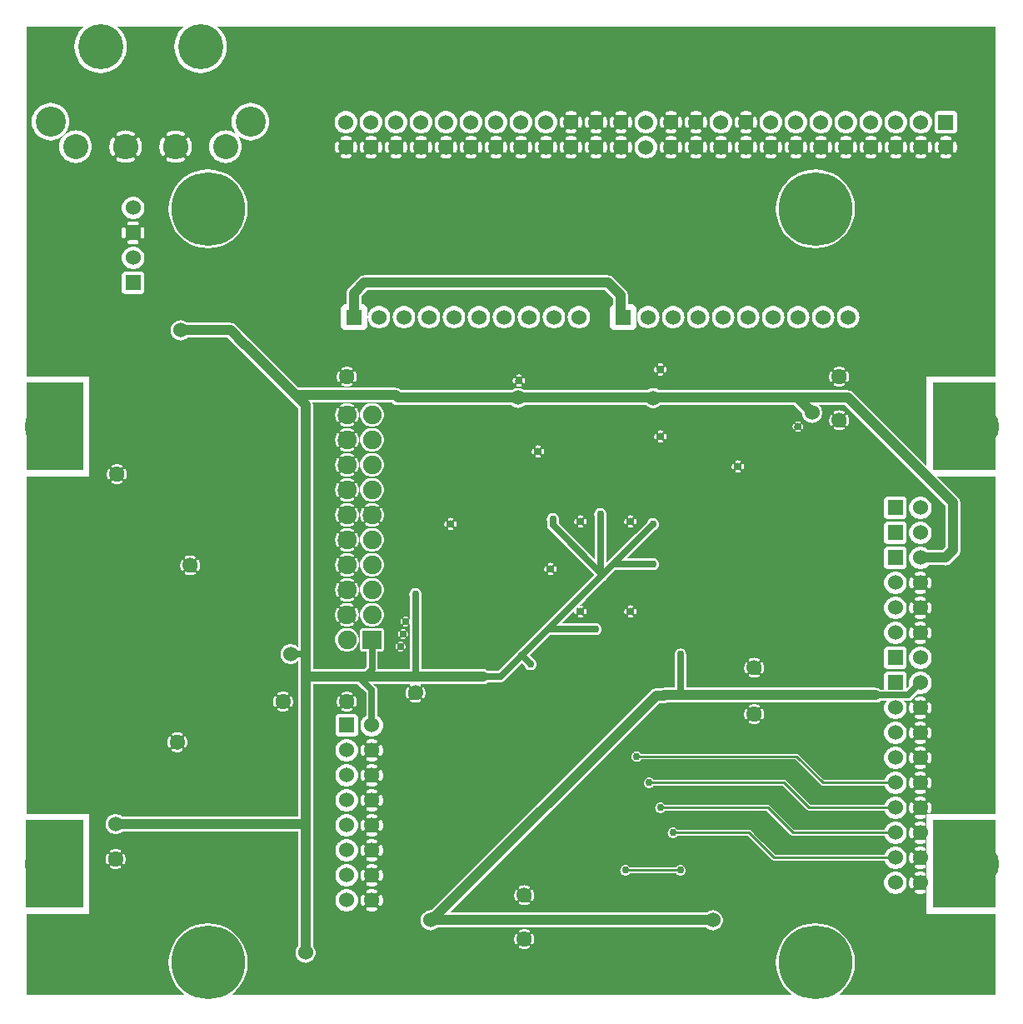
<source format=gbl>
G04 start of page 3 for group 1 idx 1 *
G04 Title: (unknown), solder *
G04 Creator: pcb 20140316 *
G04 CreationDate: Sun 31 Aug 2014 13:13:45 GMT UTC *
G04 For: michael *
G04 Format: Gerber/RS-274X *
G04 PCB-Dimensions (mil): 3930.00 3937.00 *
G04 PCB-Coordinate-Origin: lower left *
%MOIN*%
%FSLAX25Y25*%
%LNBOTTOM*%
%ADD62C,0.0433*%
%ADD61C,0.1570*%
%ADD60C,0.0380*%
%ADD59C,0.0120*%
%ADD58C,0.0350*%
%ADD57C,0.1340*%
%ADD56C,0.0280*%
%ADD55C,0.1500*%
%ADD54C,0.0300*%
%ADD53C,0.2950*%
%ADD52C,0.0748*%
%ADD51C,0.1800*%
%ADD50C,0.1200*%
%ADD49C,0.1000*%
%ADD48C,0.0600*%
%ADD47C,0.0250*%
%ADD46C,0.0400*%
%ADD45C,0.0100*%
%ADD44C,0.0001*%
G54D44*G36*
X2500Y248700D02*X25000D01*
Y213700D01*
X2500D01*
Y248700D01*
G37*
G36*
X365000Y38700D02*Y73700D01*
X390000D01*
Y38700D01*
X365000D01*
G37*
G36*
X2000D02*Y73700D01*
X25000D01*
Y38700D01*
X2000D01*
G37*
G36*
X373813Y391200D02*X390000D01*
Y251200D01*
X373813D01*
Y340853D01*
X373856Y340860D01*
X373968Y340897D01*
X374073Y340952D01*
X374168Y341022D01*
X374251Y341106D01*
X374319Y341202D01*
X374370Y341308D01*
X374518Y341716D01*
X374622Y342137D01*
X374684Y342567D01*
X374705Y343000D01*
X374684Y343433D01*
X374622Y343863D01*
X374518Y344284D01*
X374375Y344694D01*
X374322Y344800D01*
X374253Y344896D01*
X374170Y344981D01*
X374075Y345051D01*
X373969Y345106D01*
X373857Y345143D01*
X373813Y345151D01*
Y348630D01*
X373883Y348659D01*
X374084Y348783D01*
X374264Y348936D01*
X374417Y349116D01*
X374541Y349317D01*
X374631Y349535D01*
X374686Y349765D01*
X374700Y350000D01*
X374686Y356235D01*
X374631Y356465D01*
X374541Y356683D01*
X374417Y356884D01*
X374264Y357064D01*
X374084Y357217D01*
X373883Y357341D01*
X373813Y357370D01*
Y391200D01*
G37*
G36*
Y251200D02*X370202D01*
Y338495D01*
X370633Y338516D01*
X371063Y338578D01*
X371484Y338682D01*
X371894Y338825D01*
X372000Y338878D01*
X372096Y338947D01*
X372181Y339030D01*
X372251Y339125D01*
X372306Y339231D01*
X372343Y339343D01*
X372363Y339460D01*
X372364Y339579D01*
X372346Y339696D01*
X372310Y339809D01*
X372257Y339915D01*
X372188Y340012D01*
X372105Y340096D01*
X372009Y340167D01*
X371904Y340221D01*
X371792Y340259D01*
X371675Y340278D01*
X371556Y340279D01*
X371439Y340261D01*
X371326Y340223D01*
X371055Y340124D01*
X370775Y340056D01*
X370489Y340014D01*
X370202Y340000D01*
Y346000D01*
X370489Y345986D01*
X370775Y345944D01*
X371055Y345876D01*
X371328Y345780D01*
X371439Y345742D01*
X371556Y345725D01*
X371674Y345725D01*
X371791Y345745D01*
X371903Y345782D01*
X372007Y345836D01*
X372102Y345906D01*
X372185Y345991D01*
X372254Y346087D01*
X372307Y346192D01*
X372343Y346305D01*
X372360Y346421D01*
X372359Y346539D01*
X372340Y346656D01*
X372303Y346768D01*
X372248Y346873D01*
X372178Y346968D01*
X372094Y347051D01*
X371998Y347119D01*
X371892Y347170D01*
X371484Y347318D01*
X371063Y347422D01*
X370633Y347484D01*
X370202Y347505D01*
Y348507D01*
X373435Y348514D01*
X373665Y348569D01*
X373813Y348630D01*
Y345151D01*
X373740Y345163D01*
X373621Y345164D01*
X373504Y345146D01*
X373391Y345110D01*
X373285Y345057D01*
X373188Y344988D01*
X373104Y344905D01*
X373033Y344809D01*
X372979Y344704D01*
X372941Y344592D01*
X372922Y344475D01*
X372921Y344356D01*
X372939Y344239D01*
X372977Y344126D01*
X373076Y343855D01*
X373144Y343575D01*
X373186Y343289D01*
X373200Y343000D01*
X373186Y342711D01*
X373144Y342425D01*
X373076Y342145D01*
X372980Y341872D01*
X372942Y341761D01*
X372925Y341644D01*
X372925Y341526D01*
X372945Y341409D01*
X372982Y341297D01*
X373036Y341193D01*
X373106Y341098D01*
X373191Y341015D01*
X373287Y340946D01*
X373392Y340893D01*
X373505Y340857D01*
X373621Y340840D01*
X373739Y340841D01*
X373813Y340853D01*
Y251200D01*
G37*
G36*
X370202Y391200D02*X373813D01*
Y357370D01*
X373665Y357431D01*
X373435Y357486D01*
X373200Y357500D01*
X370202Y357493D01*
Y391200D01*
G37*
G36*
X366587Y348630D02*X366735Y348569D01*
X366965Y348514D01*
X367200Y348500D01*
X370202Y348507D01*
Y347505D01*
X370200Y347505D01*
X369767Y347484D01*
X369337Y347422D01*
X368916Y347318D01*
X368506Y347175D01*
X368400Y347122D01*
X368304Y347053D01*
X368219Y346970D01*
X368149Y346875D01*
X368094Y346769D01*
X368057Y346657D01*
X368037Y346540D01*
X368036Y346421D01*
X368054Y346304D01*
X368090Y346191D01*
X368143Y346085D01*
X368212Y345988D01*
X368295Y345904D01*
X368391Y345833D01*
X368496Y345779D01*
X368608Y345741D01*
X368725Y345722D01*
X368844Y345721D01*
X368961Y345739D01*
X369074Y345777D01*
X369345Y345876D01*
X369625Y345944D01*
X369911Y345986D01*
X370200Y346000D01*
X370202Y346000D01*
Y340000D01*
X370200Y340000D01*
X369911Y340014D01*
X369625Y340056D01*
X369345Y340124D01*
X369072Y340220D01*
X368961Y340258D01*
X368844Y340275D01*
X368726Y340275D01*
X368609Y340255D01*
X368497Y340218D01*
X368393Y340164D01*
X368298Y340094D01*
X368215Y340009D01*
X368146Y339913D01*
X368093Y339808D01*
X368057Y339695D01*
X368040Y339579D01*
X368041Y339461D01*
X368060Y339344D01*
X368097Y339232D01*
X368152Y339127D01*
X368222Y339032D01*
X368306Y338949D01*
X368402Y338881D01*
X368508Y338830D01*
X368916Y338682D01*
X369337Y338578D01*
X369767Y338516D01*
X370200Y338495D01*
X370202Y338495D01*
Y251200D01*
X366587D01*
Y340849D01*
X366660Y340837D01*
X366779Y340836D01*
X366896Y340854D01*
X367009Y340890D01*
X367115Y340943D01*
X367212Y341012D01*
X367296Y341095D01*
X367367Y341191D01*
X367421Y341296D01*
X367459Y341408D01*
X367478Y341525D01*
X367479Y341644D01*
X367461Y341761D01*
X367423Y341874D01*
X367324Y342145D01*
X367256Y342425D01*
X367214Y342711D01*
X367200Y343000D01*
X367214Y343289D01*
X367256Y343575D01*
X367324Y343855D01*
X367420Y344128D01*
X367458Y344239D01*
X367475Y344356D01*
X367475Y344474D01*
X367455Y344591D01*
X367418Y344703D01*
X367364Y344807D01*
X367294Y344902D01*
X367209Y344985D01*
X367113Y345054D01*
X367008Y345107D01*
X366895Y345143D01*
X366779Y345160D01*
X366661Y345159D01*
X366587Y345147D01*
Y348630D01*
G37*
G36*
Y391200D02*X370202D01*
Y357493D01*
X366965Y357486D01*
X366735Y357431D01*
X366587Y357370D01*
Y391200D01*
G37*
G36*
X363813D02*X366587D01*
Y357370D01*
X366517Y357341D01*
X366316Y357217D01*
X366136Y357064D01*
X365983Y356884D01*
X365859Y356683D01*
X365769Y356465D01*
X365714Y356235D01*
X365700Y356000D01*
X365714Y349765D01*
X365769Y349535D01*
X365859Y349317D01*
X365983Y349116D01*
X366136Y348936D01*
X366316Y348783D01*
X366517Y348659D01*
X366587Y348630D01*
Y345147D01*
X366544Y345140D01*
X366432Y345103D01*
X366327Y345048D01*
X366232Y344978D01*
X366149Y344894D01*
X366081Y344798D01*
X366030Y344692D01*
X365882Y344284D01*
X365778Y343863D01*
X365716Y343433D01*
X365695Y343000D01*
X365716Y342567D01*
X365778Y342137D01*
X365882Y341716D01*
X366025Y341306D01*
X366078Y341200D01*
X366147Y341104D01*
X366230Y341019D01*
X366325Y340949D01*
X366431Y340894D01*
X366543Y340857D01*
X366587Y340849D01*
Y251200D01*
X363813D01*
Y340853D01*
X363856Y340860D01*
X363968Y340897D01*
X364073Y340952D01*
X364168Y341022D01*
X364251Y341106D01*
X364319Y341202D01*
X364370Y341308D01*
X364518Y341716D01*
X364622Y342137D01*
X364684Y342567D01*
X364705Y343000D01*
X364684Y343433D01*
X364622Y343863D01*
X364518Y344284D01*
X364375Y344694D01*
X364322Y344800D01*
X364253Y344896D01*
X364170Y344981D01*
X364075Y345051D01*
X363969Y345106D01*
X363857Y345143D01*
X363813Y345151D01*
Y350302D01*
X363852Y350347D01*
X364222Y350951D01*
X364493Y351605D01*
X364658Y352294D01*
X364700Y353000D01*
X364658Y353706D01*
X364493Y354395D01*
X364222Y355049D01*
X363852Y355653D01*
X363813Y355698D01*
Y391200D01*
G37*
G36*
Y251200D02*X362500D01*
Y215443D01*
X360002Y217941D01*
Y338504D01*
X360200Y338495D01*
X360633Y338516D01*
X361063Y338578D01*
X361484Y338682D01*
X361894Y338825D01*
X362000Y338878D01*
X362096Y338947D01*
X362181Y339030D01*
X362251Y339125D01*
X362306Y339231D01*
X362343Y339343D01*
X362363Y339460D01*
X362364Y339579D01*
X362346Y339696D01*
X362310Y339809D01*
X362257Y339915D01*
X362188Y340012D01*
X362105Y340096D01*
X362009Y340167D01*
X361904Y340221D01*
X361792Y340259D01*
X361675Y340278D01*
X361556Y340279D01*
X361439Y340261D01*
X361326Y340223D01*
X361055Y340124D01*
X360775Y340056D01*
X360489Y340014D01*
X360200Y340000D01*
X360002Y340010D01*
Y345990D01*
X360200Y346000D01*
X360489Y345986D01*
X360775Y345944D01*
X361055Y345876D01*
X361328Y345780D01*
X361439Y345742D01*
X361556Y345725D01*
X361674Y345725D01*
X361791Y345745D01*
X361903Y345782D01*
X362007Y345836D01*
X362102Y345906D01*
X362185Y345991D01*
X362254Y346087D01*
X362307Y346192D01*
X362343Y346305D01*
X362360Y346421D01*
X362359Y346539D01*
X362340Y346656D01*
X362303Y346768D01*
X362248Y346873D01*
X362178Y346968D01*
X362094Y347051D01*
X361998Y347119D01*
X361892Y347170D01*
X361484Y347318D01*
X361063Y347422D01*
X360633Y347484D01*
X360200Y347505D01*
X360002Y347496D01*
Y348502D01*
X360200Y348486D01*
X360906Y348542D01*
X361595Y348707D01*
X362249Y348978D01*
X362853Y349348D01*
X363392Y349808D01*
X363813Y350302D01*
Y345151D01*
X363740Y345163D01*
X363621Y345164D01*
X363504Y345146D01*
X363391Y345110D01*
X363285Y345057D01*
X363188Y344988D01*
X363104Y344905D01*
X363033Y344809D01*
X362979Y344704D01*
X362941Y344592D01*
X362922Y344475D01*
X362921Y344356D01*
X362939Y344239D01*
X362977Y344126D01*
X363076Y343855D01*
X363144Y343575D01*
X363186Y343289D01*
X363200Y343000D01*
X363186Y342711D01*
X363144Y342425D01*
X363076Y342145D01*
X362980Y341872D01*
X362942Y341761D01*
X362925Y341644D01*
X362925Y341526D01*
X362945Y341409D01*
X362982Y341297D01*
X363036Y341193D01*
X363106Y341098D01*
X363191Y341015D01*
X363287Y340946D01*
X363392Y340893D01*
X363505Y340857D01*
X363621Y340840D01*
X363739Y340841D01*
X363813Y340853D01*
Y251200D01*
G37*
G36*
X360002Y391200D02*X363813D01*
Y355698D01*
X363392Y356192D01*
X362853Y356652D01*
X362249Y357022D01*
X361595Y357293D01*
X360906Y357458D01*
X360200Y357514D01*
X360002Y357498D01*
Y391200D01*
G37*
G36*
X363613Y36200D02*X390000D01*
Y3700D01*
X363613D01*
Y36200D01*
G37*
G36*
Y175700D02*X369882D01*
X370000Y175691D01*
X370470Y175728D01*
X370471Y175728D01*
X370930Y175838D01*
X371366Y176019D01*
X371769Y176265D01*
X372128Y176572D01*
X372205Y176662D01*
X375038Y179496D01*
X375128Y179572D01*
X375434Y179931D01*
X375435Y179931D01*
X375681Y180334D01*
X375862Y180770D01*
X375972Y181229D01*
X376009Y181700D01*
X376000Y181818D01*
Y200582D01*
X376009Y200700D01*
X375972Y201171D01*
X375972Y201171D01*
X375862Y201630D01*
X375681Y202066D01*
X375435Y202469D01*
X375128Y202828D01*
X375038Y202904D01*
X366743Y211200D01*
X390000D01*
Y76200D01*
X363613D01*
Y76553D01*
X363656Y76560D01*
X363768Y76597D01*
X363873Y76652D01*
X363968Y76722D01*
X364051Y76806D01*
X364119Y76902D01*
X364170Y77008D01*
X364318Y77416D01*
X364422Y77837D01*
X364484Y78267D01*
X364505Y78700D01*
X364484Y79133D01*
X364422Y79563D01*
X364318Y79984D01*
X364175Y80394D01*
X364122Y80500D01*
X364053Y80596D01*
X363970Y80681D01*
X363875Y80751D01*
X363769Y80806D01*
X363657Y80843D01*
X363613Y80851D01*
Y86553D01*
X363656Y86560D01*
X363768Y86597D01*
X363873Y86652D01*
X363968Y86722D01*
X364051Y86806D01*
X364119Y86902D01*
X364170Y87008D01*
X364318Y87416D01*
X364422Y87837D01*
X364484Y88267D01*
X364505Y88700D01*
X364484Y89133D01*
X364422Y89563D01*
X364318Y89984D01*
X364175Y90394D01*
X364122Y90500D01*
X364053Y90596D01*
X363970Y90681D01*
X363875Y90751D01*
X363769Y90806D01*
X363657Y90843D01*
X363613Y90851D01*
Y96553D01*
X363656Y96560D01*
X363768Y96597D01*
X363873Y96652D01*
X363968Y96722D01*
X364051Y96806D01*
X364119Y96902D01*
X364170Y97008D01*
X364318Y97416D01*
X364422Y97837D01*
X364484Y98267D01*
X364505Y98700D01*
X364484Y99133D01*
X364422Y99563D01*
X364318Y99984D01*
X364175Y100394D01*
X364122Y100500D01*
X364053Y100596D01*
X363970Y100681D01*
X363875Y100751D01*
X363769Y100806D01*
X363657Y100843D01*
X363613Y100851D01*
Y106553D01*
X363656Y106560D01*
X363768Y106597D01*
X363873Y106652D01*
X363968Y106722D01*
X364051Y106806D01*
X364119Y106902D01*
X364170Y107008D01*
X364318Y107416D01*
X364422Y107837D01*
X364484Y108267D01*
X364505Y108700D01*
X364484Y109133D01*
X364422Y109563D01*
X364318Y109984D01*
X364175Y110394D01*
X364122Y110500D01*
X364053Y110596D01*
X363970Y110681D01*
X363875Y110751D01*
X363769Y110806D01*
X363657Y110843D01*
X363613Y110851D01*
Y116553D01*
X363656Y116560D01*
X363768Y116597D01*
X363873Y116652D01*
X363968Y116722D01*
X364051Y116806D01*
X364119Y116902D01*
X364170Y117008D01*
X364318Y117416D01*
X364422Y117837D01*
X364484Y118267D01*
X364505Y118700D01*
X364484Y119133D01*
X364422Y119563D01*
X364318Y119984D01*
X364175Y120394D01*
X364122Y120500D01*
X364053Y120596D01*
X363970Y120681D01*
X363875Y120751D01*
X363769Y120806D01*
X363657Y120843D01*
X363613Y120851D01*
Y126002D01*
X363652Y126047D01*
X364022Y126651D01*
X364293Y127305D01*
X364458Y127994D01*
X364500Y128700D01*
X364458Y129406D01*
X364293Y130095D01*
X364022Y130749D01*
X363652Y131353D01*
X363613Y131398D01*
Y136002D01*
X363652Y136047D01*
X364022Y136651D01*
X364293Y137305D01*
X364458Y137994D01*
X364500Y138700D01*
X364458Y139406D01*
X364293Y140095D01*
X364022Y140749D01*
X363652Y141353D01*
X363613Y141398D01*
Y146553D01*
X363656Y146560D01*
X363768Y146597D01*
X363873Y146652D01*
X363968Y146722D01*
X364051Y146806D01*
X364119Y146902D01*
X364170Y147008D01*
X364318Y147416D01*
X364422Y147837D01*
X364484Y148267D01*
X364505Y148700D01*
X364484Y149133D01*
X364422Y149563D01*
X364318Y149984D01*
X364175Y150394D01*
X364122Y150500D01*
X364053Y150596D01*
X363970Y150681D01*
X363875Y150751D01*
X363769Y150806D01*
X363657Y150843D01*
X363613Y150851D01*
Y156553D01*
X363656Y156560D01*
X363768Y156597D01*
X363873Y156652D01*
X363968Y156722D01*
X364051Y156806D01*
X364119Y156902D01*
X364170Y157008D01*
X364318Y157416D01*
X364422Y157837D01*
X364484Y158267D01*
X364505Y158700D01*
X364484Y159133D01*
X364422Y159563D01*
X364318Y159984D01*
X364175Y160394D01*
X364122Y160500D01*
X364053Y160596D01*
X363970Y160681D01*
X363875Y160751D01*
X363769Y160806D01*
X363657Y160843D01*
X363613Y160851D01*
Y166553D01*
X363656Y166560D01*
X363768Y166597D01*
X363873Y166652D01*
X363968Y166722D01*
X364051Y166806D01*
X364119Y166902D01*
X364170Y167008D01*
X364318Y167416D01*
X364422Y167837D01*
X364484Y168267D01*
X364505Y168700D01*
X364484Y169133D01*
X364422Y169563D01*
X364318Y169984D01*
X364175Y170394D01*
X364122Y170500D01*
X364053Y170596D01*
X363970Y170681D01*
X363875Y170751D01*
X363769Y170806D01*
X363657Y170843D01*
X363613Y170851D01*
Y175700D01*
G37*
G36*
Y131398D02*X363192Y131892D01*
X362653Y132352D01*
X362049Y132722D01*
X361395Y132993D01*
X360706Y133158D01*
X360002Y133214D01*
Y134186D01*
X360706Y134242D01*
X361395Y134407D01*
X362049Y134678D01*
X362653Y135048D01*
X363192Y135508D01*
X363613Y136002D01*
Y131398D01*
G37*
G36*
Y76200D02*X362500D01*
Y36200D01*
X363613D01*
Y3700D01*
X360002D01*
Y44195D01*
X360433Y44216D01*
X360863Y44278D01*
X361284Y44382D01*
X361694Y44525D01*
X361800Y44578D01*
X361896Y44647D01*
X361981Y44730D01*
X362051Y44825D01*
X362106Y44931D01*
X362143Y45043D01*
X362163Y45160D01*
X362164Y45279D01*
X362146Y45396D01*
X362110Y45509D01*
X362057Y45615D01*
X361988Y45712D01*
X361905Y45796D01*
X361809Y45867D01*
X361704Y45921D01*
X361592Y45959D01*
X361475Y45978D01*
X361356Y45979D01*
X361239Y45961D01*
X361126Y45923D01*
X360855Y45824D01*
X360575Y45756D01*
X360289Y45714D01*
X360002Y45700D01*
Y51700D01*
X360289Y51686D01*
X360575Y51644D01*
X360855Y51576D01*
X361128Y51480D01*
X361239Y51442D01*
X361356Y51425D01*
X361474Y51425D01*
X361591Y51445D01*
X361703Y51482D01*
X361807Y51536D01*
X361902Y51606D01*
X361985Y51691D01*
X362054Y51787D01*
X362107Y51892D01*
X362143Y52005D01*
X362160Y52121D01*
X362159Y52239D01*
X362140Y52356D01*
X362103Y52468D01*
X362048Y52573D01*
X361978Y52668D01*
X361894Y52751D01*
X361798Y52819D01*
X361692Y52870D01*
X361284Y53018D01*
X360863Y53122D01*
X360433Y53184D01*
X360002Y53205D01*
Y54195D01*
X360433Y54216D01*
X360863Y54278D01*
X361284Y54382D01*
X361694Y54525D01*
X361800Y54578D01*
X361896Y54647D01*
X361981Y54730D01*
X362051Y54825D01*
X362106Y54931D01*
X362143Y55043D01*
X362163Y55160D01*
X362164Y55279D01*
X362146Y55396D01*
X362110Y55509D01*
X362057Y55615D01*
X361988Y55712D01*
X361905Y55796D01*
X361809Y55867D01*
X361704Y55921D01*
X361592Y55959D01*
X361475Y55978D01*
X361356Y55979D01*
X361239Y55961D01*
X361126Y55923D01*
X360855Y55824D01*
X360575Y55756D01*
X360289Y55714D01*
X360002Y55700D01*
Y61700D01*
X360289Y61686D01*
X360575Y61644D01*
X360855Y61576D01*
X361128Y61480D01*
X361239Y61442D01*
X361356Y61425D01*
X361474Y61425D01*
X361591Y61445D01*
X361703Y61482D01*
X361807Y61536D01*
X361902Y61606D01*
X361985Y61691D01*
X362054Y61787D01*
X362107Y61892D01*
X362143Y62005D01*
X362160Y62121D01*
X362159Y62239D01*
X362140Y62356D01*
X362103Y62468D01*
X362048Y62573D01*
X361978Y62668D01*
X361894Y62751D01*
X361798Y62819D01*
X361692Y62870D01*
X361284Y63018D01*
X360863Y63122D01*
X360433Y63184D01*
X360002Y63205D01*
Y64195D01*
X360433Y64216D01*
X360863Y64278D01*
X361284Y64382D01*
X361694Y64525D01*
X361800Y64578D01*
X361896Y64647D01*
X361981Y64730D01*
X362051Y64825D01*
X362106Y64931D01*
X362143Y65043D01*
X362163Y65160D01*
X362164Y65279D01*
X362146Y65396D01*
X362110Y65509D01*
X362057Y65615D01*
X361988Y65712D01*
X361905Y65796D01*
X361809Y65867D01*
X361704Y65921D01*
X361592Y65959D01*
X361475Y65978D01*
X361356Y65979D01*
X361239Y65961D01*
X361126Y65923D01*
X360855Y65824D01*
X360575Y65756D01*
X360289Y65714D01*
X360002Y65700D01*
Y71700D01*
X360289Y71686D01*
X360575Y71644D01*
X360855Y71576D01*
X361128Y71480D01*
X361239Y71442D01*
X361356Y71425D01*
X361474Y71425D01*
X361591Y71445D01*
X361703Y71482D01*
X361807Y71536D01*
X361902Y71606D01*
X361985Y71691D01*
X362054Y71787D01*
X362107Y71892D01*
X362143Y72005D01*
X362160Y72121D01*
X362159Y72239D01*
X362140Y72356D01*
X362103Y72468D01*
X362048Y72573D01*
X361978Y72668D01*
X361894Y72751D01*
X361798Y72819D01*
X361692Y72870D01*
X361284Y73018D01*
X360863Y73122D01*
X360433Y73184D01*
X360002Y73205D01*
Y74195D01*
X360433Y74216D01*
X360863Y74278D01*
X361284Y74382D01*
X361694Y74525D01*
X361800Y74578D01*
X361896Y74647D01*
X361981Y74730D01*
X362051Y74825D01*
X362106Y74931D01*
X362143Y75043D01*
X362163Y75160D01*
X362164Y75279D01*
X362146Y75396D01*
X362110Y75509D01*
X362057Y75615D01*
X361988Y75712D01*
X361905Y75796D01*
X361809Y75867D01*
X361704Y75921D01*
X361592Y75959D01*
X361475Y75978D01*
X361356Y75979D01*
X361239Y75961D01*
X361126Y75923D01*
X360855Y75824D01*
X360575Y75756D01*
X360289Y75714D01*
X360002Y75700D01*
Y81700D01*
X360289Y81686D01*
X360575Y81644D01*
X360855Y81576D01*
X361128Y81480D01*
X361239Y81442D01*
X361356Y81425D01*
X361474Y81425D01*
X361591Y81445D01*
X361703Y81482D01*
X361807Y81536D01*
X361902Y81606D01*
X361985Y81691D01*
X362054Y81787D01*
X362107Y81892D01*
X362143Y82005D01*
X362160Y82121D01*
X362159Y82239D01*
X362140Y82356D01*
X362103Y82468D01*
X362048Y82573D01*
X361978Y82668D01*
X361894Y82751D01*
X361798Y82819D01*
X361692Y82870D01*
X361284Y83018D01*
X360863Y83122D01*
X360433Y83184D01*
X360002Y83205D01*
Y84195D01*
X360433Y84216D01*
X360863Y84278D01*
X361284Y84382D01*
X361694Y84525D01*
X361800Y84578D01*
X361896Y84647D01*
X361981Y84730D01*
X362051Y84825D01*
X362106Y84931D01*
X362143Y85043D01*
X362163Y85160D01*
X362164Y85279D01*
X362146Y85396D01*
X362110Y85509D01*
X362057Y85615D01*
X361988Y85712D01*
X361905Y85796D01*
X361809Y85867D01*
X361704Y85921D01*
X361592Y85959D01*
X361475Y85978D01*
X361356Y85979D01*
X361239Y85961D01*
X361126Y85923D01*
X360855Y85824D01*
X360575Y85756D01*
X360289Y85714D01*
X360002Y85700D01*
Y91700D01*
X360289Y91686D01*
X360575Y91644D01*
X360855Y91576D01*
X361128Y91480D01*
X361239Y91442D01*
X361356Y91425D01*
X361474Y91425D01*
X361591Y91445D01*
X361703Y91482D01*
X361807Y91536D01*
X361902Y91606D01*
X361985Y91691D01*
X362054Y91787D01*
X362107Y91892D01*
X362143Y92005D01*
X362160Y92121D01*
X362159Y92239D01*
X362140Y92356D01*
X362103Y92468D01*
X362048Y92573D01*
X361978Y92668D01*
X361894Y92751D01*
X361798Y92819D01*
X361692Y92870D01*
X361284Y93018D01*
X360863Y93122D01*
X360433Y93184D01*
X360002Y93205D01*
Y94195D01*
X360433Y94216D01*
X360863Y94278D01*
X361284Y94382D01*
X361694Y94525D01*
X361800Y94578D01*
X361896Y94647D01*
X361981Y94730D01*
X362051Y94825D01*
X362106Y94931D01*
X362143Y95043D01*
X362163Y95160D01*
X362164Y95279D01*
X362146Y95396D01*
X362110Y95509D01*
X362057Y95615D01*
X361988Y95712D01*
X361905Y95796D01*
X361809Y95867D01*
X361704Y95921D01*
X361592Y95959D01*
X361475Y95978D01*
X361356Y95979D01*
X361239Y95961D01*
X361126Y95923D01*
X360855Y95824D01*
X360575Y95756D01*
X360289Y95714D01*
X360002Y95700D01*
Y101700D01*
X360289Y101686D01*
X360575Y101644D01*
X360855Y101576D01*
X361128Y101480D01*
X361239Y101442D01*
X361356Y101425D01*
X361474Y101425D01*
X361591Y101445D01*
X361703Y101482D01*
X361807Y101536D01*
X361902Y101606D01*
X361985Y101691D01*
X362054Y101787D01*
X362107Y101892D01*
X362143Y102005D01*
X362160Y102121D01*
X362159Y102239D01*
X362140Y102356D01*
X362103Y102468D01*
X362048Y102573D01*
X361978Y102668D01*
X361894Y102751D01*
X361798Y102819D01*
X361692Y102870D01*
X361284Y103018D01*
X360863Y103122D01*
X360433Y103184D01*
X360002Y103205D01*
Y104195D01*
X360433Y104216D01*
X360863Y104278D01*
X361284Y104382D01*
X361694Y104525D01*
X361800Y104578D01*
X361896Y104647D01*
X361981Y104730D01*
X362051Y104825D01*
X362106Y104931D01*
X362143Y105043D01*
X362163Y105160D01*
X362164Y105279D01*
X362146Y105396D01*
X362110Y105509D01*
X362057Y105615D01*
X361988Y105712D01*
X361905Y105796D01*
X361809Y105867D01*
X361704Y105921D01*
X361592Y105959D01*
X361475Y105978D01*
X361356Y105979D01*
X361239Y105961D01*
X361126Y105923D01*
X360855Y105824D01*
X360575Y105756D01*
X360289Y105714D01*
X360002Y105700D01*
Y111700D01*
X360289Y111686D01*
X360575Y111644D01*
X360855Y111576D01*
X361128Y111480D01*
X361239Y111442D01*
X361356Y111425D01*
X361474Y111425D01*
X361591Y111445D01*
X361703Y111482D01*
X361807Y111536D01*
X361902Y111606D01*
X361985Y111691D01*
X362054Y111787D01*
X362107Y111892D01*
X362143Y112005D01*
X362160Y112121D01*
X362159Y112239D01*
X362140Y112356D01*
X362103Y112468D01*
X362048Y112573D01*
X361978Y112668D01*
X361894Y112751D01*
X361798Y112819D01*
X361692Y112870D01*
X361284Y113018D01*
X360863Y113122D01*
X360433Y113184D01*
X360002Y113205D01*
Y114195D01*
X360433Y114216D01*
X360863Y114278D01*
X361284Y114382D01*
X361694Y114525D01*
X361800Y114578D01*
X361896Y114647D01*
X361981Y114730D01*
X362051Y114825D01*
X362106Y114931D01*
X362143Y115043D01*
X362163Y115160D01*
X362164Y115279D01*
X362146Y115396D01*
X362110Y115509D01*
X362057Y115615D01*
X361988Y115712D01*
X361905Y115796D01*
X361809Y115867D01*
X361704Y115921D01*
X361592Y115959D01*
X361475Y115978D01*
X361356Y115979D01*
X361239Y115961D01*
X361126Y115923D01*
X360855Y115824D01*
X360575Y115756D01*
X360289Y115714D01*
X360002Y115700D01*
Y121700D01*
X360289Y121686D01*
X360575Y121644D01*
X360855Y121576D01*
X361128Y121480D01*
X361239Y121442D01*
X361356Y121425D01*
X361474Y121425D01*
X361591Y121445D01*
X361703Y121482D01*
X361807Y121536D01*
X361902Y121606D01*
X361985Y121691D01*
X362054Y121787D01*
X362107Y121892D01*
X362143Y122005D01*
X362160Y122121D01*
X362159Y122239D01*
X362140Y122356D01*
X362103Y122468D01*
X362048Y122573D01*
X361978Y122668D01*
X361894Y122751D01*
X361798Y122819D01*
X361692Y122870D01*
X361284Y123018D01*
X360863Y123122D01*
X360433Y123184D01*
X360002Y123205D01*
Y124186D01*
X360706Y124242D01*
X361395Y124407D01*
X362049Y124678D01*
X362653Y125048D01*
X363192Y125508D01*
X363613Y126002D01*
Y120851D01*
X363540Y120863D01*
X363421Y120864D01*
X363304Y120846D01*
X363191Y120810D01*
X363085Y120757D01*
X362988Y120688D01*
X362904Y120605D01*
X362833Y120509D01*
X362779Y120404D01*
X362741Y120292D01*
X362722Y120175D01*
X362721Y120056D01*
X362739Y119939D01*
X362777Y119826D01*
X362876Y119555D01*
X362944Y119275D01*
X362986Y118989D01*
X363000Y118700D01*
X362986Y118411D01*
X362944Y118125D01*
X362876Y117845D01*
X362780Y117572D01*
X362742Y117461D01*
X362725Y117344D01*
X362725Y117226D01*
X362745Y117109D01*
X362782Y116997D01*
X362836Y116893D01*
X362906Y116798D01*
X362991Y116715D01*
X363087Y116646D01*
X363192Y116593D01*
X363305Y116557D01*
X363421Y116540D01*
X363539Y116541D01*
X363613Y116553D01*
Y110851D01*
X363540Y110863D01*
X363421Y110864D01*
X363304Y110846D01*
X363191Y110810D01*
X363085Y110757D01*
X362988Y110688D01*
X362904Y110605D01*
X362833Y110509D01*
X362779Y110404D01*
X362741Y110292D01*
X362722Y110175D01*
X362721Y110056D01*
X362739Y109939D01*
X362777Y109826D01*
X362876Y109555D01*
X362944Y109275D01*
X362986Y108989D01*
X363000Y108700D01*
X362986Y108411D01*
X362944Y108125D01*
X362876Y107845D01*
X362780Y107572D01*
X362742Y107461D01*
X362725Y107344D01*
X362725Y107226D01*
X362745Y107109D01*
X362782Y106997D01*
X362836Y106893D01*
X362906Y106798D01*
X362991Y106715D01*
X363087Y106646D01*
X363192Y106593D01*
X363305Y106557D01*
X363421Y106540D01*
X363539Y106541D01*
X363613Y106553D01*
Y100851D01*
X363540Y100863D01*
X363421Y100864D01*
X363304Y100846D01*
X363191Y100810D01*
X363085Y100757D01*
X362988Y100688D01*
X362904Y100605D01*
X362833Y100509D01*
X362779Y100404D01*
X362741Y100292D01*
X362722Y100175D01*
X362721Y100056D01*
X362739Y99939D01*
X362777Y99826D01*
X362876Y99555D01*
X362944Y99275D01*
X362986Y98989D01*
X363000Y98700D01*
X362986Y98411D01*
X362944Y98125D01*
X362876Y97845D01*
X362780Y97572D01*
X362742Y97461D01*
X362725Y97344D01*
X362725Y97226D01*
X362745Y97109D01*
X362782Y96997D01*
X362836Y96893D01*
X362906Y96798D01*
X362991Y96715D01*
X363087Y96646D01*
X363192Y96593D01*
X363305Y96557D01*
X363421Y96540D01*
X363539Y96541D01*
X363613Y96553D01*
Y90851D01*
X363540Y90863D01*
X363421Y90864D01*
X363304Y90846D01*
X363191Y90810D01*
X363085Y90757D01*
X362988Y90688D01*
X362904Y90605D01*
X362833Y90509D01*
X362779Y90404D01*
X362741Y90292D01*
X362722Y90175D01*
X362721Y90056D01*
X362739Y89939D01*
X362777Y89826D01*
X362876Y89555D01*
X362944Y89275D01*
X362986Y88989D01*
X363000Y88700D01*
X362986Y88411D01*
X362944Y88125D01*
X362876Y87845D01*
X362780Y87572D01*
X362742Y87461D01*
X362725Y87344D01*
X362725Y87226D01*
X362745Y87109D01*
X362782Y86997D01*
X362836Y86893D01*
X362906Y86798D01*
X362991Y86715D01*
X363087Y86646D01*
X363192Y86593D01*
X363305Y86557D01*
X363421Y86540D01*
X363539Y86541D01*
X363613Y86553D01*
Y80851D01*
X363540Y80863D01*
X363421Y80864D01*
X363304Y80846D01*
X363191Y80810D01*
X363085Y80757D01*
X362988Y80688D01*
X362904Y80605D01*
X362833Y80509D01*
X362779Y80404D01*
X362741Y80292D01*
X362722Y80175D01*
X362721Y80056D01*
X362739Y79939D01*
X362777Y79826D01*
X362876Y79555D01*
X362944Y79275D01*
X362986Y78989D01*
X363000Y78700D01*
X362986Y78411D01*
X362944Y78125D01*
X362876Y77845D01*
X362780Y77572D01*
X362742Y77461D01*
X362725Y77344D01*
X362725Y77226D01*
X362745Y77109D01*
X362782Y76997D01*
X362836Y76893D01*
X362906Y76798D01*
X362991Y76715D01*
X363087Y76646D01*
X363192Y76593D01*
X363305Y76557D01*
X363421Y76540D01*
X363539Y76541D01*
X363613Y76553D01*
Y76200D01*
G37*
G36*
X360002Y174186D02*X360706Y174242D01*
X361395Y174407D01*
X362049Y174678D01*
X362653Y175048D01*
X363192Y175508D01*
X363356Y175700D01*
X363613D01*
Y170851D01*
X363540Y170863D01*
X363421Y170864D01*
X363304Y170846D01*
X363191Y170810D01*
X363085Y170757D01*
X362988Y170688D01*
X362904Y170605D01*
X362833Y170509D01*
X362779Y170404D01*
X362741Y170292D01*
X362722Y170175D01*
X362721Y170056D01*
X362739Y169939D01*
X362777Y169826D01*
X362876Y169555D01*
X362944Y169275D01*
X362986Y168989D01*
X363000Y168700D01*
X362986Y168411D01*
X362944Y168125D01*
X362876Y167845D01*
X362780Y167572D01*
X362742Y167461D01*
X362725Y167344D01*
X362725Y167226D01*
X362745Y167109D01*
X362782Y166997D01*
X362836Y166893D01*
X362906Y166798D01*
X362991Y166715D01*
X363087Y166646D01*
X363192Y166593D01*
X363305Y166557D01*
X363421Y166540D01*
X363539Y166541D01*
X363613Y166553D01*
Y160851D01*
X363540Y160863D01*
X363421Y160864D01*
X363304Y160846D01*
X363191Y160810D01*
X363085Y160757D01*
X362988Y160688D01*
X362904Y160605D01*
X362833Y160509D01*
X362779Y160404D01*
X362741Y160292D01*
X362722Y160175D01*
X362721Y160056D01*
X362739Y159939D01*
X362777Y159826D01*
X362876Y159555D01*
X362944Y159275D01*
X362986Y158989D01*
X363000Y158700D01*
X362986Y158411D01*
X362944Y158125D01*
X362876Y157845D01*
X362780Y157572D01*
X362742Y157461D01*
X362725Y157344D01*
X362725Y157226D01*
X362745Y157109D01*
X362782Y156997D01*
X362836Y156893D01*
X362906Y156798D01*
X362991Y156715D01*
X363087Y156646D01*
X363192Y156593D01*
X363305Y156557D01*
X363421Y156540D01*
X363539Y156541D01*
X363613Y156553D01*
Y150851D01*
X363540Y150863D01*
X363421Y150864D01*
X363304Y150846D01*
X363191Y150810D01*
X363085Y150757D01*
X362988Y150688D01*
X362904Y150605D01*
X362833Y150509D01*
X362779Y150404D01*
X362741Y150292D01*
X362722Y150175D01*
X362721Y150056D01*
X362739Y149939D01*
X362777Y149826D01*
X362876Y149555D01*
X362944Y149275D01*
X362986Y148989D01*
X363000Y148700D01*
X362986Y148411D01*
X362944Y148125D01*
X362876Y147845D01*
X362780Y147572D01*
X362742Y147461D01*
X362725Y147344D01*
X362725Y147226D01*
X362745Y147109D01*
X362782Y146997D01*
X362836Y146893D01*
X362906Y146798D01*
X362991Y146715D01*
X363087Y146646D01*
X363192Y146593D01*
X363305Y146557D01*
X363421Y146540D01*
X363539Y146541D01*
X363613Y146553D01*
Y141398D01*
X363192Y141892D01*
X362653Y142352D01*
X362049Y142722D01*
X361395Y142993D01*
X360706Y143158D01*
X360002Y143214D01*
Y144195D01*
X360433Y144216D01*
X360863Y144278D01*
X361284Y144382D01*
X361694Y144525D01*
X361800Y144578D01*
X361896Y144647D01*
X361981Y144730D01*
X362051Y144825D01*
X362106Y144931D01*
X362143Y145043D01*
X362163Y145160D01*
X362164Y145279D01*
X362146Y145396D01*
X362110Y145509D01*
X362057Y145615D01*
X361988Y145712D01*
X361905Y145796D01*
X361809Y145867D01*
X361704Y145921D01*
X361592Y145959D01*
X361475Y145978D01*
X361356Y145979D01*
X361239Y145961D01*
X361126Y145923D01*
X360855Y145824D01*
X360575Y145756D01*
X360289Y145714D01*
X360002Y145700D01*
Y151700D01*
X360289Y151686D01*
X360575Y151644D01*
X360855Y151576D01*
X361128Y151480D01*
X361239Y151442D01*
X361356Y151425D01*
X361474Y151425D01*
X361591Y151445D01*
X361703Y151482D01*
X361807Y151536D01*
X361902Y151606D01*
X361985Y151691D01*
X362054Y151787D01*
X362107Y151892D01*
X362143Y152005D01*
X362160Y152121D01*
X362159Y152239D01*
X362140Y152356D01*
X362103Y152468D01*
X362048Y152573D01*
X361978Y152668D01*
X361894Y152751D01*
X361798Y152819D01*
X361692Y152870D01*
X361284Y153018D01*
X360863Y153122D01*
X360433Y153184D01*
X360002Y153205D01*
Y154195D01*
X360433Y154216D01*
X360863Y154278D01*
X361284Y154382D01*
X361694Y154525D01*
X361800Y154578D01*
X361896Y154647D01*
X361981Y154730D01*
X362051Y154825D01*
X362106Y154931D01*
X362143Y155043D01*
X362163Y155160D01*
X362164Y155279D01*
X362146Y155396D01*
X362110Y155509D01*
X362057Y155615D01*
X361988Y155712D01*
X361905Y155796D01*
X361809Y155867D01*
X361704Y155921D01*
X361592Y155959D01*
X361475Y155978D01*
X361356Y155979D01*
X361239Y155961D01*
X361126Y155923D01*
X360855Y155824D01*
X360575Y155756D01*
X360289Y155714D01*
X360002Y155700D01*
Y161700D01*
X360289Y161686D01*
X360575Y161644D01*
X360855Y161576D01*
X361128Y161480D01*
X361239Y161442D01*
X361356Y161425D01*
X361474Y161425D01*
X361591Y161445D01*
X361703Y161482D01*
X361807Y161536D01*
X361902Y161606D01*
X361985Y161691D01*
X362054Y161787D01*
X362107Y161892D01*
X362143Y162005D01*
X362160Y162121D01*
X362159Y162239D01*
X362140Y162356D01*
X362103Y162468D01*
X362048Y162573D01*
X361978Y162668D01*
X361894Y162751D01*
X361798Y162819D01*
X361692Y162870D01*
X361284Y163018D01*
X360863Y163122D01*
X360433Y163184D01*
X360002Y163205D01*
Y164195D01*
X360433Y164216D01*
X360863Y164278D01*
X361284Y164382D01*
X361694Y164525D01*
X361800Y164578D01*
X361896Y164647D01*
X361981Y164730D01*
X362051Y164825D01*
X362106Y164931D01*
X362143Y165043D01*
X362163Y165160D01*
X362164Y165279D01*
X362146Y165396D01*
X362110Y165509D01*
X362057Y165615D01*
X361988Y165712D01*
X361905Y165796D01*
X361809Y165867D01*
X361704Y165921D01*
X361592Y165959D01*
X361475Y165978D01*
X361356Y165979D01*
X361239Y165961D01*
X361126Y165923D01*
X360855Y165824D01*
X360575Y165756D01*
X360289Y165714D01*
X360002Y165700D01*
Y171700D01*
X360289Y171686D01*
X360575Y171644D01*
X360855Y171576D01*
X361128Y171480D01*
X361239Y171442D01*
X361356Y171425D01*
X361474Y171425D01*
X361591Y171445D01*
X361703Y171482D01*
X361807Y171536D01*
X361902Y171606D01*
X361985Y171691D01*
X362054Y171787D01*
X362107Y171892D01*
X362143Y172005D01*
X362160Y172121D01*
X362159Y172239D01*
X362140Y172356D01*
X362103Y172468D01*
X362048Y172573D01*
X361978Y172668D01*
X361894Y172751D01*
X361798Y172819D01*
X361692Y172870D01*
X361284Y173018D01*
X360863Y173122D01*
X360433Y173184D01*
X360002Y173205D01*
Y174186D01*
G37*
G36*
Y209456D02*X370000Y199457D01*
Y182943D01*
X368757Y181700D01*
X363356D01*
X363192Y181892D01*
X362653Y182352D01*
X362049Y182722D01*
X361395Y182993D01*
X360706Y183158D01*
X360002Y183214D01*
Y184186D01*
X360706Y184242D01*
X361395Y184407D01*
X362049Y184678D01*
X362653Y185048D01*
X363192Y185508D01*
X363652Y186047D01*
X364022Y186651D01*
X364293Y187305D01*
X364458Y187994D01*
X364500Y188700D01*
X364458Y189406D01*
X364293Y190095D01*
X364022Y190749D01*
X363652Y191353D01*
X363192Y191892D01*
X362653Y192352D01*
X362049Y192722D01*
X361395Y192993D01*
X360706Y193158D01*
X360002Y193214D01*
Y194186D01*
X360706Y194242D01*
X361395Y194407D01*
X362049Y194678D01*
X362653Y195048D01*
X363192Y195508D01*
X363652Y196047D01*
X364022Y196651D01*
X364293Y197305D01*
X364458Y197994D01*
X364500Y198700D01*
X364458Y199406D01*
X364293Y200095D01*
X364022Y200749D01*
X363652Y201353D01*
X363192Y201892D01*
X362653Y202352D01*
X362049Y202722D01*
X361395Y202993D01*
X360706Y203158D01*
X360002Y203214D01*
Y209456D01*
G37*
G36*
X356387Y350610D02*X356548Y350347D01*
X357008Y349808D01*
X357547Y349348D01*
X358151Y348978D01*
X358805Y348707D01*
X359494Y348542D01*
X360002Y348502D01*
Y347496D01*
X359767Y347484D01*
X359337Y347422D01*
X358916Y347318D01*
X358506Y347175D01*
X358400Y347122D01*
X358304Y347053D01*
X358219Y346970D01*
X358149Y346875D01*
X358094Y346769D01*
X358057Y346657D01*
X358037Y346540D01*
X358036Y346421D01*
X358054Y346304D01*
X358090Y346191D01*
X358143Y346085D01*
X358212Y345988D01*
X358295Y345904D01*
X358391Y345833D01*
X358496Y345779D01*
X358608Y345741D01*
X358725Y345722D01*
X358844Y345721D01*
X358961Y345739D01*
X359074Y345777D01*
X359345Y345876D01*
X359625Y345944D01*
X359911Y345986D01*
X360002Y345990D01*
Y340010D01*
X359911Y340014D01*
X359625Y340056D01*
X359345Y340124D01*
X359072Y340220D01*
X358961Y340258D01*
X358844Y340275D01*
X358726Y340275D01*
X358609Y340255D01*
X358497Y340218D01*
X358393Y340164D01*
X358298Y340094D01*
X358215Y340009D01*
X358146Y339913D01*
X358093Y339808D01*
X358057Y339695D01*
X358040Y339579D01*
X358041Y339461D01*
X358060Y339344D01*
X358097Y339232D01*
X358152Y339127D01*
X358222Y339032D01*
X358306Y338949D01*
X358402Y338881D01*
X358508Y338830D01*
X358916Y338682D01*
X359337Y338578D01*
X359767Y338516D01*
X360002Y338504D01*
Y217941D01*
X356387Y221556D01*
Y340917D01*
X356431Y340894D01*
X356543Y340857D01*
X356660Y340837D01*
X356779Y340836D01*
X356896Y340854D01*
X357009Y340890D01*
X357115Y340943D01*
X357212Y341012D01*
X357296Y341095D01*
X357367Y341191D01*
X357421Y341296D01*
X357459Y341408D01*
X357478Y341525D01*
X357479Y341644D01*
X357461Y341761D01*
X357423Y341874D01*
X357324Y342145D01*
X357256Y342425D01*
X357214Y342711D01*
X357200Y343000D01*
X357214Y343289D01*
X357256Y343575D01*
X357324Y343855D01*
X357420Y344128D01*
X357458Y344239D01*
X357475Y344356D01*
X357475Y344474D01*
X357455Y344591D01*
X357418Y344703D01*
X357364Y344807D01*
X357294Y344902D01*
X357209Y344985D01*
X357113Y345054D01*
X357008Y345107D01*
X356895Y345143D01*
X356779Y345160D01*
X356661Y345159D01*
X356544Y345140D01*
X356432Y345103D01*
X356387Y345079D01*
Y350610D01*
G37*
G36*
Y391200D02*X360002D01*
Y357498D01*
X359494Y357458D01*
X358805Y357293D01*
X358151Y357022D01*
X357547Y356652D01*
X357008Y356192D01*
X356548Y355653D01*
X356387Y355390D01*
Y391200D01*
G37*
G36*
Y121926D02*X356596Y122104D01*
X356653Y122171D01*
X358834Y124352D01*
X359294Y124242D01*
X360000Y124186D01*
X360002Y124186D01*
Y123205D01*
X360000Y123205D01*
X359567Y123184D01*
X359137Y123122D01*
X358716Y123018D01*
X358306Y122875D01*
X358200Y122822D01*
X358104Y122753D01*
X358019Y122670D01*
X357949Y122575D01*
X357894Y122469D01*
X357857Y122357D01*
X357837Y122240D01*
X357836Y122121D01*
X357854Y122004D01*
X357890Y121891D01*
X357943Y121785D01*
X358012Y121688D01*
X358095Y121604D01*
X358191Y121533D01*
X358296Y121479D01*
X358408Y121441D01*
X358525Y121422D01*
X358644Y121421D01*
X358761Y121439D01*
X358874Y121477D01*
X359145Y121576D01*
X359425Y121644D01*
X359711Y121686D01*
X360000Y121700D01*
X360002Y121700D01*
Y115700D01*
X360000Y115700D01*
X359711Y115714D01*
X359425Y115756D01*
X359145Y115824D01*
X358872Y115920D01*
X358761Y115958D01*
X358644Y115975D01*
X358526Y115975D01*
X358409Y115955D01*
X358297Y115918D01*
X358193Y115864D01*
X358098Y115794D01*
X358015Y115709D01*
X357946Y115613D01*
X357893Y115508D01*
X357857Y115395D01*
X357840Y115279D01*
X357841Y115161D01*
X357860Y115044D01*
X357897Y114932D01*
X357952Y114827D01*
X358022Y114732D01*
X358106Y114649D01*
X358202Y114581D01*
X358308Y114530D01*
X358716Y114382D01*
X359137Y114278D01*
X359567Y114216D01*
X360000Y114195D01*
X360002Y114195D01*
Y113205D01*
X360000Y113205D01*
X359567Y113184D01*
X359137Y113122D01*
X358716Y113018D01*
X358306Y112875D01*
X358200Y112822D01*
X358104Y112753D01*
X358019Y112670D01*
X357949Y112575D01*
X357894Y112469D01*
X357857Y112357D01*
X357837Y112240D01*
X357836Y112121D01*
X357854Y112004D01*
X357890Y111891D01*
X357943Y111785D01*
X358012Y111688D01*
X358095Y111604D01*
X358191Y111533D01*
X358296Y111479D01*
X358408Y111441D01*
X358525Y111422D01*
X358644Y111421D01*
X358761Y111439D01*
X358874Y111477D01*
X359145Y111576D01*
X359425Y111644D01*
X359711Y111686D01*
X360000Y111700D01*
X360002Y111700D01*
Y105700D01*
X360000Y105700D01*
X359711Y105714D01*
X359425Y105756D01*
X359145Y105824D01*
X358872Y105920D01*
X358761Y105958D01*
X358644Y105975D01*
X358526Y105975D01*
X358409Y105955D01*
X358297Y105918D01*
X358193Y105864D01*
X358098Y105794D01*
X358015Y105709D01*
X357946Y105613D01*
X357893Y105508D01*
X357857Y105395D01*
X357840Y105279D01*
X357841Y105161D01*
X357860Y105044D01*
X357897Y104932D01*
X357952Y104827D01*
X358022Y104732D01*
X358106Y104649D01*
X358202Y104581D01*
X358308Y104530D01*
X358716Y104382D01*
X359137Y104278D01*
X359567Y104216D01*
X360000Y104195D01*
X360002Y104195D01*
Y103205D01*
X360000Y103205D01*
X359567Y103184D01*
X359137Y103122D01*
X358716Y103018D01*
X358306Y102875D01*
X358200Y102822D01*
X358104Y102753D01*
X358019Y102670D01*
X357949Y102575D01*
X357894Y102469D01*
X357857Y102357D01*
X357837Y102240D01*
X357836Y102121D01*
X357854Y102004D01*
X357890Y101891D01*
X357943Y101785D01*
X358012Y101688D01*
X358095Y101604D01*
X358191Y101533D01*
X358296Y101479D01*
X358408Y101441D01*
X358525Y101422D01*
X358644Y101421D01*
X358761Y101439D01*
X358874Y101477D01*
X359145Y101576D01*
X359425Y101644D01*
X359711Y101686D01*
X360000Y101700D01*
X360002Y101700D01*
Y95700D01*
X360000Y95700D01*
X359711Y95714D01*
X359425Y95756D01*
X359145Y95824D01*
X358872Y95920D01*
X358761Y95958D01*
X358644Y95975D01*
X358526Y95975D01*
X358409Y95955D01*
X358297Y95918D01*
X358193Y95864D01*
X358098Y95794D01*
X358015Y95709D01*
X357946Y95613D01*
X357893Y95508D01*
X357857Y95395D01*
X357840Y95279D01*
X357841Y95161D01*
X357860Y95044D01*
X357897Y94932D01*
X357952Y94827D01*
X358022Y94732D01*
X358106Y94649D01*
X358202Y94581D01*
X358308Y94530D01*
X358716Y94382D01*
X359137Y94278D01*
X359567Y94216D01*
X360000Y94195D01*
X360002Y94195D01*
Y93205D01*
X360000Y93205D01*
X359567Y93184D01*
X359137Y93122D01*
X358716Y93018D01*
X358306Y92875D01*
X358200Y92822D01*
X358104Y92753D01*
X358019Y92670D01*
X357949Y92575D01*
X357894Y92469D01*
X357857Y92357D01*
X357837Y92240D01*
X357836Y92121D01*
X357854Y92004D01*
X357890Y91891D01*
X357943Y91785D01*
X358012Y91688D01*
X358095Y91604D01*
X358191Y91533D01*
X358296Y91479D01*
X358408Y91441D01*
X358525Y91422D01*
X358644Y91421D01*
X358761Y91439D01*
X358874Y91477D01*
X359145Y91576D01*
X359425Y91644D01*
X359711Y91686D01*
X360000Y91700D01*
X360002Y91700D01*
Y85700D01*
X360000Y85700D01*
X359711Y85714D01*
X359425Y85756D01*
X359145Y85824D01*
X358872Y85920D01*
X358761Y85958D01*
X358644Y85975D01*
X358526Y85975D01*
X358409Y85955D01*
X358297Y85918D01*
X358193Y85864D01*
X358098Y85794D01*
X358015Y85709D01*
X357946Y85613D01*
X357893Y85508D01*
X357857Y85395D01*
X357840Y85279D01*
X357841Y85161D01*
X357860Y85044D01*
X357897Y84932D01*
X357952Y84827D01*
X358022Y84732D01*
X358106Y84649D01*
X358202Y84581D01*
X358308Y84530D01*
X358716Y84382D01*
X359137Y84278D01*
X359567Y84216D01*
X360000Y84195D01*
X360002Y84195D01*
Y83205D01*
X360000Y83205D01*
X359567Y83184D01*
X359137Y83122D01*
X358716Y83018D01*
X358306Y82875D01*
X358200Y82822D01*
X358104Y82753D01*
X358019Y82670D01*
X357949Y82575D01*
X357894Y82469D01*
X357857Y82357D01*
X357837Y82240D01*
X357836Y82121D01*
X357854Y82004D01*
X357890Y81891D01*
X357943Y81785D01*
X358012Y81688D01*
X358095Y81604D01*
X358191Y81533D01*
X358296Y81479D01*
X358408Y81441D01*
X358525Y81422D01*
X358644Y81421D01*
X358761Y81439D01*
X358874Y81477D01*
X359145Y81576D01*
X359425Y81644D01*
X359711Y81686D01*
X360000Y81700D01*
X360002Y81700D01*
Y75700D01*
X360000Y75700D01*
X359711Y75714D01*
X359425Y75756D01*
X359145Y75824D01*
X358872Y75920D01*
X358761Y75958D01*
X358644Y75975D01*
X358526Y75975D01*
X358409Y75955D01*
X358297Y75918D01*
X358193Y75864D01*
X358098Y75794D01*
X358015Y75709D01*
X357946Y75613D01*
X357893Y75508D01*
X357857Y75395D01*
X357840Y75279D01*
X357841Y75161D01*
X357860Y75044D01*
X357897Y74932D01*
X357952Y74827D01*
X358022Y74732D01*
X358106Y74649D01*
X358202Y74581D01*
X358308Y74530D01*
X358716Y74382D01*
X359137Y74278D01*
X359567Y74216D01*
X360000Y74195D01*
X360002Y74195D01*
Y73205D01*
X360000Y73205D01*
X359567Y73184D01*
X359137Y73122D01*
X358716Y73018D01*
X358306Y72875D01*
X358200Y72822D01*
X358104Y72753D01*
X358019Y72670D01*
X357949Y72575D01*
X357894Y72469D01*
X357857Y72357D01*
X357837Y72240D01*
X357836Y72121D01*
X357854Y72004D01*
X357890Y71891D01*
X357943Y71785D01*
X358012Y71688D01*
X358095Y71604D01*
X358191Y71533D01*
X358296Y71479D01*
X358408Y71441D01*
X358525Y71422D01*
X358644Y71421D01*
X358761Y71439D01*
X358874Y71477D01*
X359145Y71576D01*
X359425Y71644D01*
X359711Y71686D01*
X360000Y71700D01*
X360002Y71700D01*
Y65700D01*
X360000Y65700D01*
X359711Y65714D01*
X359425Y65756D01*
X359145Y65824D01*
X358872Y65920D01*
X358761Y65958D01*
X358644Y65975D01*
X358526Y65975D01*
X358409Y65955D01*
X358297Y65918D01*
X358193Y65864D01*
X358098Y65794D01*
X358015Y65709D01*
X357946Y65613D01*
X357893Y65508D01*
X357857Y65395D01*
X357840Y65279D01*
X357841Y65161D01*
X357860Y65044D01*
X357897Y64932D01*
X357952Y64827D01*
X358022Y64732D01*
X358106Y64649D01*
X358202Y64581D01*
X358308Y64530D01*
X358716Y64382D01*
X359137Y64278D01*
X359567Y64216D01*
X360000Y64195D01*
X360002Y64195D01*
Y63205D01*
X360000Y63205D01*
X359567Y63184D01*
X359137Y63122D01*
X358716Y63018D01*
X358306Y62875D01*
X358200Y62822D01*
X358104Y62753D01*
X358019Y62670D01*
X357949Y62575D01*
X357894Y62469D01*
X357857Y62357D01*
X357837Y62240D01*
X357836Y62121D01*
X357854Y62004D01*
X357890Y61891D01*
X357943Y61785D01*
X358012Y61688D01*
X358095Y61604D01*
X358191Y61533D01*
X358296Y61479D01*
X358408Y61441D01*
X358525Y61422D01*
X358644Y61421D01*
X358761Y61439D01*
X358874Y61477D01*
X359145Y61576D01*
X359425Y61644D01*
X359711Y61686D01*
X360000Y61700D01*
X360002Y61700D01*
Y55700D01*
X360000Y55700D01*
X359711Y55714D01*
X359425Y55756D01*
X359145Y55824D01*
X358872Y55920D01*
X358761Y55958D01*
X358644Y55975D01*
X358526Y55975D01*
X358409Y55955D01*
X358297Y55918D01*
X358193Y55864D01*
X358098Y55794D01*
X358015Y55709D01*
X357946Y55613D01*
X357893Y55508D01*
X357857Y55395D01*
X357840Y55279D01*
X357841Y55161D01*
X357860Y55044D01*
X357897Y54932D01*
X357952Y54827D01*
X358022Y54732D01*
X358106Y54649D01*
X358202Y54581D01*
X358308Y54530D01*
X358716Y54382D01*
X359137Y54278D01*
X359567Y54216D01*
X360000Y54195D01*
X360002Y54195D01*
Y53205D01*
X360000Y53205D01*
X359567Y53184D01*
X359137Y53122D01*
X358716Y53018D01*
X358306Y52875D01*
X358200Y52822D01*
X358104Y52753D01*
X358019Y52670D01*
X357949Y52575D01*
X357894Y52469D01*
X357857Y52357D01*
X357837Y52240D01*
X357836Y52121D01*
X357854Y52004D01*
X357890Y51891D01*
X357943Y51785D01*
X358012Y51688D01*
X358095Y51604D01*
X358191Y51533D01*
X358296Y51479D01*
X358408Y51441D01*
X358525Y51422D01*
X358644Y51421D01*
X358761Y51439D01*
X358874Y51477D01*
X359145Y51576D01*
X359425Y51644D01*
X359711Y51686D01*
X360000Y51700D01*
X360002Y51700D01*
Y45700D01*
X360000Y45700D01*
X359711Y45714D01*
X359425Y45756D01*
X359145Y45824D01*
X358872Y45920D01*
X358761Y45958D01*
X358644Y45975D01*
X358526Y45975D01*
X358409Y45955D01*
X358297Y45918D01*
X358193Y45864D01*
X358098Y45794D01*
X358015Y45709D01*
X357946Y45613D01*
X357893Y45508D01*
X357857Y45395D01*
X357840Y45279D01*
X357841Y45161D01*
X357860Y45044D01*
X357897Y44932D01*
X357952Y44827D01*
X358022Y44732D01*
X358106Y44649D01*
X358202Y44581D01*
X358308Y44530D01*
X358716Y44382D01*
X359137Y44278D01*
X359567Y44216D01*
X360000Y44195D01*
X360002Y44195D01*
Y3700D01*
X356387D01*
Y46549D01*
X356460Y46537D01*
X356579Y46536D01*
X356696Y46554D01*
X356809Y46590D01*
X356915Y46643D01*
X357012Y46712D01*
X357096Y46795D01*
X357167Y46891D01*
X357221Y46996D01*
X357259Y47108D01*
X357278Y47225D01*
X357279Y47344D01*
X357261Y47461D01*
X357223Y47574D01*
X357124Y47845D01*
X357056Y48125D01*
X357014Y48411D01*
X357000Y48700D01*
X357014Y48989D01*
X357056Y49275D01*
X357124Y49555D01*
X357220Y49828D01*
X357258Y49939D01*
X357275Y50056D01*
X357275Y50174D01*
X357255Y50291D01*
X357218Y50403D01*
X357164Y50507D01*
X357094Y50602D01*
X357009Y50685D01*
X356913Y50754D01*
X356808Y50807D01*
X356695Y50843D01*
X356579Y50860D01*
X356461Y50859D01*
X356387Y50847D01*
Y56549D01*
X356460Y56537D01*
X356579Y56536D01*
X356696Y56554D01*
X356809Y56590D01*
X356915Y56643D01*
X357012Y56712D01*
X357096Y56795D01*
X357167Y56891D01*
X357221Y56996D01*
X357259Y57108D01*
X357278Y57225D01*
X357279Y57344D01*
X357261Y57461D01*
X357223Y57574D01*
X357124Y57845D01*
X357056Y58125D01*
X357014Y58411D01*
X357000Y58700D01*
X357014Y58989D01*
X357056Y59275D01*
X357124Y59555D01*
X357220Y59828D01*
X357258Y59939D01*
X357275Y60056D01*
X357275Y60174D01*
X357255Y60291D01*
X357218Y60403D01*
X357164Y60507D01*
X357094Y60602D01*
X357009Y60685D01*
X356913Y60754D01*
X356808Y60807D01*
X356695Y60843D01*
X356579Y60860D01*
X356461Y60859D01*
X356387Y60847D01*
Y66549D01*
X356460Y66537D01*
X356579Y66536D01*
X356696Y66554D01*
X356809Y66590D01*
X356915Y66643D01*
X357012Y66712D01*
X357096Y66795D01*
X357167Y66891D01*
X357221Y66996D01*
X357259Y67108D01*
X357278Y67225D01*
X357279Y67344D01*
X357261Y67461D01*
X357223Y67574D01*
X357124Y67845D01*
X357056Y68125D01*
X357014Y68411D01*
X357000Y68700D01*
X357014Y68989D01*
X357056Y69275D01*
X357124Y69555D01*
X357220Y69828D01*
X357258Y69939D01*
X357275Y70056D01*
X357275Y70174D01*
X357255Y70291D01*
X357218Y70403D01*
X357164Y70507D01*
X357094Y70602D01*
X357009Y70685D01*
X356913Y70754D01*
X356808Y70807D01*
X356695Y70843D01*
X356579Y70860D01*
X356461Y70859D01*
X356387Y70847D01*
Y76549D01*
X356460Y76537D01*
X356579Y76536D01*
X356696Y76554D01*
X356809Y76590D01*
X356915Y76643D01*
X357012Y76712D01*
X357096Y76795D01*
X357167Y76891D01*
X357221Y76996D01*
X357259Y77108D01*
X357278Y77225D01*
X357279Y77344D01*
X357261Y77461D01*
X357223Y77574D01*
X357124Y77845D01*
X357056Y78125D01*
X357014Y78411D01*
X357000Y78700D01*
X357014Y78989D01*
X357056Y79275D01*
X357124Y79555D01*
X357220Y79828D01*
X357258Y79939D01*
X357275Y80056D01*
X357275Y80174D01*
X357255Y80291D01*
X357218Y80403D01*
X357164Y80507D01*
X357094Y80602D01*
X357009Y80685D01*
X356913Y80754D01*
X356808Y80807D01*
X356695Y80843D01*
X356579Y80860D01*
X356461Y80859D01*
X356387Y80847D01*
Y86549D01*
X356460Y86537D01*
X356579Y86536D01*
X356696Y86554D01*
X356809Y86590D01*
X356915Y86643D01*
X357012Y86712D01*
X357096Y86795D01*
X357167Y86891D01*
X357221Y86996D01*
X357259Y87108D01*
X357278Y87225D01*
X357279Y87344D01*
X357261Y87461D01*
X357223Y87574D01*
X357124Y87845D01*
X357056Y88125D01*
X357014Y88411D01*
X357000Y88700D01*
X357014Y88989D01*
X357056Y89275D01*
X357124Y89555D01*
X357220Y89828D01*
X357258Y89939D01*
X357275Y90056D01*
X357275Y90174D01*
X357255Y90291D01*
X357218Y90403D01*
X357164Y90507D01*
X357094Y90602D01*
X357009Y90685D01*
X356913Y90754D01*
X356808Y90807D01*
X356695Y90843D01*
X356579Y90860D01*
X356461Y90859D01*
X356387Y90847D01*
Y96549D01*
X356460Y96537D01*
X356579Y96536D01*
X356696Y96554D01*
X356809Y96590D01*
X356915Y96643D01*
X357012Y96712D01*
X357096Y96795D01*
X357167Y96891D01*
X357221Y96996D01*
X357259Y97108D01*
X357278Y97225D01*
X357279Y97344D01*
X357261Y97461D01*
X357223Y97574D01*
X357124Y97845D01*
X357056Y98125D01*
X357014Y98411D01*
X357000Y98700D01*
X357014Y98989D01*
X357056Y99275D01*
X357124Y99555D01*
X357220Y99828D01*
X357258Y99939D01*
X357275Y100056D01*
X357275Y100174D01*
X357255Y100291D01*
X357218Y100403D01*
X357164Y100507D01*
X357094Y100602D01*
X357009Y100685D01*
X356913Y100754D01*
X356808Y100807D01*
X356695Y100843D01*
X356579Y100860D01*
X356461Y100859D01*
X356387Y100847D01*
Y106549D01*
X356460Y106537D01*
X356579Y106536D01*
X356696Y106554D01*
X356809Y106590D01*
X356915Y106643D01*
X357012Y106712D01*
X357096Y106795D01*
X357167Y106891D01*
X357221Y106996D01*
X357259Y107108D01*
X357278Y107225D01*
X357279Y107344D01*
X357261Y107461D01*
X357223Y107574D01*
X357124Y107845D01*
X357056Y108125D01*
X357014Y108411D01*
X357000Y108700D01*
X357014Y108989D01*
X357056Y109275D01*
X357124Y109555D01*
X357220Y109828D01*
X357258Y109939D01*
X357275Y110056D01*
X357275Y110174D01*
X357255Y110291D01*
X357218Y110403D01*
X357164Y110507D01*
X357094Y110602D01*
X357009Y110685D01*
X356913Y110754D01*
X356808Y110807D01*
X356695Y110843D01*
X356579Y110860D01*
X356461Y110859D01*
X356387Y110847D01*
Y116549D01*
X356460Y116537D01*
X356579Y116536D01*
X356696Y116554D01*
X356809Y116590D01*
X356915Y116643D01*
X357012Y116712D01*
X357096Y116795D01*
X357167Y116891D01*
X357221Y116996D01*
X357259Y117108D01*
X357278Y117225D01*
X357279Y117344D01*
X357261Y117461D01*
X357223Y117574D01*
X357124Y117845D01*
X357056Y118125D01*
X357014Y118411D01*
X357000Y118700D01*
X357014Y118989D01*
X357056Y119275D01*
X357124Y119555D01*
X357220Y119828D01*
X357258Y119939D01*
X357275Y120056D01*
X357275Y120174D01*
X357255Y120291D01*
X357218Y120403D01*
X357164Y120507D01*
X357094Y120602D01*
X357009Y120685D01*
X356913Y120754D01*
X356808Y120807D01*
X356695Y120843D01*
X356579Y120860D01*
X356461Y120859D01*
X356387Y120847D01*
Y121926D01*
G37*
G36*
Y136002D02*X356808Y135508D01*
X357347Y135048D01*
X357951Y134678D01*
X358605Y134407D01*
X359294Y134242D01*
X360000Y134186D01*
X360002Y134186D01*
Y133214D01*
X360000Y133214D01*
X359294Y133158D01*
X358605Y132993D01*
X357951Y132722D01*
X357347Y132352D01*
X356808Y131892D01*
X356387Y131398D01*
Y136002D01*
G37*
G36*
Y176002D02*X356808Y175508D01*
X357347Y175048D01*
X357951Y174678D01*
X358605Y174407D01*
X359294Y174242D01*
X360000Y174186D01*
X360002Y174186D01*
Y173205D01*
X360000Y173205D01*
X359567Y173184D01*
X359137Y173122D01*
X358716Y173018D01*
X358306Y172875D01*
X358200Y172822D01*
X358104Y172753D01*
X358019Y172670D01*
X357949Y172575D01*
X357894Y172469D01*
X357857Y172357D01*
X357837Y172240D01*
X357836Y172121D01*
X357854Y172004D01*
X357890Y171891D01*
X357943Y171785D01*
X358012Y171688D01*
X358095Y171604D01*
X358191Y171533D01*
X358296Y171479D01*
X358408Y171441D01*
X358525Y171422D01*
X358644Y171421D01*
X358761Y171439D01*
X358874Y171477D01*
X359145Y171576D01*
X359425Y171644D01*
X359711Y171686D01*
X360000Y171700D01*
X360002Y171700D01*
Y165700D01*
X360000Y165700D01*
X359711Y165714D01*
X359425Y165756D01*
X359145Y165824D01*
X358872Y165920D01*
X358761Y165958D01*
X358644Y165975D01*
X358526Y165975D01*
X358409Y165955D01*
X358297Y165918D01*
X358193Y165864D01*
X358098Y165794D01*
X358015Y165709D01*
X357946Y165613D01*
X357893Y165508D01*
X357857Y165395D01*
X357840Y165279D01*
X357841Y165161D01*
X357860Y165044D01*
X357897Y164932D01*
X357952Y164827D01*
X358022Y164732D01*
X358106Y164649D01*
X358202Y164581D01*
X358308Y164530D01*
X358716Y164382D01*
X359137Y164278D01*
X359567Y164216D01*
X360000Y164195D01*
X360002Y164195D01*
Y163205D01*
X360000Y163205D01*
X359567Y163184D01*
X359137Y163122D01*
X358716Y163018D01*
X358306Y162875D01*
X358200Y162822D01*
X358104Y162753D01*
X358019Y162670D01*
X357949Y162575D01*
X357894Y162469D01*
X357857Y162357D01*
X357837Y162240D01*
X357836Y162121D01*
X357854Y162004D01*
X357890Y161891D01*
X357943Y161785D01*
X358012Y161688D01*
X358095Y161604D01*
X358191Y161533D01*
X358296Y161479D01*
X358408Y161441D01*
X358525Y161422D01*
X358644Y161421D01*
X358761Y161439D01*
X358874Y161477D01*
X359145Y161576D01*
X359425Y161644D01*
X359711Y161686D01*
X360000Y161700D01*
X360002Y161700D01*
Y155700D01*
X360000Y155700D01*
X359711Y155714D01*
X359425Y155756D01*
X359145Y155824D01*
X358872Y155920D01*
X358761Y155958D01*
X358644Y155975D01*
X358526Y155975D01*
X358409Y155955D01*
X358297Y155918D01*
X358193Y155864D01*
X358098Y155794D01*
X358015Y155709D01*
X357946Y155613D01*
X357893Y155508D01*
X357857Y155395D01*
X357840Y155279D01*
X357841Y155161D01*
X357860Y155044D01*
X357897Y154932D01*
X357952Y154827D01*
X358022Y154732D01*
X358106Y154649D01*
X358202Y154581D01*
X358308Y154530D01*
X358716Y154382D01*
X359137Y154278D01*
X359567Y154216D01*
X360000Y154195D01*
X360002Y154195D01*
Y153205D01*
X360000Y153205D01*
X359567Y153184D01*
X359137Y153122D01*
X358716Y153018D01*
X358306Y152875D01*
X358200Y152822D01*
X358104Y152753D01*
X358019Y152670D01*
X357949Y152575D01*
X357894Y152469D01*
X357857Y152357D01*
X357837Y152240D01*
X357836Y152121D01*
X357854Y152004D01*
X357890Y151891D01*
X357943Y151785D01*
X358012Y151688D01*
X358095Y151604D01*
X358191Y151533D01*
X358296Y151479D01*
X358408Y151441D01*
X358525Y151422D01*
X358644Y151421D01*
X358761Y151439D01*
X358874Y151477D01*
X359145Y151576D01*
X359425Y151644D01*
X359711Y151686D01*
X360000Y151700D01*
X360002Y151700D01*
Y145700D01*
X360000Y145700D01*
X359711Y145714D01*
X359425Y145756D01*
X359145Y145824D01*
X358872Y145920D01*
X358761Y145958D01*
X358644Y145975D01*
X358526Y145975D01*
X358409Y145955D01*
X358297Y145918D01*
X358193Y145864D01*
X358098Y145794D01*
X358015Y145709D01*
X357946Y145613D01*
X357893Y145508D01*
X357857Y145395D01*
X357840Y145279D01*
X357841Y145161D01*
X357860Y145044D01*
X357897Y144932D01*
X357952Y144827D01*
X358022Y144732D01*
X358106Y144649D01*
X358202Y144581D01*
X358308Y144530D01*
X358716Y144382D01*
X359137Y144278D01*
X359567Y144216D01*
X360000Y144195D01*
X360002Y144195D01*
Y143214D01*
X360000Y143214D01*
X359294Y143158D01*
X358605Y142993D01*
X357951Y142722D01*
X357347Y142352D01*
X356808Y141892D01*
X356387Y141398D01*
Y146549D01*
X356460Y146537D01*
X356579Y146536D01*
X356696Y146554D01*
X356809Y146590D01*
X356915Y146643D01*
X357012Y146712D01*
X357096Y146795D01*
X357167Y146891D01*
X357221Y146996D01*
X357259Y147108D01*
X357278Y147225D01*
X357279Y147344D01*
X357261Y147461D01*
X357223Y147574D01*
X357124Y147845D01*
X357056Y148125D01*
X357014Y148411D01*
X357000Y148700D01*
X357014Y148989D01*
X357056Y149275D01*
X357124Y149555D01*
X357220Y149828D01*
X357258Y149939D01*
X357275Y150056D01*
X357275Y150174D01*
X357255Y150291D01*
X357218Y150403D01*
X357164Y150507D01*
X357094Y150602D01*
X357009Y150685D01*
X356913Y150754D01*
X356808Y150807D01*
X356695Y150843D01*
X356579Y150860D01*
X356461Y150859D01*
X356387Y150847D01*
Y156549D01*
X356460Y156537D01*
X356579Y156536D01*
X356696Y156554D01*
X356809Y156590D01*
X356915Y156643D01*
X357012Y156712D01*
X357096Y156795D01*
X357167Y156891D01*
X357221Y156996D01*
X357259Y157108D01*
X357278Y157225D01*
X357279Y157344D01*
X357261Y157461D01*
X357223Y157574D01*
X357124Y157845D01*
X357056Y158125D01*
X357014Y158411D01*
X357000Y158700D01*
X357014Y158989D01*
X357056Y159275D01*
X357124Y159555D01*
X357220Y159828D01*
X357258Y159939D01*
X357275Y160056D01*
X357275Y160174D01*
X357255Y160291D01*
X357218Y160403D01*
X357164Y160507D01*
X357094Y160602D01*
X357009Y160685D01*
X356913Y160754D01*
X356808Y160807D01*
X356695Y160843D01*
X356579Y160860D01*
X356461Y160859D01*
X356387Y160847D01*
Y166549D01*
X356460Y166537D01*
X356579Y166536D01*
X356696Y166554D01*
X356809Y166590D01*
X356915Y166643D01*
X357012Y166712D01*
X357096Y166795D01*
X357167Y166891D01*
X357221Y166996D01*
X357259Y167108D01*
X357278Y167225D01*
X357279Y167344D01*
X357261Y167461D01*
X357223Y167574D01*
X357124Y167845D01*
X357056Y168125D01*
X357014Y168411D01*
X357000Y168700D01*
X357014Y168989D01*
X357056Y169275D01*
X357124Y169555D01*
X357220Y169828D01*
X357258Y169939D01*
X357275Y170056D01*
X357275Y170174D01*
X357255Y170291D01*
X357218Y170403D01*
X357164Y170507D01*
X357094Y170602D01*
X357009Y170685D01*
X356913Y170754D01*
X356808Y170807D01*
X356695Y170843D01*
X356579Y170860D01*
X356461Y170859D01*
X356387Y170847D01*
Y176002D01*
G37*
G36*
Y186002D02*X356808Y185508D01*
X357347Y185048D01*
X357951Y184678D01*
X358605Y184407D01*
X359294Y184242D01*
X360000Y184186D01*
X360002Y184186D01*
Y183214D01*
X360000Y183214D01*
X359294Y183158D01*
X358605Y182993D01*
X357951Y182722D01*
X357347Y182352D01*
X356808Y181892D01*
X356387Y181398D01*
Y186002D01*
G37*
G36*
Y196002D02*X356808Y195508D01*
X357347Y195048D01*
X357951Y194678D01*
X358605Y194407D01*
X359294Y194242D01*
X360000Y194186D01*
X360002Y194186D01*
Y193214D01*
X360000Y193214D01*
X359294Y193158D01*
X358605Y192993D01*
X357951Y192722D01*
X357347Y192352D01*
X356808Y191892D01*
X356387Y191398D01*
Y196002D01*
G37*
G36*
Y213070D02*X360002Y209456D01*
Y203214D01*
X360000Y203214D01*
X359294Y203158D01*
X358605Y202993D01*
X357951Y202722D01*
X357347Y202352D01*
X356808Y201892D01*
X356387Y201398D01*
Y213070D01*
G37*
G36*
X349993Y74187D02*X350000Y74186D01*
X350706Y74242D01*
X351395Y74407D01*
X352049Y74678D01*
X352653Y75048D01*
X353192Y75508D01*
X353652Y76047D01*
X354022Y76651D01*
X354293Y77305D01*
X354458Y77994D01*
X354500Y78700D01*
X354458Y79406D01*
X354293Y80095D01*
X354022Y80749D01*
X353652Y81353D01*
X353192Y81892D01*
X352653Y82352D01*
X352049Y82722D01*
X351395Y82993D01*
X350706Y83158D01*
X350000Y83214D01*
X349993Y83213D01*
Y84187D01*
X350000Y84186D01*
X350706Y84242D01*
X351395Y84407D01*
X352049Y84678D01*
X352653Y85048D01*
X353192Y85508D01*
X353652Y86047D01*
X354022Y86651D01*
X354293Y87305D01*
X354458Y87994D01*
X354500Y88700D01*
X354458Y89406D01*
X354293Y90095D01*
X354022Y90749D01*
X353652Y91353D01*
X353192Y91892D01*
X352653Y92352D01*
X352049Y92722D01*
X351395Y92993D01*
X350706Y93158D01*
X350000Y93214D01*
X349993Y93213D01*
Y94187D01*
X350000Y94186D01*
X350706Y94242D01*
X351395Y94407D01*
X352049Y94678D01*
X352653Y95048D01*
X353192Y95508D01*
X353652Y96047D01*
X354022Y96651D01*
X354293Y97305D01*
X354458Y97994D01*
X354500Y98700D01*
X354458Y99406D01*
X354293Y100095D01*
X354022Y100749D01*
X353652Y101353D01*
X353192Y101892D01*
X352653Y102352D01*
X352049Y102722D01*
X351395Y102993D01*
X350706Y103158D01*
X350000Y103214D01*
X349993Y103213D01*
Y104187D01*
X350000Y104186D01*
X350706Y104242D01*
X351395Y104407D01*
X352049Y104678D01*
X352653Y105048D01*
X353192Y105508D01*
X353652Y106047D01*
X354022Y106651D01*
X354293Y107305D01*
X354458Y107994D01*
X354500Y108700D01*
X354458Y109406D01*
X354293Y110095D01*
X354022Y110749D01*
X353652Y111353D01*
X353192Y111892D01*
X352653Y112352D01*
X352049Y112722D01*
X351395Y112993D01*
X350706Y113158D01*
X350000Y113214D01*
X349993Y113213D01*
Y114187D01*
X350000Y114186D01*
X350706Y114242D01*
X351395Y114407D01*
X352049Y114678D01*
X352653Y115048D01*
X353192Y115508D01*
X353652Y116047D01*
X354022Y116651D01*
X354293Y117305D01*
X354458Y117994D01*
X354500Y118700D01*
X354458Y119406D01*
X354293Y120095D01*
X354022Y120749D01*
X353652Y121353D01*
X353569Y121450D01*
X354912D01*
X355000Y121443D01*
X355353Y121471D01*
X355353Y121471D01*
X355697Y121554D01*
X356025Y121689D01*
X356327Y121874D01*
X356387Y121926D01*
Y120847D01*
X356344Y120840D01*
X356232Y120803D01*
X356127Y120748D01*
X356032Y120678D01*
X355949Y120594D01*
X355881Y120498D01*
X355830Y120392D01*
X355682Y119984D01*
X355578Y119563D01*
X355516Y119133D01*
X355495Y118700D01*
X355516Y118267D01*
X355578Y117837D01*
X355682Y117416D01*
X355825Y117006D01*
X355878Y116900D01*
X355947Y116804D01*
X356030Y116719D01*
X356125Y116649D01*
X356231Y116594D01*
X356343Y116557D01*
X356387Y116549D01*
Y110847D01*
X356344Y110840D01*
X356232Y110803D01*
X356127Y110748D01*
X356032Y110678D01*
X355949Y110594D01*
X355881Y110498D01*
X355830Y110392D01*
X355682Y109984D01*
X355578Y109563D01*
X355516Y109133D01*
X355495Y108700D01*
X355516Y108267D01*
X355578Y107837D01*
X355682Y107416D01*
X355825Y107006D01*
X355878Y106900D01*
X355947Y106804D01*
X356030Y106719D01*
X356125Y106649D01*
X356231Y106594D01*
X356343Y106557D01*
X356387Y106549D01*
Y100847D01*
X356344Y100840D01*
X356232Y100803D01*
X356127Y100748D01*
X356032Y100678D01*
X355949Y100594D01*
X355881Y100498D01*
X355830Y100392D01*
X355682Y99984D01*
X355578Y99563D01*
X355516Y99133D01*
X355495Y98700D01*
X355516Y98267D01*
X355578Y97837D01*
X355682Y97416D01*
X355825Y97006D01*
X355878Y96900D01*
X355947Y96804D01*
X356030Y96719D01*
X356125Y96649D01*
X356231Y96594D01*
X356343Y96557D01*
X356387Y96549D01*
Y90847D01*
X356344Y90840D01*
X356232Y90803D01*
X356127Y90748D01*
X356032Y90678D01*
X355949Y90594D01*
X355881Y90498D01*
X355830Y90392D01*
X355682Y89984D01*
X355578Y89563D01*
X355516Y89133D01*
X355495Y88700D01*
X355516Y88267D01*
X355578Y87837D01*
X355682Y87416D01*
X355825Y87006D01*
X355878Y86900D01*
X355947Y86804D01*
X356030Y86719D01*
X356125Y86649D01*
X356231Y86594D01*
X356343Y86557D01*
X356387Y86549D01*
Y80847D01*
X356344Y80840D01*
X356232Y80803D01*
X356127Y80748D01*
X356032Y80678D01*
X355949Y80594D01*
X355881Y80498D01*
X355830Y80392D01*
X355682Y79984D01*
X355578Y79563D01*
X355516Y79133D01*
X355495Y78700D01*
X355516Y78267D01*
X355578Y77837D01*
X355682Y77416D01*
X355825Y77006D01*
X355878Y76900D01*
X355947Y76804D01*
X356030Y76719D01*
X356125Y76649D01*
X356231Y76594D01*
X356343Y76557D01*
X356387Y76549D01*
Y70847D01*
X356344Y70840D01*
X356232Y70803D01*
X356127Y70748D01*
X356032Y70678D01*
X355949Y70594D01*
X355881Y70498D01*
X355830Y70392D01*
X355682Y69984D01*
X355578Y69563D01*
X355516Y69133D01*
X355495Y68700D01*
X355516Y68267D01*
X355578Y67837D01*
X355682Y67416D01*
X355825Y67006D01*
X355878Y66900D01*
X355947Y66804D01*
X356030Y66719D01*
X356125Y66649D01*
X356231Y66594D01*
X356343Y66557D01*
X356387Y66549D01*
Y60847D01*
X356344Y60840D01*
X356232Y60803D01*
X356127Y60748D01*
X356032Y60678D01*
X355949Y60594D01*
X355881Y60498D01*
X355830Y60392D01*
X355682Y59984D01*
X355578Y59563D01*
X355516Y59133D01*
X355495Y58700D01*
X355516Y58267D01*
X355578Y57837D01*
X355682Y57416D01*
X355825Y57006D01*
X355878Y56900D01*
X355947Y56804D01*
X356030Y56719D01*
X356125Y56649D01*
X356231Y56594D01*
X356343Y56557D01*
X356387Y56549D01*
Y50847D01*
X356344Y50840D01*
X356232Y50803D01*
X356127Y50748D01*
X356032Y50678D01*
X355949Y50594D01*
X355881Y50498D01*
X355830Y50392D01*
X355682Y49984D01*
X355578Y49563D01*
X355516Y49133D01*
X355495Y48700D01*
X355516Y48267D01*
X355578Y47837D01*
X355682Y47416D01*
X355825Y47006D01*
X355878Y46900D01*
X355947Y46804D01*
X356030Y46719D01*
X356125Y46649D01*
X356231Y46594D01*
X356343Y46557D01*
X356387Y46549D01*
Y3700D01*
X349993D01*
Y44187D01*
X350000Y44186D01*
X350706Y44242D01*
X351395Y44407D01*
X352049Y44678D01*
X352653Y45048D01*
X353192Y45508D01*
X353652Y46047D01*
X354022Y46651D01*
X354293Y47305D01*
X354458Y47994D01*
X354500Y48700D01*
X354458Y49406D01*
X354293Y50095D01*
X354022Y50749D01*
X353652Y51353D01*
X353192Y51892D01*
X352653Y52352D01*
X352049Y52722D01*
X351395Y52993D01*
X350706Y53158D01*
X350000Y53214D01*
X349993Y53213D01*
Y54187D01*
X350000Y54186D01*
X350706Y54242D01*
X351395Y54407D01*
X352049Y54678D01*
X352653Y55048D01*
X353192Y55508D01*
X353652Y56047D01*
X354022Y56651D01*
X354293Y57305D01*
X354458Y57994D01*
X354500Y58700D01*
X354458Y59406D01*
X354293Y60095D01*
X354022Y60749D01*
X353652Y61353D01*
X353192Y61892D01*
X352653Y62352D01*
X352049Y62722D01*
X351395Y62993D01*
X350706Y63158D01*
X350000Y63214D01*
X349993Y63213D01*
Y64187D01*
X350000Y64186D01*
X350706Y64242D01*
X351395Y64407D01*
X352049Y64678D01*
X352653Y65048D01*
X353192Y65508D01*
X353652Y66047D01*
X354022Y66651D01*
X354293Y67305D01*
X354458Y67994D01*
X354500Y68700D01*
X354458Y69406D01*
X354293Y70095D01*
X354022Y70749D01*
X353652Y71353D01*
X353192Y71892D01*
X352653Y72352D01*
X352049Y72722D01*
X351395Y72993D01*
X350706Y73158D01*
X350000Y73214D01*
X349993Y73213D01*
Y74187D01*
G37*
G36*
Y63213D02*X349294Y63158D01*
X348605Y62993D01*
X347951Y62722D01*
X347347Y62352D01*
X346808Y61892D01*
X346348Y61353D01*
X345978Y60749D01*
X345707Y60095D01*
X345636Y59800D01*
X301956D01*
X296784Y64972D01*
Y77600D01*
X298544D01*
X308192Y67953D01*
X308220Y67920D01*
X308351Y67807D01*
X308351Y67807D01*
X308499Y67717D01*
X308659Y67651D01*
X308827Y67610D01*
X309000Y67597D01*
X309043Y67600D01*
X345636D01*
X345707Y67305D01*
X345978Y66651D01*
X346348Y66047D01*
X346808Y65508D01*
X347347Y65048D01*
X347951Y64678D01*
X348605Y64407D01*
X349294Y64242D01*
X349993Y64187D01*
Y63213D01*
G37*
G36*
Y3700D02*X326929D01*
X327286Y3919D01*
X329171Y5529D01*
X330781Y7414D01*
X332077Y9528D01*
X333025Y11818D01*
X333604Y14229D01*
X333750Y16700D01*
X333604Y19171D01*
X333025Y21582D01*
X332077Y23872D01*
X330781Y25986D01*
X329171Y27871D01*
X327286Y29481D01*
X325172Y30777D01*
X322882Y31725D01*
X320471Y32304D01*
X318000Y32499D01*
X315529Y32304D01*
X313118Y31725D01*
X310828Y30777D01*
X308714Y29481D01*
X306829Y27871D01*
X305219Y25986D01*
X303923Y23872D01*
X302975Y21582D01*
X302396Y19171D01*
X302201Y16700D01*
X302396Y14229D01*
X302975Y11818D01*
X303923Y9528D01*
X305219Y7414D01*
X306829Y5529D01*
X308714Y3919D01*
X309071Y3700D01*
X296784D01*
Y61861D01*
X300692Y57953D01*
X300720Y57920D01*
X300851Y57807D01*
X300999Y57717D01*
X301159Y57651D01*
X301327Y57610D01*
X301327D01*
X301500Y57597D01*
X301543Y57600D01*
X345636D01*
X345707Y57305D01*
X345978Y56651D01*
X346348Y56047D01*
X346808Y55508D01*
X347347Y55048D01*
X347951Y54678D01*
X348605Y54407D01*
X349294Y54242D01*
X349993Y54187D01*
Y53213D01*
X349294Y53158D01*
X348605Y52993D01*
X347951Y52722D01*
X347347Y52352D01*
X346808Y51892D01*
X346348Y51353D01*
X345978Y50749D01*
X345707Y50095D01*
X345542Y49406D01*
X345486Y48700D01*
X345542Y47994D01*
X345707Y47305D01*
X345978Y46651D01*
X346348Y46047D01*
X346808Y45508D01*
X347347Y45048D01*
X347951Y44678D01*
X348605Y44407D01*
X349294Y44242D01*
X349993Y44187D01*
Y3700D01*
G37*
G36*
Y93213D02*X349294Y93158D01*
X348605Y92993D01*
X347951Y92722D01*
X347347Y92352D01*
X346808Y91892D01*
X346348Y91353D01*
X345978Y90749D01*
X345707Y90095D01*
X345636Y89800D01*
X321456D01*
X311308Y99947D01*
X311280Y99980D01*
X311149Y100093D01*
X311057Y100149D01*
X311001Y100183D01*
X310954Y100203D01*
X310841Y100249D01*
X310673Y100290D01*
X310500Y100303D01*
X310457Y100300D01*
X296784D01*
Y114069D01*
X296787Y114070D01*
X296855Y114109D01*
X296916Y114158D01*
X296969Y114217D01*
X297011Y114283D01*
X297174Y114608D01*
X297303Y114948D01*
X297401Y115298D01*
X297467Y115656D01*
X297500Y116018D01*
Y116382D01*
X297467Y116744D01*
X297401Y117102D01*
X297303Y117452D01*
X297174Y117792D01*
X297015Y118119D01*
X296972Y118185D01*
X296919Y118244D01*
X296857Y118294D01*
X296788Y118333D01*
X296784Y118335D01*
Y120700D01*
X342000D01*
X342471Y120728D01*
X342930Y120838D01*
X343366Y121019D01*
X343769Y121265D01*
X343985Y121450D01*
X346431D01*
X346348Y121353D01*
X345978Y120749D01*
X345707Y120095D01*
X345542Y119406D01*
X345486Y118700D01*
X345542Y117994D01*
X345707Y117305D01*
X345978Y116651D01*
X346348Y116047D01*
X346808Y115508D01*
X347347Y115048D01*
X347951Y114678D01*
X348605Y114407D01*
X349294Y114242D01*
X349993Y114187D01*
Y113213D01*
X349294Y113158D01*
X348605Y112993D01*
X347951Y112722D01*
X347347Y112352D01*
X346808Y111892D01*
X346348Y111353D01*
X345978Y110749D01*
X345707Y110095D01*
X345542Y109406D01*
X345486Y108700D01*
X345542Y107994D01*
X345707Y107305D01*
X345978Y106651D01*
X346348Y106047D01*
X346808Y105508D01*
X347347Y105048D01*
X347951Y104678D01*
X348605Y104407D01*
X349294Y104242D01*
X349993Y104187D01*
Y103213D01*
X349294Y103158D01*
X348605Y102993D01*
X347951Y102722D01*
X347347Y102352D01*
X346808Y101892D01*
X346348Y101353D01*
X345978Y100749D01*
X345707Y100095D01*
X345542Y99406D01*
X345486Y98700D01*
X345542Y97994D01*
X345707Y97305D01*
X345978Y96651D01*
X346348Y96047D01*
X346808Y95508D01*
X347347Y95048D01*
X347951Y94678D01*
X348605Y94407D01*
X349294Y94242D01*
X349993Y94187D01*
Y93213D01*
G37*
G36*
Y83213D02*X349294Y83158D01*
X348605Y82993D01*
X347951Y82722D01*
X347347Y82352D01*
X346808Y81892D01*
X346348Y81353D01*
X345978Y80749D01*
X345707Y80095D01*
X345636Y79800D01*
X315956D01*
X306308Y89447D01*
X306280Y89480D01*
X306149Y89593D01*
X306057Y89649D01*
X306001Y89683D01*
X305954Y89703D01*
X305841Y89749D01*
X305673Y89790D01*
X305500Y89803D01*
X305457Y89800D01*
X296784D01*
Y98100D01*
X310044D01*
X320192Y87953D01*
X320220Y87920D01*
X320351Y87807D01*
X320351Y87807D01*
X320499Y87717D01*
X320659Y87651D01*
X320827Y87610D01*
X321000Y87597D01*
X321043Y87600D01*
X345636D01*
X345707Y87305D01*
X345978Y86651D01*
X346348Y86047D01*
X346808Y85508D01*
X347347Y85048D01*
X347951Y84678D01*
X348605Y84407D01*
X349294Y84242D01*
X349993Y84187D01*
Y83213D01*
G37*
G36*
X296784Y87600D02*X305044D01*
X314692Y77953D01*
X314720Y77920D01*
X314851Y77807D01*
X314999Y77717D01*
X315159Y77651D01*
X315327Y77610D01*
X315327D01*
X315500Y77597D01*
X315543Y77600D01*
X345636D01*
X345707Y77305D01*
X345978Y76651D01*
X346348Y76047D01*
X346808Y75508D01*
X347347Y75048D01*
X347951Y74678D01*
X348605Y74407D01*
X349294Y74242D01*
X349993Y74187D01*
Y73213D01*
X349294Y73158D01*
X348605Y72993D01*
X347951Y72722D01*
X347347Y72352D01*
X346808Y71892D01*
X346348Y71353D01*
X345978Y70749D01*
X345707Y70095D01*
X345636Y69800D01*
X309456D01*
X299808Y79447D01*
X299780Y79480D01*
X299649Y79593D01*
X299501Y79683D01*
X299341Y79749D01*
X299173Y79790D01*
X299172Y79790D01*
X299000Y79803D01*
X298957Y79800D01*
X296784D01*
Y87600D01*
G37*
G36*
Y64972D02*X293502Y68254D01*
Y77600D01*
X296784D01*
Y64972D01*
G37*
G36*
Y3700D02*X293502D01*
Y65143D01*
X296784Y61861D01*
Y3700D01*
G37*
G36*
Y100300D02*X293502D01*
Y112200D01*
X293682D01*
X294044Y112233D01*
X294402Y112299D01*
X294752Y112397D01*
X295092Y112526D01*
X295419Y112685D01*
X295485Y112728D01*
X295544Y112781D01*
X295594Y112843D01*
X295633Y112912D01*
X295661Y112986D01*
X295677Y113063D01*
X295681Y113142D01*
X295673Y113221D01*
X295652Y113297D01*
X295620Y113370D01*
X295577Y113436D01*
X295524Y113495D01*
X295462Y113544D01*
X295393Y113584D01*
X295319Y113612D01*
X295242Y113628D01*
X295163Y113632D01*
X295084Y113624D01*
X295007Y113603D01*
X294936Y113570D01*
X294693Y113447D01*
X294438Y113350D01*
X294176Y113277D01*
X293908Y113228D01*
X293636Y113203D01*
X293502D01*
Y119197D01*
X293636D01*
X293908Y119172D01*
X294176Y119123D01*
X294438Y119050D01*
X294693Y118953D01*
X294937Y118833D01*
X295009Y118800D01*
X295084Y118779D01*
X295163Y118771D01*
X295241Y118775D01*
X295318Y118791D01*
X295392Y118819D01*
X295460Y118858D01*
X295521Y118907D01*
X295574Y118966D01*
X295617Y119032D01*
X295649Y119104D01*
X295670Y119180D01*
X295678Y119258D01*
X295674Y119336D01*
X295658Y119413D01*
X295630Y119487D01*
X295591Y119555D01*
X295542Y119616D01*
X295483Y119669D01*
X295417Y119711D01*
X295092Y119874D01*
X294752Y120003D01*
X294402Y120101D01*
X294044Y120167D01*
X293682Y120200D01*
X293502D01*
Y120700D01*
X296784D01*
Y118335D01*
X296714Y118361D01*
X296637Y118377D01*
X296558Y118381D01*
X296479Y118373D01*
X296403Y118352D01*
X296330Y118320D01*
X296264Y118277D01*
X296205Y118224D01*
X296156Y118162D01*
X296116Y118093D01*
X296088Y118019D01*
X296072Y117942D01*
X296068Y117863D01*
X296076Y117784D01*
X296097Y117707D01*
X296130Y117636D01*
X296253Y117393D01*
X296350Y117138D01*
X296423Y116876D01*
X296472Y116608D01*
X296497Y116336D01*
Y116064D01*
X296472Y115792D01*
X296423Y115524D01*
X296350Y115262D01*
X296253Y115007D01*
X296133Y114763D01*
X296100Y114691D01*
X296079Y114616D01*
X296071Y114537D01*
X296075Y114459D01*
X296091Y114382D01*
X296119Y114308D01*
X296158Y114240D01*
X296207Y114179D01*
X296266Y114126D01*
X296332Y114083D01*
X296404Y114051D01*
X296480Y114030D01*
X296558Y114022D01*
X296636Y114026D01*
X296713Y114042D01*
X296784Y114069D01*
Y100300D01*
G37*
G36*
Y89800D02*X293502D01*
Y98100D01*
X296784D01*
Y89800D01*
G37*
G36*
X293502Y87600D02*X296784D01*
Y79800D01*
X293502D01*
Y87600D01*
G37*
G36*
Y100300D02*X290216D01*
Y114065D01*
X290286Y114039D01*
X290363Y114023D01*
X290442Y114019D01*
X290521Y114027D01*
X290597Y114048D01*
X290670Y114080D01*
X290736Y114123D01*
X290795Y114176D01*
X290844Y114238D01*
X290884Y114307D01*
X290912Y114381D01*
X290928Y114458D01*
X290932Y114537D01*
X290924Y114616D01*
X290903Y114693D01*
X290870Y114764D01*
X290747Y115007D01*
X290650Y115262D01*
X290577Y115524D01*
X290528Y115792D01*
X290503Y116064D01*
Y116336D01*
X290528Y116608D01*
X290577Y116876D01*
X290650Y117138D01*
X290747Y117393D01*
X290867Y117637D01*
X290900Y117709D01*
X290921Y117785D01*
X290929Y117863D01*
X290925Y117941D01*
X290909Y118018D01*
X290881Y118092D01*
X290842Y118160D01*
X290793Y118221D01*
X290734Y118274D01*
X290668Y118317D01*
X290596Y118349D01*
X290520Y118370D01*
X290442Y118378D01*
X290364Y118374D01*
X290287Y118358D01*
X290216Y118331D01*
Y120700D01*
X293502D01*
Y120200D01*
X293318D01*
X292956Y120167D01*
X292598Y120101D01*
X292248Y120003D01*
X291908Y119874D01*
X291581Y119715D01*
X291515Y119672D01*
X291456Y119619D01*
X291406Y119557D01*
X291367Y119488D01*
X291339Y119414D01*
X291323Y119337D01*
X291319Y119258D01*
X291327Y119179D01*
X291348Y119103D01*
X291380Y119030D01*
X291423Y118964D01*
X291476Y118905D01*
X291538Y118856D01*
X291607Y118816D01*
X291681Y118788D01*
X291758Y118772D01*
X291837Y118768D01*
X291916Y118776D01*
X291993Y118797D01*
X292064Y118830D01*
X292307Y118953D01*
X292562Y119050D01*
X292824Y119123D01*
X293092Y119172D01*
X293364Y119197D01*
X293502D01*
Y113203D01*
X293364D01*
X293092Y113228D01*
X292824Y113277D01*
X292562Y113350D01*
X292307Y113447D01*
X292063Y113567D01*
X291991Y113600D01*
X291915Y113621D01*
X291837Y113629D01*
X291759Y113625D01*
X291682Y113609D01*
X291608Y113581D01*
X291540Y113542D01*
X291479Y113493D01*
X291426Y113434D01*
X291383Y113368D01*
X291351Y113296D01*
X291330Y113220D01*
X291322Y113142D01*
X291326Y113064D01*
X291342Y112987D01*
X291370Y112913D01*
X291409Y112845D01*
X291458Y112784D01*
X291517Y112731D01*
X291583Y112689D01*
X291908Y112526D01*
X292248Y112397D01*
X292598Y112299D01*
X292956Y112233D01*
X293318Y112200D01*
X293502D01*
Y100300D01*
G37*
G36*
X290216D02*X252997D01*
Y117954D01*
X255493Y120450D01*
X257132D01*
X257250Y120441D01*
X257720Y120478D01*
X257721Y120478D01*
X258180Y120588D01*
X258450Y120700D01*
X290216D01*
Y118331D01*
X290213Y118330D01*
X290145Y118291D01*
X290084Y118242D01*
X290031Y118183D01*
X289989Y118117D01*
X289826Y117792D01*
X289697Y117452D01*
X289599Y117102D01*
X289533Y116744D01*
X289500Y116382D01*
Y116018D01*
X289533Y115656D01*
X289599Y115298D01*
X289697Y114948D01*
X289826Y114608D01*
X289985Y114281D01*
X290028Y114215D01*
X290081Y114156D01*
X290143Y114106D01*
X290212Y114067D01*
X290216Y114065D01*
Y100300D01*
G37*
G36*
X293502Y89800D02*X253289D01*
X253204Y89938D01*
X252997Y90181D01*
Y98100D01*
X293502D01*
Y89800D01*
G37*
G36*
X252997Y30700D02*X274354D01*
X274642Y30454D01*
X275178Y30125D01*
X275760Y29884D01*
X276372Y29737D01*
X277000Y29688D01*
X277628Y29737D01*
X278240Y29884D01*
X278822Y30125D01*
X279358Y30454D01*
X279837Y30863D01*
X280246Y31342D01*
X280575Y31878D01*
X280816Y32460D01*
X280963Y33072D01*
X281000Y33700D01*
X280963Y34328D01*
X280816Y34940D01*
X280575Y35522D01*
X280246Y36058D01*
X279837Y36537D01*
X279358Y36946D01*
X278822Y37275D01*
X278240Y37516D01*
X277628Y37663D01*
X277000Y37712D01*
X276372Y37663D01*
X275760Y37516D01*
X275178Y37275D01*
X274642Y36946D01*
X274354Y36700D01*
X252997D01*
Y52600D01*
X262211D01*
X262296Y52462D01*
X262510Y52210D01*
X262762Y51996D01*
X263044Y51823D01*
X263349Y51697D01*
X263670Y51619D01*
X264000Y51594D01*
X264330Y51619D01*
X264651Y51697D01*
X264956Y51823D01*
X265238Y51996D01*
X265490Y52210D01*
X265704Y52462D01*
X265877Y52744D01*
X266003Y53049D01*
X266081Y53370D01*
X266100Y53700D01*
X266081Y54030D01*
X266003Y54351D01*
X265877Y54656D01*
X265704Y54938D01*
X265490Y55190D01*
X265238Y55404D01*
X264956Y55577D01*
X264651Y55703D01*
X264330Y55781D01*
X264000Y55806D01*
X263670Y55781D01*
X263349Y55703D01*
X263044Y55577D01*
X262762Y55404D01*
X262510Y55190D01*
X262296Y54938D01*
X262211Y54800D01*
X252997D01*
Y87219D01*
X253204Y87462D01*
X253289Y87600D01*
X293502D01*
Y79800D01*
X257789D01*
X257704Y79938D01*
X257490Y80190D01*
X257238Y80404D01*
X256956Y80577D01*
X256651Y80703D01*
X256330Y80781D01*
X256000Y80806D01*
X255670Y80781D01*
X255349Y80703D01*
X255044Y80577D01*
X254762Y80404D01*
X254510Y80190D01*
X254296Y79938D01*
X254123Y79656D01*
X253997Y79351D01*
X253919Y79030D01*
X253894Y78700D01*
X253919Y78370D01*
X253997Y78049D01*
X254123Y77744D01*
X254296Y77462D01*
X254510Y77210D01*
X254762Y76996D01*
X255044Y76823D01*
X255349Y76697D01*
X255670Y76619D01*
X256000Y76594D01*
X256330Y76619D01*
X256651Y76697D01*
X256956Y76823D01*
X257238Y76996D01*
X257490Y77210D01*
X257704Y77462D01*
X257789Y77600D01*
X293502D01*
Y68254D01*
X292308Y69447D01*
X292280Y69480D01*
X292149Y69593D01*
X292057Y69649D01*
X292001Y69683D01*
X291954Y69703D01*
X291841Y69749D01*
X291673Y69790D01*
X291500Y69803D01*
X291457Y69800D01*
X262789D01*
X262704Y69938D01*
X262490Y70190D01*
X262238Y70404D01*
X261956Y70577D01*
X261651Y70703D01*
X261330Y70781D01*
X261000Y70806D01*
X260670Y70781D01*
X260349Y70703D01*
X260044Y70577D01*
X259762Y70404D01*
X259510Y70190D01*
X259296Y69938D01*
X259123Y69656D01*
X258997Y69351D01*
X258919Y69030D01*
X258894Y68700D01*
X258919Y68370D01*
X258997Y68049D01*
X259123Y67744D01*
X259296Y67462D01*
X259510Y67210D01*
X259762Y66996D01*
X260044Y66823D01*
X260349Y66697D01*
X260670Y66619D01*
X261000Y66594D01*
X261330Y66619D01*
X261651Y66697D01*
X261956Y66823D01*
X262238Y66996D01*
X262490Y67210D01*
X262704Y67462D01*
X262789Y67600D01*
X291044D01*
X293502Y65143D01*
Y3700D01*
X252997D01*
Y30700D01*
G37*
G36*
X350000Y219457D02*X356387Y213070D01*
Y201398D01*
X356348Y201353D01*
X355978Y200749D01*
X355707Y200095D01*
X355542Y199406D01*
X355486Y198700D01*
X355542Y197994D01*
X355707Y197305D01*
X355978Y196651D01*
X356348Y196047D01*
X356387Y196002D01*
Y191398D01*
X356348Y191353D01*
X355978Y190749D01*
X355707Y190095D01*
X355542Y189406D01*
X355486Y188700D01*
X355542Y187994D01*
X355707Y187305D01*
X355978Y186651D01*
X356348Y186047D01*
X356387Y186002D01*
Y181398D01*
X356348Y181353D01*
X355978Y180749D01*
X355707Y180095D01*
X355542Y179406D01*
X355486Y178700D01*
X355542Y177994D01*
X355707Y177305D01*
X355978Y176651D01*
X356348Y176047D01*
X356387Y176002D01*
Y170847D01*
X356344Y170840D01*
X356232Y170803D01*
X356127Y170748D01*
X356032Y170678D01*
X355949Y170594D01*
X355881Y170498D01*
X355830Y170392D01*
X355682Y169984D01*
X355578Y169563D01*
X355516Y169133D01*
X355495Y168700D01*
X355516Y168267D01*
X355578Y167837D01*
X355682Y167416D01*
X355825Y167006D01*
X355878Y166900D01*
X355947Y166804D01*
X356030Y166719D01*
X356125Y166649D01*
X356231Y166594D01*
X356343Y166557D01*
X356387Y166549D01*
Y160847D01*
X356344Y160840D01*
X356232Y160803D01*
X356127Y160748D01*
X356032Y160678D01*
X355949Y160594D01*
X355881Y160498D01*
X355830Y160392D01*
X355682Y159984D01*
X355578Y159563D01*
X355516Y159133D01*
X355495Y158700D01*
X355516Y158267D01*
X355578Y157837D01*
X355682Y157416D01*
X355825Y157006D01*
X355878Y156900D01*
X355947Y156804D01*
X356030Y156719D01*
X356125Y156649D01*
X356231Y156594D01*
X356343Y156557D01*
X356387Y156549D01*
Y150847D01*
X356344Y150840D01*
X356232Y150803D01*
X356127Y150748D01*
X356032Y150678D01*
X355949Y150594D01*
X355881Y150498D01*
X355830Y150392D01*
X355682Y149984D01*
X355578Y149563D01*
X355516Y149133D01*
X355495Y148700D01*
X355516Y148267D01*
X355578Y147837D01*
X355682Y147416D01*
X355825Y147006D01*
X355878Y146900D01*
X355947Y146804D01*
X356030Y146719D01*
X356125Y146649D01*
X356231Y146594D01*
X356343Y146557D01*
X356387Y146549D01*
Y141398D01*
X356348Y141353D01*
X355978Y140749D01*
X355707Y140095D01*
X355542Y139406D01*
X355486Y138700D01*
X355542Y137994D01*
X355707Y137305D01*
X355978Y136651D01*
X356348Y136047D01*
X356387Y136002D01*
Y131398D01*
X356348Y131353D01*
X355978Y130749D01*
X355707Y130095D01*
X355542Y129406D01*
X355486Y128700D01*
X355542Y127994D01*
X355652Y127534D01*
X354498Y126380D01*
X354486Y131935D01*
X354431Y132165D01*
X354341Y132383D01*
X354217Y132584D01*
X354064Y132764D01*
X353884Y132917D01*
X353683Y133041D01*
X353465Y133131D01*
X353235Y133186D01*
X353000Y133200D01*
X350000Y133193D01*
Y134207D01*
X353235Y134214D01*
X353465Y134269D01*
X353683Y134359D01*
X353884Y134483D01*
X354064Y134636D01*
X354217Y134816D01*
X354341Y135017D01*
X354431Y135235D01*
X354486Y135465D01*
X354500Y135700D01*
X354486Y141935D01*
X354431Y142165D01*
X354341Y142383D01*
X354217Y142584D01*
X354064Y142764D01*
X353884Y142917D01*
X353683Y143041D01*
X353465Y143131D01*
X353235Y143186D01*
X353000Y143200D01*
X350000Y143193D01*
Y144186D01*
X350706Y144242D01*
X351395Y144407D01*
X352049Y144678D01*
X352653Y145048D01*
X353192Y145508D01*
X353652Y146047D01*
X354022Y146651D01*
X354293Y147305D01*
X354458Y147994D01*
X354500Y148700D01*
X354458Y149406D01*
X354293Y150095D01*
X354022Y150749D01*
X353652Y151353D01*
X353192Y151892D01*
X352653Y152352D01*
X352049Y152722D01*
X351395Y152993D01*
X350706Y153158D01*
X350000Y153214D01*
Y154186D01*
X350706Y154242D01*
X351395Y154407D01*
X352049Y154678D01*
X352653Y155048D01*
X353192Y155508D01*
X353652Y156047D01*
X354022Y156651D01*
X354293Y157305D01*
X354458Y157994D01*
X354500Y158700D01*
X354458Y159406D01*
X354293Y160095D01*
X354022Y160749D01*
X353652Y161353D01*
X353192Y161892D01*
X352653Y162352D01*
X352049Y162722D01*
X351395Y162993D01*
X350706Y163158D01*
X350000Y163214D01*
Y164186D01*
X350706Y164242D01*
X351395Y164407D01*
X352049Y164678D01*
X352653Y165048D01*
X353192Y165508D01*
X353652Y166047D01*
X354022Y166651D01*
X354293Y167305D01*
X354458Y167994D01*
X354500Y168700D01*
X354458Y169406D01*
X354293Y170095D01*
X354022Y170749D01*
X353652Y171353D01*
X353192Y171892D01*
X352653Y172352D01*
X352049Y172722D01*
X351395Y172993D01*
X350706Y173158D01*
X350000Y173214D01*
Y174207D01*
X353235Y174214D01*
X353465Y174269D01*
X353683Y174359D01*
X353884Y174483D01*
X354064Y174636D01*
X354217Y174816D01*
X354341Y175017D01*
X354431Y175235D01*
X354486Y175465D01*
X354500Y175700D01*
X354486Y181935D01*
X354431Y182165D01*
X354341Y182383D01*
X354217Y182584D01*
X354064Y182764D01*
X353884Y182917D01*
X353683Y183041D01*
X353465Y183131D01*
X353235Y183186D01*
X353000Y183200D01*
X350000Y183193D01*
Y184207D01*
X353235Y184214D01*
X353465Y184269D01*
X353683Y184359D01*
X353884Y184483D01*
X354064Y184636D01*
X354217Y184816D01*
X354341Y185017D01*
X354431Y185235D01*
X354486Y185465D01*
X354500Y185700D01*
X354486Y191935D01*
X354431Y192165D01*
X354341Y192383D01*
X354217Y192584D01*
X354064Y192764D01*
X353884Y192917D01*
X353683Y193041D01*
X353465Y193131D01*
X353235Y193186D01*
X353000Y193200D01*
X350000Y193193D01*
Y194207D01*
X353235Y194214D01*
X353465Y194269D01*
X353683Y194359D01*
X353884Y194483D01*
X354064Y194636D01*
X354217Y194816D01*
X354341Y195017D01*
X354431Y195235D01*
X354486Y195465D01*
X354500Y195700D01*
X354486Y201935D01*
X354431Y202165D01*
X354341Y202383D01*
X354217Y202584D01*
X354064Y202764D01*
X353884Y202917D01*
X353683Y203041D01*
X353465Y203131D01*
X353235Y203186D01*
X353000Y203200D01*
X350000Y203193D01*
Y219457D01*
G37*
G36*
X330784Y238674D02*X350000Y219457D01*
Y203193D01*
X346765Y203186D01*
X346535Y203131D01*
X346317Y203041D01*
X346116Y202917D01*
X345936Y202764D01*
X345783Y202584D01*
X345659Y202383D01*
X345569Y202165D01*
X345514Y201935D01*
X345500Y201700D01*
X345514Y195465D01*
X345569Y195235D01*
X345659Y195017D01*
X345783Y194816D01*
X345936Y194636D01*
X346116Y194483D01*
X346317Y194359D01*
X346535Y194269D01*
X346765Y194214D01*
X347000Y194200D01*
X350000Y194207D01*
Y193193D01*
X346765Y193186D01*
X346535Y193131D01*
X346317Y193041D01*
X346116Y192917D01*
X345936Y192764D01*
X345783Y192584D01*
X345659Y192383D01*
X345569Y192165D01*
X345514Y191935D01*
X345500Y191700D01*
X345514Y185465D01*
X345569Y185235D01*
X345659Y185017D01*
X345783Y184816D01*
X345936Y184636D01*
X346116Y184483D01*
X346317Y184359D01*
X346535Y184269D01*
X346765Y184214D01*
X347000Y184200D01*
X350000Y184207D01*
Y183193D01*
X346765Y183186D01*
X346535Y183131D01*
X346317Y183041D01*
X346116Y182917D01*
X345936Y182764D01*
X345783Y182584D01*
X345659Y182383D01*
X345569Y182165D01*
X345514Y181935D01*
X345500Y181700D01*
X345514Y175465D01*
X345569Y175235D01*
X345659Y175017D01*
X345783Y174816D01*
X345936Y174636D01*
X346116Y174483D01*
X346317Y174359D01*
X346535Y174269D01*
X346765Y174214D01*
X347000Y174200D01*
X350000Y174207D01*
Y173214D01*
X349294Y173158D01*
X348605Y172993D01*
X347951Y172722D01*
X347347Y172352D01*
X346808Y171892D01*
X346348Y171353D01*
X345978Y170749D01*
X345707Y170095D01*
X345542Y169406D01*
X345486Y168700D01*
X345542Y167994D01*
X345707Y167305D01*
X345978Y166651D01*
X346348Y166047D01*
X346808Y165508D01*
X347347Y165048D01*
X347951Y164678D01*
X348605Y164407D01*
X349294Y164242D01*
X350000Y164186D01*
Y163214D01*
X349294Y163158D01*
X348605Y162993D01*
X347951Y162722D01*
X347347Y162352D01*
X346808Y161892D01*
X346348Y161353D01*
X345978Y160749D01*
X345707Y160095D01*
X345542Y159406D01*
X345486Y158700D01*
X345542Y157994D01*
X345707Y157305D01*
X345978Y156651D01*
X346348Y156047D01*
X346808Y155508D01*
X347347Y155048D01*
X347951Y154678D01*
X348605Y154407D01*
X349294Y154242D01*
X350000Y154186D01*
Y153214D01*
X349294Y153158D01*
X348605Y152993D01*
X347951Y152722D01*
X347347Y152352D01*
X346808Y151892D01*
X346348Y151353D01*
X345978Y150749D01*
X345707Y150095D01*
X345542Y149406D01*
X345486Y148700D01*
X345542Y147994D01*
X345707Y147305D01*
X345978Y146651D01*
X346348Y146047D01*
X346808Y145508D01*
X347347Y145048D01*
X347951Y144678D01*
X348605Y144407D01*
X349294Y144242D01*
X350000Y144186D01*
Y143193D01*
X346765Y143186D01*
X346535Y143131D01*
X346317Y143041D01*
X346116Y142917D01*
X345936Y142764D01*
X345783Y142584D01*
X345659Y142383D01*
X345569Y142165D01*
X345514Y141935D01*
X345500Y141700D01*
X345514Y135465D01*
X345569Y135235D01*
X345659Y135017D01*
X345783Y134816D01*
X345936Y134636D01*
X346116Y134483D01*
X346317Y134359D01*
X346535Y134269D01*
X346765Y134214D01*
X347000Y134200D01*
X350000Y134207D01*
Y133193D01*
X346765Y133186D01*
X346535Y133131D01*
X346317Y133041D01*
X346116Y132917D01*
X345936Y132764D01*
X345783Y132584D01*
X345659Y132383D01*
X345569Y132165D01*
X345514Y131935D01*
X345500Y131700D01*
X345513Y125950D01*
X343985D01*
X343769Y126135D01*
X343366Y126381D01*
X342930Y126562D01*
X342471Y126672D01*
X342000Y126700D01*
X330784D01*
Y231569D01*
X330787Y231570D01*
X330855Y231609D01*
X330916Y231658D01*
X330969Y231717D01*
X331011Y231783D01*
X331174Y232108D01*
X331303Y232448D01*
X331401Y232798D01*
X331467Y233156D01*
X331500Y233518D01*
Y233882D01*
X331467Y234244D01*
X331401Y234602D01*
X331303Y234952D01*
X331174Y235292D01*
X331015Y235619D01*
X330972Y235685D01*
X330919Y235744D01*
X330857Y235794D01*
X330788Y235833D01*
X330784Y235835D01*
Y238674D01*
G37*
G36*
X327502Y239700D02*X329757D01*
X330784Y238674D01*
Y235835D01*
X330714Y235861D01*
X330637Y235877D01*
X330558Y235881D01*
X330479Y235873D01*
X330403Y235852D01*
X330330Y235820D01*
X330264Y235777D01*
X330205Y235724D01*
X330156Y235662D01*
X330116Y235593D01*
X330088Y235519D01*
X330072Y235442D01*
X330068Y235363D01*
X330076Y235284D01*
X330097Y235207D01*
X330130Y235136D01*
X330253Y234893D01*
X330350Y234638D01*
X330423Y234376D01*
X330472Y234108D01*
X330497Y233836D01*
Y233564D01*
X330472Y233292D01*
X330423Y233024D01*
X330350Y232762D01*
X330253Y232507D01*
X330133Y232263D01*
X330100Y232191D01*
X330079Y232116D01*
X330071Y232037D01*
X330075Y231959D01*
X330091Y231882D01*
X330119Y231808D01*
X330158Y231740D01*
X330207Y231679D01*
X330266Y231626D01*
X330332Y231583D01*
X330404Y231551D01*
X330480Y231530D01*
X330558Y231522D01*
X330636Y231526D01*
X330713Y231542D01*
X330784Y231569D01*
Y126700D01*
X327502D01*
Y229700D01*
X327682D01*
X328044Y229733D01*
X328402Y229799D01*
X328752Y229897D01*
X329092Y230026D01*
X329419Y230185D01*
X329485Y230228D01*
X329544Y230281D01*
X329594Y230343D01*
X329633Y230412D01*
X329661Y230486D01*
X329677Y230563D01*
X329681Y230642D01*
X329673Y230721D01*
X329652Y230797D01*
X329620Y230870D01*
X329577Y230936D01*
X329524Y230995D01*
X329462Y231044D01*
X329393Y231084D01*
X329319Y231112D01*
X329242Y231128D01*
X329163Y231132D01*
X329084Y231124D01*
X329007Y231103D01*
X328936Y231070D01*
X328693Y230947D01*
X328438Y230850D01*
X328176Y230777D01*
X327908Y230728D01*
X327636Y230703D01*
X327502D01*
Y236697D01*
X327636D01*
X327908Y236672D01*
X328176Y236623D01*
X328438Y236550D01*
X328693Y236453D01*
X328937Y236333D01*
X329009Y236300D01*
X329084Y236279D01*
X329163Y236271D01*
X329241Y236275D01*
X329318Y236291D01*
X329392Y236319D01*
X329460Y236358D01*
X329521Y236407D01*
X329574Y236466D01*
X329617Y236532D01*
X329649Y236604D01*
X329670Y236680D01*
X329678Y236758D01*
X329674Y236836D01*
X329658Y236913D01*
X329630Y236987D01*
X329591Y237055D01*
X329542Y237116D01*
X329483Y237169D01*
X329417Y237211D01*
X329092Y237374D01*
X328752Y237503D01*
X328402Y237601D01*
X328044Y237667D01*
X327682Y237700D01*
X327502D01*
Y239700D01*
G37*
G36*
X324216D02*X327502D01*
Y237700D01*
X327318D01*
X326956Y237667D01*
X326598Y237601D01*
X326248Y237503D01*
X325908Y237374D01*
X325581Y237215D01*
X325515Y237172D01*
X325456Y237119D01*
X325406Y237057D01*
X325367Y236988D01*
X325339Y236914D01*
X325323Y236837D01*
X325319Y236758D01*
X325327Y236679D01*
X325348Y236603D01*
X325380Y236530D01*
X325423Y236464D01*
X325476Y236405D01*
X325538Y236356D01*
X325607Y236316D01*
X325681Y236288D01*
X325758Y236272D01*
X325837Y236268D01*
X325916Y236276D01*
X325993Y236297D01*
X326064Y236330D01*
X326307Y236453D01*
X326562Y236550D01*
X326824Y236623D01*
X327092Y236672D01*
X327364Y236697D01*
X327502D01*
Y230703D01*
X327364D01*
X327092Y230728D01*
X326824Y230777D01*
X326562Y230850D01*
X326307Y230947D01*
X326063Y231067D01*
X325991Y231100D01*
X325915Y231121D01*
X325837Y231129D01*
X325759Y231125D01*
X325682Y231109D01*
X325608Y231081D01*
X325540Y231042D01*
X325479Y230993D01*
X325426Y230934D01*
X325383Y230868D01*
X325351Y230796D01*
X325330Y230720D01*
X325322Y230642D01*
X325326Y230564D01*
X325342Y230487D01*
X325370Y230413D01*
X325409Y230345D01*
X325458Y230284D01*
X325517Y230231D01*
X325583Y230189D01*
X325908Y230026D01*
X326248Y229897D01*
X326598Y229799D01*
X326956Y229733D01*
X327318Y229700D01*
X327502D01*
Y126700D01*
X324216D01*
Y231565D01*
X324286Y231539D01*
X324363Y231523D01*
X324442Y231519D01*
X324521Y231527D01*
X324597Y231548D01*
X324670Y231580D01*
X324736Y231623D01*
X324795Y231676D01*
X324844Y231738D01*
X324884Y231807D01*
X324912Y231881D01*
X324928Y231958D01*
X324932Y232037D01*
X324924Y232116D01*
X324903Y232193D01*
X324870Y232264D01*
X324747Y232507D01*
X324650Y232762D01*
X324577Y233024D01*
X324528Y233292D01*
X324503Y233564D01*
Y233836D01*
X324528Y234108D01*
X324577Y234376D01*
X324650Y234638D01*
X324747Y234893D01*
X324867Y235137D01*
X324900Y235209D01*
X324921Y235285D01*
X324929Y235363D01*
X324925Y235441D01*
X324909Y235518D01*
X324881Y235592D01*
X324842Y235660D01*
X324793Y235721D01*
X324734Y235774D01*
X324668Y235817D01*
X324596Y235849D01*
X324520Y235870D01*
X324442Y235878D01*
X324364Y235874D01*
X324287Y235858D01*
X324216Y235831D01*
Y239700D01*
G37*
G36*
X312709Y236423D02*X312737Y236072D01*
X312884Y235460D01*
X313125Y234878D01*
X313454Y234342D01*
X313863Y233863D01*
X314342Y233454D01*
X314878Y233125D01*
X315460Y232884D01*
X316072Y232737D01*
X316700Y232688D01*
X317328Y232737D01*
X317940Y232884D01*
X318522Y233125D01*
X319058Y233454D01*
X319537Y233863D01*
X319946Y234342D01*
X320275Y234878D01*
X320516Y235460D01*
X320663Y236072D01*
X320700Y236700D01*
X320663Y237328D01*
X320516Y237940D01*
X320275Y238522D01*
X319946Y239058D01*
X319537Y239537D01*
X319346Y239700D01*
X324216D01*
Y235831D01*
X324213Y235830D01*
X324145Y235791D01*
X324084Y235742D01*
X324031Y235683D01*
X323989Y235617D01*
X323826Y235292D01*
X323697Y234952D01*
X323599Y234602D01*
X323533Y234244D01*
X323500Y233882D01*
Y233518D01*
X323533Y233156D01*
X323599Y232798D01*
X323697Y232448D01*
X323826Y232108D01*
X323985Y231781D01*
X324028Y231715D01*
X324081Y231656D01*
X324143Y231606D01*
X324212Y231567D01*
X324216Y231565D01*
Y126700D01*
X312709D01*
Y230127D01*
X312718Y230129D01*
X312761Y230148D01*
X312801Y230174D01*
X312836Y230205D01*
X312866Y230242D01*
X312889Y230283D01*
X312966Y230456D01*
X313025Y230637D01*
X313068Y230822D01*
X313094Y231010D01*
X313102Y231200D01*
X313094Y231390D01*
X313068Y231578D01*
X313025Y231763D01*
X312966Y231944D01*
X312891Y232118D01*
X312867Y232159D01*
X312837Y232196D01*
X312802Y232228D01*
X312762Y232253D01*
X312718Y232272D01*
X312709Y232274D01*
Y236423D01*
G37*
G36*
X311001Y238157D02*X312707Y236450D01*
X312709Y236423D01*
Y232274D01*
X312672Y232284D01*
X312625Y232289D01*
X312578Y232286D01*
X312531Y232276D01*
X312487Y232258D01*
X312446Y232234D01*
X312409Y232204D01*
X312378Y232169D01*
X312352Y232129D01*
X312333Y232085D01*
X312321Y232039D01*
X312317Y231992D01*
X312320Y231945D01*
X312330Y231898D01*
X312348Y231855D01*
X312403Y231731D01*
X312445Y231602D01*
X312476Y231470D01*
X312494Y231335D01*
X312500Y231200D01*
X312494Y231065D01*
X312476Y230930D01*
X312445Y230798D01*
X312403Y230669D01*
X312349Y230545D01*
X312331Y230501D01*
X312321Y230455D01*
X312318Y230408D01*
X312323Y230361D01*
X312335Y230315D01*
X312354Y230272D01*
X312379Y230232D01*
X312411Y230197D01*
X312447Y230167D01*
X312488Y230143D01*
X312532Y230126D01*
X312578Y230116D01*
X312625Y230113D01*
X312672Y230117D01*
X312709Y230127D01*
Y126700D01*
X311001D01*
Y229098D01*
X311190Y229106D01*
X311378Y229132D01*
X311563Y229175D01*
X311744Y229234D01*
X311918Y229309D01*
X311959Y229333D01*
X311996Y229363D01*
X312028Y229398D01*
X312053Y229438D01*
X312072Y229482D01*
X312084Y229528D01*
X312089Y229575D01*
X312086Y229622D01*
X312076Y229669D01*
X312058Y229713D01*
X312034Y229754D01*
X312004Y229791D01*
X311969Y229822D01*
X311929Y229848D01*
X311885Y229867D01*
X311839Y229879D01*
X311792Y229883D01*
X311745Y229880D01*
X311698Y229870D01*
X311655Y229852D01*
X311531Y229797D01*
X311402Y229755D01*
X311270Y229724D01*
X311135Y229706D01*
X311001Y229700D01*
Y232700D01*
X311135Y232694D01*
X311270Y232676D01*
X311402Y232645D01*
X311531Y232603D01*
X311655Y232549D01*
X311699Y232531D01*
X311745Y232521D01*
X311792Y232518D01*
X311839Y232523D01*
X311885Y232535D01*
X311928Y232554D01*
X311968Y232579D01*
X312003Y232611D01*
X312033Y232647D01*
X312057Y232688D01*
X312074Y232732D01*
X312084Y232778D01*
X312087Y232825D01*
X312083Y232872D01*
X312071Y232918D01*
X312052Y232961D01*
X312026Y233001D01*
X311995Y233036D01*
X311958Y233066D01*
X311917Y233089D01*
X311744Y233166D01*
X311563Y233225D01*
X311378Y233268D01*
X311190Y233294D01*
X311001Y233302D01*
Y238157D01*
G37*
G36*
X309291Y239700D02*X309457D01*
X311001Y238157D01*
Y233302D01*
X311000Y233302D01*
X310810Y233294D01*
X310622Y233268D01*
X310437Y233225D01*
X310256Y233166D01*
X310082Y233091D01*
X310041Y233067D01*
X310004Y233037D01*
X309972Y233002D01*
X309947Y232962D01*
X309928Y232918D01*
X309916Y232872D01*
X309911Y232825D01*
X309914Y232778D01*
X309924Y232731D01*
X309942Y232687D01*
X309966Y232646D01*
X309996Y232609D01*
X310031Y232578D01*
X310071Y232552D01*
X310115Y232533D01*
X310161Y232521D01*
X310208Y232517D01*
X310255Y232520D01*
X310302Y232530D01*
X310345Y232548D01*
X310469Y232603D01*
X310598Y232645D01*
X310730Y232676D01*
X310865Y232694D01*
X311000Y232700D01*
X311001Y232700D01*
Y229700D01*
X311000Y229700D01*
X310865Y229706D01*
X310730Y229724D01*
X310598Y229755D01*
X310469Y229797D01*
X310345Y229851D01*
X310301Y229869D01*
X310255Y229879D01*
X310208Y229882D01*
X310161Y229877D01*
X310115Y229865D01*
X310072Y229846D01*
X310032Y229821D01*
X309997Y229789D01*
X309967Y229753D01*
X309943Y229712D01*
X309926Y229668D01*
X309916Y229622D01*
X309913Y229575D01*
X309917Y229528D01*
X309929Y229482D01*
X309948Y229439D01*
X309974Y229399D01*
X310005Y229364D01*
X310042Y229334D01*
X310083Y229311D01*
X310256Y229234D01*
X310437Y229175D01*
X310622Y229132D01*
X310810Y229106D01*
X311000Y229098D01*
X311001Y229098D01*
Y126700D01*
X309291D01*
Y230126D01*
X309328Y230116D01*
X309375Y230111D01*
X309422Y230114D01*
X309469Y230124D01*
X309513Y230142D01*
X309554Y230166D01*
X309591Y230196D01*
X309622Y230231D01*
X309648Y230271D01*
X309667Y230315D01*
X309679Y230361D01*
X309683Y230408D01*
X309680Y230455D01*
X309670Y230502D01*
X309652Y230545D01*
X309597Y230669D01*
X309555Y230798D01*
X309524Y230930D01*
X309506Y231065D01*
X309500Y231200D01*
X309506Y231335D01*
X309524Y231470D01*
X309555Y231602D01*
X309597Y231731D01*
X309651Y231855D01*
X309669Y231899D01*
X309679Y231945D01*
X309682Y231992D01*
X309677Y232039D01*
X309665Y232085D01*
X309646Y232128D01*
X309621Y232168D01*
X309589Y232203D01*
X309553Y232233D01*
X309512Y232257D01*
X309468Y232274D01*
X309422Y232284D01*
X309375Y232287D01*
X309328Y232283D01*
X309291Y232273D01*
Y239700D01*
G37*
G36*
X296784D02*X309291D01*
Y232273D01*
X309282Y232271D01*
X309239Y232252D01*
X309199Y232226D01*
X309164Y232195D01*
X309134Y232158D01*
X309111Y232117D01*
X309034Y231944D01*
X308975Y231763D01*
X308932Y231578D01*
X308906Y231390D01*
X308898Y231200D01*
X308906Y231010D01*
X308932Y230822D01*
X308975Y230637D01*
X309034Y230456D01*
X309109Y230282D01*
X309133Y230241D01*
X309163Y230204D01*
X309198Y230172D01*
X309238Y230147D01*
X309282Y230128D01*
X309291Y230126D01*
Y126700D01*
X296784D01*
Y132569D01*
X296787Y132570D01*
X296855Y132609D01*
X296916Y132658D01*
X296969Y132717D01*
X297011Y132783D01*
X297174Y133108D01*
X297303Y133448D01*
X297401Y133798D01*
X297467Y134156D01*
X297500Y134518D01*
Y134882D01*
X297467Y135244D01*
X297401Y135602D01*
X297303Y135952D01*
X297174Y136292D01*
X297015Y136619D01*
X296972Y136685D01*
X296919Y136744D01*
X296857Y136794D01*
X296788Y136833D01*
X296784Y136835D01*
Y239700D01*
G37*
G36*
X293502D02*X296784D01*
Y136835D01*
X296714Y136861D01*
X296637Y136877D01*
X296558Y136881D01*
X296479Y136873D01*
X296403Y136852D01*
X296330Y136820D01*
X296264Y136777D01*
X296205Y136724D01*
X296156Y136662D01*
X296116Y136593D01*
X296088Y136519D01*
X296072Y136442D01*
X296068Y136363D01*
X296076Y136284D01*
X296097Y136207D01*
X296130Y136136D01*
X296253Y135893D01*
X296350Y135638D01*
X296423Y135376D01*
X296472Y135108D01*
X296497Y134836D01*
Y134564D01*
X296472Y134292D01*
X296423Y134024D01*
X296350Y133762D01*
X296253Y133507D01*
X296133Y133263D01*
X296100Y133191D01*
X296079Y133116D01*
X296071Y133037D01*
X296075Y132959D01*
X296091Y132882D01*
X296119Y132808D01*
X296158Y132740D01*
X296207Y132679D01*
X296266Y132626D01*
X296332Y132583D01*
X296404Y132551D01*
X296480Y132530D01*
X296558Y132522D01*
X296636Y132526D01*
X296713Y132542D01*
X296784Y132569D01*
Y126700D01*
X293502D01*
Y130700D01*
X293682D01*
X294044Y130733D01*
X294402Y130799D01*
X294752Y130897D01*
X295092Y131026D01*
X295419Y131185D01*
X295485Y131228D01*
X295544Y131281D01*
X295594Y131343D01*
X295633Y131412D01*
X295661Y131486D01*
X295677Y131563D01*
X295681Y131642D01*
X295673Y131721D01*
X295652Y131797D01*
X295620Y131870D01*
X295577Y131936D01*
X295524Y131995D01*
X295462Y132044D01*
X295393Y132084D01*
X295319Y132112D01*
X295242Y132128D01*
X295163Y132132D01*
X295084Y132124D01*
X295007Y132103D01*
X294936Y132070D01*
X294693Y131947D01*
X294438Y131850D01*
X294176Y131777D01*
X293908Y131728D01*
X293636Y131703D01*
X293502D01*
Y137697D01*
X293636D01*
X293908Y137672D01*
X294176Y137623D01*
X294438Y137550D01*
X294693Y137453D01*
X294937Y137333D01*
X295009Y137300D01*
X295084Y137279D01*
X295163Y137271D01*
X295241Y137275D01*
X295318Y137291D01*
X295392Y137319D01*
X295460Y137358D01*
X295521Y137407D01*
X295574Y137466D01*
X295617Y137532D01*
X295649Y137604D01*
X295670Y137680D01*
X295678Y137758D01*
X295674Y137836D01*
X295658Y137913D01*
X295630Y137987D01*
X295591Y138055D01*
X295542Y138116D01*
X295483Y138169D01*
X295417Y138211D01*
X295092Y138374D01*
X294752Y138503D01*
X294402Y138601D01*
X294044Y138667D01*
X293682Y138700D01*
X293502D01*
Y239700D01*
G37*
G36*
X290216D02*X293502D01*
Y138700D01*
X293318D01*
X292956Y138667D01*
X292598Y138601D01*
X292248Y138503D01*
X291908Y138374D01*
X291581Y138215D01*
X291515Y138172D01*
X291456Y138119D01*
X291406Y138057D01*
X291367Y137988D01*
X291339Y137914D01*
X291323Y137837D01*
X291319Y137758D01*
X291327Y137679D01*
X291348Y137603D01*
X291380Y137530D01*
X291423Y137464D01*
X291476Y137405D01*
X291538Y137356D01*
X291607Y137316D01*
X291681Y137288D01*
X291758Y137272D01*
X291837Y137268D01*
X291916Y137276D01*
X291993Y137297D01*
X292064Y137330D01*
X292307Y137453D01*
X292562Y137550D01*
X292824Y137623D01*
X293092Y137672D01*
X293364Y137697D01*
X293502D01*
Y131703D01*
X293364D01*
X293092Y131728D01*
X292824Y131777D01*
X292562Y131850D01*
X292307Y131947D01*
X292063Y132067D01*
X291991Y132100D01*
X291915Y132121D01*
X291837Y132129D01*
X291759Y132125D01*
X291682Y132109D01*
X291608Y132081D01*
X291540Y132042D01*
X291479Y131993D01*
X291426Y131934D01*
X291383Y131868D01*
X291351Y131796D01*
X291330Y131720D01*
X291322Y131642D01*
X291326Y131564D01*
X291342Y131487D01*
X291370Y131413D01*
X291409Y131345D01*
X291458Y131284D01*
X291517Y131231D01*
X291583Y131189D01*
X291908Y131026D01*
X292248Y130897D01*
X292598Y130799D01*
X292956Y130733D01*
X293318Y130700D01*
X293502D01*
Y126700D01*
X290216D01*
Y132565D01*
X290286Y132539D01*
X290363Y132523D01*
X290442Y132519D01*
X290521Y132527D01*
X290597Y132548D01*
X290670Y132580D01*
X290736Y132623D01*
X290795Y132676D01*
X290844Y132738D01*
X290884Y132807D01*
X290912Y132881D01*
X290928Y132958D01*
X290932Y133037D01*
X290924Y133116D01*
X290903Y133193D01*
X290870Y133264D01*
X290747Y133507D01*
X290650Y133762D01*
X290577Y134024D01*
X290528Y134292D01*
X290503Y134564D01*
Y134836D01*
X290528Y135108D01*
X290577Y135376D01*
X290650Y135638D01*
X290747Y135893D01*
X290867Y136137D01*
X290900Y136209D01*
X290921Y136285D01*
X290929Y136363D01*
X290925Y136441D01*
X290909Y136518D01*
X290881Y136592D01*
X290842Y136660D01*
X290793Y136721D01*
X290734Y136774D01*
X290668Y136817D01*
X290596Y136849D01*
X290520Y136870D01*
X290442Y136878D01*
X290364Y136874D01*
X290287Y136858D01*
X290216Y136831D01*
Y239700D01*
G37*
G36*
X288959D02*X290216D01*
Y136831D01*
X290213Y136830D01*
X290145Y136791D01*
X290084Y136742D01*
X290031Y136683D01*
X289989Y136617D01*
X289826Y136292D01*
X289697Y135952D01*
X289599Y135602D01*
X289533Y135244D01*
X289500Y134882D01*
Y134518D01*
X289533Y134156D01*
X289599Y133798D01*
X289697Y133448D01*
X289826Y133108D01*
X289985Y132781D01*
X290028Y132715D01*
X290081Y132656D01*
X290143Y132606D01*
X290212Y132567D01*
X290216Y132565D01*
Y126700D01*
X288959D01*
Y214138D01*
X289012Y214144D01*
X289088Y214165D01*
X289160Y214197D01*
X289225Y214240D01*
X289284Y214293D01*
X289333Y214354D01*
X289372Y214422D01*
X289399Y214496D01*
X289458Y214727D01*
X289492Y214962D01*
X289503Y215200D01*
X289492Y215438D01*
X289458Y215673D01*
X289402Y215905D01*
X289374Y215979D01*
X289335Y216047D01*
X289285Y216109D01*
X289226Y216162D01*
X289160Y216205D01*
X289088Y216237D01*
X289012Y216258D01*
X288959Y216263D01*
Y239700D01*
G37*
G36*
X287001D02*X288959D01*
Y216263D01*
X288934Y216266D01*
X288855Y216262D01*
X288777Y216246D01*
X288704Y216218D01*
X288635Y216179D01*
X288574Y216129D01*
X288521Y216070D01*
X288477Y216004D01*
X288445Y215932D01*
X288425Y215856D01*
X288416Y215778D01*
X288420Y215699D01*
X288438Y215622D01*
X288473Y215484D01*
X288493Y215342D01*
X288500Y215200D01*
X288493Y215058D01*
X288473Y214916D01*
X288439Y214778D01*
X288422Y214701D01*
X288418Y214622D01*
X288426Y214544D01*
X288447Y214468D01*
X288479Y214396D01*
X288522Y214331D01*
X288575Y214272D01*
X288636Y214223D01*
X288704Y214184D01*
X288778Y214156D01*
X288855Y214140D01*
X288934Y214136D01*
X288959Y214138D01*
Y126700D01*
X287001D01*
Y212697D01*
X287238Y212708D01*
X287473Y212742D01*
X287705Y212798D01*
X287779Y212826D01*
X287847Y212865D01*
X287909Y212915D01*
X287962Y212974D01*
X288005Y213040D01*
X288037Y213112D01*
X288058Y213188D01*
X288066Y213266D01*
X288062Y213345D01*
X288046Y213423D01*
X288018Y213496D01*
X287979Y213565D01*
X287929Y213626D01*
X287870Y213679D01*
X287804Y213723D01*
X287732Y213755D01*
X287656Y213775D01*
X287578Y213784D01*
X287499Y213780D01*
X287422Y213762D01*
X287284Y213727D01*
X287142Y213707D01*
X287001Y213700D01*
Y216700D01*
X287142Y216693D01*
X287284Y216673D01*
X287422Y216639D01*
X287499Y216622D01*
X287578Y216618D01*
X287656Y216626D01*
X287732Y216647D01*
X287804Y216679D01*
X287869Y216722D01*
X287928Y216775D01*
X287977Y216836D01*
X288016Y216904D01*
X288044Y216978D01*
X288060Y217055D01*
X288064Y217134D01*
X288056Y217212D01*
X288035Y217288D01*
X288003Y217360D01*
X287960Y217425D01*
X287907Y217484D01*
X287846Y217533D01*
X287778Y217572D01*
X287704Y217599D01*
X287473Y217658D01*
X287238Y217692D01*
X287001Y217703D01*
Y239700D01*
G37*
G36*
X285041D02*X287001D01*
Y217703D01*
X287000Y217703D01*
X286762Y217692D01*
X286527Y217658D01*
X286295Y217602D01*
X286221Y217574D01*
X286153Y217535D01*
X286091Y217485D01*
X286038Y217426D01*
X285995Y217360D01*
X285963Y217288D01*
X285942Y217212D01*
X285934Y217134D01*
X285938Y217055D01*
X285954Y216977D01*
X285982Y216904D01*
X286021Y216835D01*
X286071Y216774D01*
X286130Y216721D01*
X286196Y216677D01*
X286268Y216645D01*
X286344Y216625D01*
X286422Y216616D01*
X286501Y216620D01*
X286578Y216638D01*
X286716Y216673D01*
X286858Y216693D01*
X287000Y216700D01*
X287001Y216700D01*
Y213700D01*
X287000Y213700D01*
X286858Y213707D01*
X286716Y213727D01*
X286578Y213761D01*
X286501Y213778D01*
X286422Y213782D01*
X286344Y213774D01*
X286268Y213753D01*
X286196Y213721D01*
X286131Y213678D01*
X286072Y213625D01*
X286023Y213564D01*
X285984Y213496D01*
X285956Y213422D01*
X285940Y213345D01*
X285936Y213266D01*
X285944Y213188D01*
X285965Y213112D01*
X285997Y213040D01*
X286040Y212975D01*
X286093Y212916D01*
X286154Y212867D01*
X286222Y212828D01*
X286296Y212801D01*
X286527Y212742D01*
X286762Y212708D01*
X287000Y212697D01*
X287001Y212697D01*
Y126700D01*
X285041D01*
Y214137D01*
X285066Y214134D01*
X285145Y214138D01*
X285223Y214154D01*
X285296Y214182D01*
X285365Y214221D01*
X285426Y214271D01*
X285479Y214330D01*
X285523Y214396D01*
X285555Y214468D01*
X285575Y214544D01*
X285584Y214622D01*
X285580Y214701D01*
X285562Y214778D01*
X285527Y214916D01*
X285507Y215058D01*
X285500Y215200D01*
X285507Y215342D01*
X285527Y215484D01*
X285561Y215622D01*
X285578Y215699D01*
X285582Y215778D01*
X285574Y215856D01*
X285553Y215932D01*
X285521Y216004D01*
X285478Y216069D01*
X285425Y216128D01*
X285364Y216177D01*
X285296Y216216D01*
X285222Y216244D01*
X285145Y216260D01*
X285066Y216264D01*
X285041Y216262D01*
Y239700D01*
G37*
G36*
X257959D02*X285041D01*
Y216262D01*
X284988Y216256D01*
X284912Y216235D01*
X284840Y216203D01*
X284775Y216160D01*
X284716Y216107D01*
X284667Y216046D01*
X284628Y215978D01*
X284601Y215904D01*
X284542Y215673D01*
X284508Y215438D01*
X284497Y215200D01*
X284508Y214962D01*
X284542Y214727D01*
X284598Y214495D01*
X284626Y214421D01*
X284665Y214353D01*
X284715Y214291D01*
X284774Y214238D01*
X284840Y214195D01*
X284912Y214163D01*
X284988Y214142D01*
X285041Y214137D01*
Y126700D01*
X266250D01*
Y140200D01*
X266229Y140553D01*
X266146Y140897D01*
X266011Y141225D01*
X265826Y141527D01*
X265596Y141796D01*
X265327Y142026D01*
X265025Y142211D01*
X264697Y142346D01*
X264353Y142429D01*
X264000Y142457D01*
X263647Y142429D01*
X263303Y142346D01*
X262975Y142211D01*
X262673Y142026D01*
X262404Y141796D01*
X262174Y141527D01*
X261989Y141225D01*
X261854Y140897D01*
X261771Y140553D01*
X261750Y140200D01*
Y126700D01*
X257959D01*
Y226138D01*
X258012Y226144D01*
X258088Y226165D01*
X258160Y226197D01*
X258225Y226240D01*
X258284Y226293D01*
X258333Y226354D01*
X258372Y226422D01*
X258399Y226496D01*
X258458Y226727D01*
X258492Y226962D01*
X258503Y227200D01*
X258492Y227438D01*
X258458Y227673D01*
X258402Y227905D01*
X258374Y227979D01*
X258335Y228047D01*
X258285Y228109D01*
X258226Y228162D01*
X258160Y228205D01*
X258088Y228237D01*
X258012Y228258D01*
X257959Y228263D01*
Y239700D01*
G37*
G36*
X256001D02*X257959D01*
Y228263D01*
X257934Y228266D01*
X257855Y228262D01*
X257777Y228246D01*
X257704Y228218D01*
X257635Y228179D01*
X257574Y228129D01*
X257521Y228070D01*
X257477Y228004D01*
X257445Y227932D01*
X257425Y227856D01*
X257416Y227778D01*
X257420Y227699D01*
X257438Y227622D01*
X257473Y227484D01*
X257493Y227342D01*
X257500Y227200D01*
X257493Y227058D01*
X257473Y226916D01*
X257439Y226778D01*
X257422Y226701D01*
X257418Y226622D01*
X257426Y226544D01*
X257447Y226468D01*
X257479Y226396D01*
X257522Y226331D01*
X257575Y226272D01*
X257636Y226223D01*
X257704Y226184D01*
X257778Y226156D01*
X257855Y226140D01*
X257934Y226136D01*
X257959Y226138D01*
Y126700D01*
X257618D01*
X257500Y126709D01*
X257029Y126672D01*
X256570Y126562D01*
X256300Y126450D01*
X256001D01*
Y224697D01*
X256238Y224708D01*
X256473Y224742D01*
X256705Y224798D01*
X256779Y224826D01*
X256847Y224865D01*
X256909Y224915D01*
X256962Y224974D01*
X257005Y225040D01*
X257037Y225112D01*
X257058Y225188D01*
X257066Y225266D01*
X257062Y225345D01*
X257046Y225423D01*
X257018Y225496D01*
X256979Y225565D01*
X256929Y225626D01*
X256870Y225679D01*
X256804Y225723D01*
X256732Y225755D01*
X256656Y225775D01*
X256578Y225784D01*
X256499Y225780D01*
X256422Y225762D01*
X256284Y225727D01*
X256142Y225707D01*
X256001Y225700D01*
Y228700D01*
X256142Y228693D01*
X256284Y228673D01*
X256422Y228639D01*
X256499Y228622D01*
X256578Y228618D01*
X256656Y228626D01*
X256732Y228647D01*
X256804Y228679D01*
X256869Y228722D01*
X256928Y228775D01*
X256977Y228836D01*
X257016Y228904D01*
X257044Y228978D01*
X257060Y229055D01*
X257064Y229134D01*
X257056Y229212D01*
X257035Y229288D01*
X257003Y229360D01*
X256960Y229425D01*
X256907Y229484D01*
X256846Y229533D01*
X256778Y229572D01*
X256704Y229599D01*
X256473Y229658D01*
X256238Y229692D01*
X256001Y229703D01*
Y239700D01*
G37*
G36*
X254041Y173925D02*X254138Y173966D01*
X254474Y174171D01*
X254773Y174427D01*
X255029Y174726D01*
X255234Y175062D01*
X255385Y175425D01*
X255477Y175808D01*
X255500Y176200D01*
X255477Y176592D01*
X255385Y176975D01*
X255234Y177338D01*
X255029Y177674D01*
X254773Y177973D01*
X254474Y178229D01*
X254138Y178434D01*
X254041Y178475D01*
Y189925D01*
X254138Y189966D01*
X254474Y190171D01*
X254773Y190427D01*
X255029Y190726D01*
X255234Y191062D01*
X255385Y191425D01*
X255477Y191808D01*
X255500Y192200D01*
X255477Y192592D01*
X255385Y192975D01*
X255234Y193338D01*
X255029Y193674D01*
X254773Y193973D01*
X254474Y194229D01*
X254138Y194434D01*
X254041Y194475D01*
Y226137D01*
X254066Y226134D01*
X254145Y226138D01*
X254223Y226154D01*
X254296Y226182D01*
X254365Y226221D01*
X254426Y226271D01*
X254479Y226330D01*
X254523Y226396D01*
X254555Y226468D01*
X254575Y226544D01*
X254584Y226622D01*
X254580Y226701D01*
X254562Y226778D01*
X254527Y226916D01*
X254507Y227058D01*
X254500Y227200D01*
X254507Y227342D01*
X254527Y227484D01*
X254561Y227622D01*
X254578Y227699D01*
X254582Y227778D01*
X254574Y227856D01*
X254553Y227932D01*
X254521Y228004D01*
X254478Y228069D01*
X254425Y228128D01*
X254364Y228177D01*
X254296Y228216D01*
X254222Y228244D01*
X254145Y228260D01*
X254066Y228264D01*
X254041Y228262D01*
Y238712D01*
X254340Y238784D01*
X254922Y239025D01*
X255458Y239354D01*
X255864Y239700D01*
X256001D01*
Y229703D01*
X256000Y229703D01*
X255762Y229692D01*
X255527Y229658D01*
X255295Y229602D01*
X255221Y229574D01*
X255153Y229535D01*
X255091Y229485D01*
X255038Y229426D01*
X254995Y229360D01*
X254963Y229288D01*
X254942Y229212D01*
X254934Y229134D01*
X254938Y229055D01*
X254954Y228977D01*
X254982Y228904D01*
X255021Y228835D01*
X255071Y228774D01*
X255130Y228721D01*
X255196Y228677D01*
X255268Y228645D01*
X255344Y228625D01*
X255422Y228616D01*
X255501Y228620D01*
X255578Y228638D01*
X255716Y228673D01*
X255858Y228693D01*
X256000Y228700D01*
X256001Y228700D01*
Y225700D01*
X256000Y225700D01*
X255858Y225707D01*
X255716Y225727D01*
X255578Y225761D01*
X255501Y225778D01*
X255422Y225782D01*
X255344Y225774D01*
X255268Y225753D01*
X255196Y225721D01*
X255131Y225678D01*
X255072Y225625D01*
X255023Y225564D01*
X254984Y225496D01*
X254956Y225422D01*
X254940Y225345D01*
X254936Y225266D01*
X254944Y225188D01*
X254965Y225112D01*
X254997Y225040D01*
X255040Y224975D01*
X255093Y224916D01*
X255154Y224867D01*
X255222Y224828D01*
X255296Y224801D01*
X255527Y224742D01*
X255762Y224708D01*
X256000Y224697D01*
X256001Y224697D01*
Y126450D01*
X254368D01*
X254250Y126459D01*
X254041Y126443D01*
Y173925D01*
G37*
G36*
Y194475D02*X253775Y194585D01*
X253392Y194677D01*
X253000Y194708D01*
X252997Y194707D01*
Y238596D01*
X253100Y238588D01*
X253728Y238637D01*
X254041Y238712D01*
Y228262D01*
X253988Y228256D01*
X253912Y228235D01*
X253840Y228203D01*
X253775Y228160D01*
X253716Y228107D01*
X253667Y228046D01*
X253628Y227978D01*
X253601Y227904D01*
X253542Y227673D01*
X253508Y227438D01*
X253497Y227200D01*
X253508Y226962D01*
X253542Y226727D01*
X253598Y226495D01*
X253626Y226421D01*
X253665Y226353D01*
X253715Y226291D01*
X253774Y226238D01*
X253840Y226195D01*
X253912Y226163D01*
X253988Y226142D01*
X254041Y226137D01*
Y194475D01*
G37*
G36*
Y178475D02*X253775Y178585D01*
X253392Y178677D01*
X253000Y178708D01*
X252997Y178707D01*
Y189015D01*
X253813Y189831D01*
X254041Y189925D01*
Y178475D01*
G37*
G36*
X252997Y173693D02*X253000Y173692D01*
X253392Y173723D01*
X253775Y173815D01*
X254041Y173925D01*
Y126443D01*
X253779Y126422D01*
X253320Y126312D01*
X252997Y126178D01*
Y173693D01*
G37*
G36*
X353813Y391200D02*X356387D01*
Y355390D01*
X356178Y355049D01*
X355907Y354395D01*
X355742Y353706D01*
X355686Y353000D01*
X355742Y352294D01*
X355907Y351605D01*
X356178Y350951D01*
X356387Y350610D01*
Y345079D01*
X356327Y345048D01*
X356232Y344978D01*
X356149Y344894D01*
X356081Y344798D01*
X356030Y344692D01*
X355882Y344284D01*
X355778Y343863D01*
X355716Y343433D01*
X355695Y343000D01*
X355716Y342567D01*
X355778Y342137D01*
X355882Y341716D01*
X356025Y341306D01*
X356078Y341200D01*
X356147Y341104D01*
X356230Y341019D01*
X356325Y340949D01*
X356387Y340917D01*
Y221556D01*
X353813Y224130D01*
Y340853D01*
X353856Y340860D01*
X353968Y340897D01*
X354073Y340952D01*
X354168Y341022D01*
X354251Y341106D01*
X354319Y341202D01*
X354370Y341308D01*
X354518Y341716D01*
X354622Y342137D01*
X354684Y342567D01*
X354705Y343000D01*
X354684Y343433D01*
X354622Y343863D01*
X354518Y344284D01*
X354375Y344694D01*
X354322Y344800D01*
X354253Y344896D01*
X354170Y344981D01*
X354075Y345051D01*
X353969Y345106D01*
X353857Y345143D01*
X353813Y345151D01*
Y350302D01*
X353852Y350347D01*
X354222Y350951D01*
X354493Y351605D01*
X354658Y352294D01*
X354700Y353000D01*
X354658Y353706D01*
X354493Y354395D01*
X354222Y355049D01*
X353852Y355653D01*
X353813Y355698D01*
Y391200D01*
G37*
G36*
Y224130D02*X350202Y227741D01*
Y338495D01*
X350633Y338516D01*
X351063Y338578D01*
X351484Y338682D01*
X351894Y338825D01*
X352000Y338878D01*
X352096Y338947D01*
X352181Y339030D01*
X352251Y339125D01*
X352306Y339231D01*
X352343Y339343D01*
X352363Y339460D01*
X352364Y339579D01*
X352346Y339696D01*
X352310Y339809D01*
X352257Y339915D01*
X352188Y340012D01*
X352105Y340096D01*
X352009Y340167D01*
X351904Y340221D01*
X351792Y340259D01*
X351675Y340278D01*
X351556Y340279D01*
X351439Y340261D01*
X351326Y340223D01*
X351055Y340124D01*
X350775Y340056D01*
X350489Y340014D01*
X350202Y340000D01*
Y346000D01*
X350489Y345986D01*
X350775Y345944D01*
X351055Y345876D01*
X351328Y345780D01*
X351439Y345742D01*
X351556Y345725D01*
X351674Y345725D01*
X351791Y345745D01*
X351903Y345782D01*
X352007Y345836D01*
X352102Y345906D01*
X352185Y345991D01*
X352254Y346087D01*
X352307Y346192D01*
X352343Y346305D01*
X352360Y346421D01*
X352359Y346539D01*
X352340Y346656D01*
X352303Y346768D01*
X352248Y346873D01*
X352178Y346968D01*
X352094Y347051D01*
X351998Y347119D01*
X351892Y347170D01*
X351484Y347318D01*
X351063Y347422D01*
X350633Y347484D01*
X350202Y347505D01*
Y348486D01*
X350906Y348542D01*
X351595Y348707D01*
X352249Y348978D01*
X352853Y349348D01*
X353392Y349808D01*
X353813Y350302D01*
Y345151D01*
X353740Y345163D01*
X353621Y345164D01*
X353504Y345146D01*
X353391Y345110D01*
X353285Y345057D01*
X353188Y344988D01*
X353104Y344905D01*
X353033Y344809D01*
X352979Y344704D01*
X352941Y344592D01*
X352922Y344475D01*
X352921Y344356D01*
X352939Y344239D01*
X352977Y344126D01*
X353076Y343855D01*
X353144Y343575D01*
X353186Y343289D01*
X353200Y343000D01*
X353186Y342711D01*
X353144Y342425D01*
X353076Y342145D01*
X352980Y341872D01*
X352942Y341761D01*
X352925Y341644D01*
X352925Y341526D01*
X352945Y341409D01*
X352982Y341297D01*
X353036Y341193D01*
X353106Y341098D01*
X353191Y341015D01*
X353287Y340946D01*
X353392Y340893D01*
X353505Y340857D01*
X353621Y340840D01*
X353739Y340841D01*
X353813Y340853D01*
Y224130D01*
G37*
G36*
X350202Y391200D02*X353813D01*
Y355698D01*
X353392Y356192D01*
X352853Y356652D01*
X352249Y357022D01*
X351595Y357293D01*
X350906Y357458D01*
X350202Y357514D01*
Y391200D01*
G37*
G36*
X346587Y350302D02*X347008Y349808D01*
X347547Y349348D01*
X348151Y348978D01*
X348805Y348707D01*
X349494Y348542D01*
X350200Y348486D01*
X350202Y348486D01*
Y347505D01*
X350200Y347505D01*
X349767Y347484D01*
X349337Y347422D01*
X348916Y347318D01*
X348506Y347175D01*
X348400Y347122D01*
X348304Y347053D01*
X348219Y346970D01*
X348149Y346875D01*
X348094Y346769D01*
X348057Y346657D01*
X348037Y346540D01*
X348036Y346421D01*
X348054Y346304D01*
X348090Y346191D01*
X348143Y346085D01*
X348212Y345988D01*
X348295Y345904D01*
X348391Y345833D01*
X348496Y345779D01*
X348608Y345741D01*
X348725Y345722D01*
X348844Y345721D01*
X348961Y345739D01*
X349074Y345777D01*
X349345Y345876D01*
X349625Y345944D01*
X349911Y345986D01*
X350200Y346000D01*
X350202Y346000D01*
Y340000D01*
X350200Y340000D01*
X349911Y340014D01*
X349625Y340056D01*
X349345Y340124D01*
X349072Y340220D01*
X348961Y340258D01*
X348844Y340275D01*
X348726Y340275D01*
X348609Y340255D01*
X348497Y340218D01*
X348393Y340164D01*
X348298Y340094D01*
X348215Y340009D01*
X348146Y339913D01*
X348093Y339808D01*
X348057Y339695D01*
X348040Y339579D01*
X348041Y339461D01*
X348060Y339344D01*
X348097Y339232D01*
X348152Y339127D01*
X348222Y339032D01*
X348306Y338949D01*
X348402Y338881D01*
X348508Y338830D01*
X348916Y338682D01*
X349337Y338578D01*
X349767Y338516D01*
X350200Y338495D01*
X350202Y338495D01*
Y227741D01*
X346587Y231356D01*
Y340849D01*
X346660Y340837D01*
X346779Y340836D01*
X346896Y340854D01*
X347009Y340890D01*
X347115Y340943D01*
X347212Y341012D01*
X347296Y341095D01*
X347367Y341191D01*
X347421Y341296D01*
X347459Y341408D01*
X347478Y341525D01*
X347479Y341644D01*
X347461Y341761D01*
X347423Y341874D01*
X347324Y342145D01*
X347256Y342425D01*
X347214Y342711D01*
X347200Y343000D01*
X347214Y343289D01*
X347256Y343575D01*
X347324Y343855D01*
X347420Y344128D01*
X347458Y344239D01*
X347475Y344356D01*
X347475Y344474D01*
X347455Y344591D01*
X347418Y344703D01*
X347364Y344807D01*
X347294Y344902D01*
X347209Y344985D01*
X347113Y345054D01*
X347008Y345107D01*
X346895Y345143D01*
X346779Y345160D01*
X346661Y345159D01*
X346587Y345147D01*
Y350302D01*
G37*
G36*
Y391200D02*X350202D01*
Y357514D01*
X350200Y357514D01*
X349494Y357458D01*
X348805Y357293D01*
X348151Y357022D01*
X347547Y356652D01*
X347008Y356192D01*
X346587Y355698D01*
Y391200D01*
G37*
G36*
X343813D02*X346587D01*
Y355698D01*
X346548Y355653D01*
X346178Y355049D01*
X345907Y354395D01*
X345742Y353706D01*
X345686Y353000D01*
X345742Y352294D01*
X345907Y351605D01*
X346178Y350951D01*
X346548Y350347D01*
X346587Y350302D01*
Y345147D01*
X346544Y345140D01*
X346432Y345103D01*
X346327Y345048D01*
X346232Y344978D01*
X346149Y344894D01*
X346081Y344798D01*
X346030Y344692D01*
X345882Y344284D01*
X345778Y343863D01*
X345716Y343433D01*
X345695Y343000D01*
X345716Y342567D01*
X345778Y342137D01*
X345882Y341716D01*
X346025Y341306D01*
X346078Y341200D01*
X346147Y341104D01*
X346230Y341019D01*
X346325Y340949D01*
X346431Y340894D01*
X346543Y340857D01*
X346587Y340849D01*
Y231356D01*
X343813Y234130D01*
Y340853D01*
X343856Y340860D01*
X343968Y340897D01*
X344073Y340952D01*
X344168Y341022D01*
X344251Y341106D01*
X344319Y341202D01*
X344370Y341308D01*
X344518Y341716D01*
X344622Y342137D01*
X344684Y342567D01*
X344705Y343000D01*
X344684Y343433D01*
X344622Y343863D01*
X344518Y344284D01*
X344375Y344694D01*
X344322Y344800D01*
X344253Y344896D01*
X344170Y344981D01*
X344075Y345051D01*
X343969Y345106D01*
X343857Y345143D01*
X343813Y345151D01*
Y350302D01*
X343852Y350347D01*
X344222Y350951D01*
X344493Y351605D01*
X344658Y352294D01*
X344700Y353000D01*
X344658Y353706D01*
X344493Y354395D01*
X344222Y355049D01*
X343852Y355653D01*
X343813Y355698D01*
Y391200D01*
G37*
G36*
Y234130D02*X340202Y237741D01*
Y338495D01*
X340633Y338516D01*
X341063Y338578D01*
X341484Y338682D01*
X341894Y338825D01*
X342000Y338878D01*
X342096Y338947D01*
X342181Y339030D01*
X342251Y339125D01*
X342306Y339231D01*
X342343Y339343D01*
X342363Y339460D01*
X342364Y339579D01*
X342346Y339696D01*
X342310Y339809D01*
X342257Y339915D01*
X342188Y340012D01*
X342105Y340096D01*
X342009Y340167D01*
X341904Y340221D01*
X341792Y340259D01*
X341675Y340278D01*
X341556Y340279D01*
X341439Y340261D01*
X341326Y340223D01*
X341055Y340124D01*
X340775Y340056D01*
X340489Y340014D01*
X340202Y340000D01*
Y346000D01*
X340489Y345986D01*
X340775Y345944D01*
X341055Y345876D01*
X341328Y345780D01*
X341439Y345742D01*
X341556Y345725D01*
X341674Y345725D01*
X341791Y345745D01*
X341903Y345782D01*
X342007Y345836D01*
X342102Y345906D01*
X342185Y345991D01*
X342254Y346087D01*
X342307Y346192D01*
X342343Y346305D01*
X342360Y346421D01*
X342359Y346539D01*
X342340Y346656D01*
X342303Y346768D01*
X342248Y346873D01*
X342178Y346968D01*
X342094Y347051D01*
X341998Y347119D01*
X341892Y347170D01*
X341484Y347318D01*
X341063Y347422D01*
X340633Y347484D01*
X340202Y347505D01*
Y348486D01*
X340906Y348542D01*
X341595Y348707D01*
X342249Y348978D01*
X342853Y349348D01*
X343392Y349808D01*
X343813Y350302D01*
Y345151D01*
X343740Y345163D01*
X343621Y345164D01*
X343504Y345146D01*
X343391Y345110D01*
X343285Y345057D01*
X343188Y344988D01*
X343104Y344905D01*
X343033Y344809D01*
X342979Y344704D01*
X342941Y344592D01*
X342922Y344475D01*
X342921Y344356D01*
X342939Y344239D01*
X342977Y344126D01*
X343076Y343855D01*
X343144Y343575D01*
X343186Y343289D01*
X343200Y343000D01*
X343186Y342711D01*
X343144Y342425D01*
X343076Y342145D01*
X342980Y341872D01*
X342942Y341761D01*
X342925Y341644D01*
X342925Y341526D01*
X342945Y341409D01*
X342982Y341297D01*
X343036Y341193D01*
X343106Y341098D01*
X343191Y341015D01*
X343287Y340946D01*
X343392Y340893D01*
X343505Y340857D01*
X343621Y340840D01*
X343739Y340841D01*
X343813Y340853D01*
Y234130D01*
G37*
G36*
X340202Y391200D02*X343813D01*
Y355698D01*
X343392Y356192D01*
X342853Y356652D01*
X342249Y357022D01*
X341595Y357293D01*
X340906Y357458D01*
X340202Y357514D01*
Y391200D01*
G37*
G36*
X336587Y350302D02*X337008Y349808D01*
X337547Y349348D01*
X338151Y348978D01*
X338805Y348707D01*
X339494Y348542D01*
X340200Y348486D01*
X340202Y348486D01*
Y347505D01*
X340200Y347505D01*
X339767Y347484D01*
X339337Y347422D01*
X338916Y347318D01*
X338506Y347175D01*
X338400Y347122D01*
X338304Y347053D01*
X338219Y346970D01*
X338149Y346875D01*
X338094Y346769D01*
X338057Y346657D01*
X338037Y346540D01*
X338036Y346421D01*
X338054Y346304D01*
X338090Y346191D01*
X338143Y346085D01*
X338212Y345988D01*
X338295Y345904D01*
X338391Y345833D01*
X338496Y345779D01*
X338608Y345741D01*
X338725Y345722D01*
X338844Y345721D01*
X338961Y345739D01*
X339074Y345777D01*
X339345Y345876D01*
X339625Y345944D01*
X339911Y345986D01*
X340200Y346000D01*
X340202Y346000D01*
Y340000D01*
X340200Y340000D01*
X339911Y340014D01*
X339625Y340056D01*
X339345Y340124D01*
X339072Y340220D01*
X338961Y340258D01*
X338844Y340275D01*
X338726Y340275D01*
X338609Y340255D01*
X338497Y340218D01*
X338393Y340164D01*
X338298Y340094D01*
X338215Y340009D01*
X338146Y339913D01*
X338093Y339808D01*
X338057Y339695D01*
X338040Y339579D01*
X338041Y339461D01*
X338060Y339344D01*
X338097Y339232D01*
X338152Y339127D01*
X338222Y339032D01*
X338306Y338949D01*
X338402Y338881D01*
X338508Y338830D01*
X338916Y338682D01*
X339337Y338578D01*
X339767Y338516D01*
X340200Y338495D01*
X340202Y338495D01*
Y237741D01*
X336587Y241356D01*
Y340849D01*
X336660Y340837D01*
X336779Y340836D01*
X336896Y340854D01*
X337009Y340890D01*
X337115Y340943D01*
X337212Y341012D01*
X337296Y341095D01*
X337367Y341191D01*
X337421Y341296D01*
X337459Y341408D01*
X337478Y341525D01*
X337479Y341644D01*
X337461Y341761D01*
X337423Y341874D01*
X337324Y342145D01*
X337256Y342425D01*
X337214Y342711D01*
X337200Y343000D01*
X337214Y343289D01*
X337256Y343575D01*
X337324Y343855D01*
X337420Y344128D01*
X337458Y344239D01*
X337475Y344356D01*
X337475Y344474D01*
X337455Y344591D01*
X337418Y344703D01*
X337364Y344807D01*
X337294Y344902D01*
X337209Y344985D01*
X337113Y345054D01*
X337008Y345107D01*
X336895Y345143D01*
X336779Y345160D01*
X336661Y345159D01*
X336587Y345147D01*
Y350302D01*
G37*
G36*
Y391200D02*X340202D01*
Y357514D01*
X340200Y357514D01*
X339494Y357458D01*
X338805Y357293D01*
X338151Y357022D01*
X337547Y356652D01*
X337008Y356192D01*
X336587Y355698D01*
Y391200D01*
G37*
G36*
X333813D02*X336587D01*
Y355698D01*
X336548Y355653D01*
X336178Y355049D01*
X335907Y354395D01*
X335742Y353706D01*
X335686Y353000D01*
X335742Y352294D01*
X335907Y351605D01*
X336178Y350951D01*
X336548Y350347D01*
X336587Y350302D01*
Y345147D01*
X336544Y345140D01*
X336432Y345103D01*
X336327Y345048D01*
X336232Y344978D01*
X336149Y344894D01*
X336081Y344798D01*
X336030Y344692D01*
X335882Y344284D01*
X335778Y343863D01*
X335716Y343433D01*
X335695Y343000D01*
X335716Y342567D01*
X335778Y342137D01*
X335882Y341716D01*
X336025Y341306D01*
X336078Y341200D01*
X336147Y341104D01*
X336230Y341019D01*
X336325Y340949D01*
X336431Y340894D01*
X336543Y340857D01*
X336587Y340849D01*
Y241356D01*
X333813Y244130D01*
Y271399D01*
X334292Y271808D01*
X334752Y272347D01*
X335122Y272951D01*
X335393Y273605D01*
X335558Y274294D01*
X335600Y275000D01*
X335558Y275706D01*
X335393Y276395D01*
X335122Y277049D01*
X334752Y277653D01*
X334292Y278192D01*
X333813Y278601D01*
Y340853D01*
X333856Y340860D01*
X333968Y340897D01*
X334073Y340952D01*
X334168Y341022D01*
X334251Y341106D01*
X334319Y341202D01*
X334370Y341308D01*
X334518Y341716D01*
X334622Y342137D01*
X334684Y342567D01*
X334705Y343000D01*
X334684Y343433D01*
X334622Y343863D01*
X334518Y344284D01*
X334375Y344694D01*
X334322Y344800D01*
X334253Y344896D01*
X334170Y344981D01*
X334075Y345051D01*
X333969Y345106D01*
X333857Y345143D01*
X333813Y345151D01*
Y350302D01*
X333852Y350347D01*
X334222Y350951D01*
X334493Y351605D01*
X334658Y352294D01*
X334700Y353000D01*
X334658Y353706D01*
X334493Y354395D01*
X334222Y355049D01*
X333852Y355653D01*
X333813Y355698D01*
Y391200D01*
G37*
G36*
Y278601D02*X333753Y278652D01*
X333149Y279022D01*
X332495Y279293D01*
X331806Y279458D01*
X331100Y279514D01*
X330784Y279489D01*
Y309018D01*
X332077Y311128D01*
X333025Y313418D01*
X333604Y315829D01*
X333750Y318300D01*
X333604Y320771D01*
X333025Y323182D01*
X332077Y325472D01*
X330784Y327582D01*
Y338538D01*
X331063Y338578D01*
X331484Y338682D01*
X331894Y338825D01*
X332000Y338878D01*
X332096Y338947D01*
X332181Y339030D01*
X332251Y339125D01*
X332306Y339231D01*
X332343Y339343D01*
X332363Y339460D01*
X332364Y339579D01*
X332346Y339696D01*
X332310Y339809D01*
X332257Y339915D01*
X332188Y340012D01*
X332105Y340096D01*
X332009Y340167D01*
X331904Y340221D01*
X331792Y340259D01*
X331675Y340278D01*
X331556Y340279D01*
X331439Y340261D01*
X331326Y340223D01*
X331055Y340124D01*
X330784Y340058D01*
Y345942D01*
X331055Y345876D01*
X331328Y345780D01*
X331439Y345742D01*
X331556Y345725D01*
X331674Y345725D01*
X331791Y345745D01*
X331903Y345782D01*
X332007Y345836D01*
X332102Y345906D01*
X332185Y345991D01*
X332254Y346087D01*
X332307Y346192D01*
X332343Y346305D01*
X332360Y346421D01*
X332359Y346539D01*
X332340Y346656D01*
X332303Y346768D01*
X332248Y346873D01*
X332178Y346968D01*
X332094Y347051D01*
X331998Y347119D01*
X331892Y347170D01*
X331484Y347318D01*
X331063Y347422D01*
X330784Y347462D01*
Y348532D01*
X330906Y348542D01*
X331595Y348707D01*
X332249Y348978D01*
X332853Y349348D01*
X333392Y349808D01*
X333813Y350302D01*
Y345151D01*
X333740Y345163D01*
X333621Y345164D01*
X333504Y345146D01*
X333391Y345110D01*
X333285Y345057D01*
X333188Y344988D01*
X333104Y344905D01*
X333033Y344809D01*
X332979Y344704D01*
X332941Y344592D01*
X332922Y344475D01*
X332921Y344356D01*
X332939Y344239D01*
X332977Y344126D01*
X333076Y343855D01*
X333144Y343575D01*
X333186Y343289D01*
X333200Y343000D01*
X333186Y342711D01*
X333144Y342425D01*
X333076Y342145D01*
X332980Y341872D01*
X332942Y341761D01*
X332925Y341644D01*
X332925Y341526D01*
X332945Y341409D01*
X332982Y341297D01*
X333036Y341193D01*
X333106Y341098D01*
X333191Y341015D01*
X333287Y340946D01*
X333392Y340893D01*
X333505Y340857D01*
X333621Y340840D01*
X333739Y340841D01*
X333813Y340853D01*
Y278601D01*
G37*
G36*
Y244130D02*X333204Y244738D01*
X333128Y244828D01*
X332769Y245135D01*
X332366Y245381D01*
X331930Y245562D01*
X331471Y245672D01*
X331471Y245672D01*
X331000Y245709D01*
X330882Y245700D01*
X330784D01*
Y249069D01*
X330787Y249070D01*
X330855Y249109D01*
X330916Y249158D01*
X330969Y249217D01*
X331011Y249283D01*
X331174Y249608D01*
X331303Y249948D01*
X331401Y250298D01*
X331467Y250656D01*
X331500Y251018D01*
Y251382D01*
X331467Y251744D01*
X331401Y252102D01*
X331303Y252452D01*
X331174Y252792D01*
X331015Y253119D01*
X330972Y253185D01*
X330919Y253244D01*
X330857Y253294D01*
X330788Y253333D01*
X330784Y253335D01*
Y270511D01*
X331100Y270486D01*
X331806Y270542D01*
X332495Y270707D01*
X333149Y270978D01*
X333753Y271348D01*
X333813Y271399D01*
Y244130D01*
G37*
G36*
X330784Y391200D02*X333813D01*
Y355698D01*
X333392Y356192D01*
X332853Y356652D01*
X332249Y357022D01*
X331595Y357293D01*
X330906Y357458D01*
X330784Y357468D01*
Y391200D01*
G37*
G36*
Y327582D02*X330781Y327586D01*
X329171Y329471D01*
X327502Y330897D01*
Y349387D01*
X327547Y349348D01*
X328151Y348978D01*
X328805Y348707D01*
X329494Y348542D01*
X330200Y348486D01*
X330784Y348532D01*
Y347462D01*
X330633Y347484D01*
X330200Y347505D01*
X329767Y347484D01*
X329337Y347422D01*
X328916Y347318D01*
X328506Y347175D01*
X328400Y347122D01*
X328304Y347053D01*
X328219Y346970D01*
X328149Y346875D01*
X328094Y346769D01*
X328057Y346657D01*
X328037Y346540D01*
X328036Y346421D01*
X328054Y346304D01*
X328090Y346191D01*
X328143Y346085D01*
X328212Y345988D01*
X328295Y345904D01*
X328391Y345833D01*
X328496Y345779D01*
X328608Y345741D01*
X328725Y345722D01*
X328844Y345721D01*
X328961Y345739D01*
X329074Y345777D01*
X329345Y345876D01*
X329625Y345944D01*
X329911Y345986D01*
X330200Y346000D01*
X330489Y345986D01*
X330775Y345944D01*
X330784Y345942D01*
Y340058D01*
X330775Y340056D01*
X330489Y340014D01*
X330200Y340000D01*
X329911Y340014D01*
X329625Y340056D01*
X329345Y340124D01*
X329072Y340220D01*
X328961Y340258D01*
X328844Y340275D01*
X328726Y340275D01*
X328609Y340255D01*
X328497Y340218D01*
X328393Y340164D01*
X328298Y340094D01*
X328215Y340009D01*
X328146Y339913D01*
X328093Y339808D01*
X328057Y339695D01*
X328040Y339579D01*
X328041Y339461D01*
X328060Y339344D01*
X328097Y339232D01*
X328152Y339127D01*
X328222Y339032D01*
X328306Y338949D01*
X328402Y338881D01*
X328508Y338830D01*
X328916Y338682D01*
X329337Y338578D01*
X329767Y338516D01*
X330200Y338495D01*
X330633Y338516D01*
X330784Y338538D01*
Y327582D01*
G37*
G36*
Y279489D02*X330394Y279458D01*
X329705Y279293D01*
X329051Y279022D01*
X328447Y278652D01*
X327908Y278192D01*
X327502Y277716D01*
Y305703D01*
X329171Y307129D01*
X330781Y309014D01*
X330784Y309018D01*
Y279489D01*
G37*
G36*
Y245700D02*X327502D01*
Y247200D01*
X327682D01*
X328044Y247233D01*
X328402Y247299D01*
X328752Y247397D01*
X329092Y247526D01*
X329419Y247685D01*
X329485Y247728D01*
X329544Y247781D01*
X329594Y247843D01*
X329633Y247912D01*
X329661Y247986D01*
X329677Y248063D01*
X329681Y248142D01*
X329673Y248221D01*
X329652Y248297D01*
X329620Y248370D01*
X329577Y248436D01*
X329524Y248495D01*
X329462Y248544D01*
X329393Y248584D01*
X329319Y248612D01*
X329242Y248628D01*
X329163Y248632D01*
X329084Y248624D01*
X329007Y248603D01*
X328936Y248570D01*
X328693Y248447D01*
X328438Y248350D01*
X328176Y248277D01*
X327908Y248228D01*
X327636Y248203D01*
X327502D01*
Y254197D01*
X327636D01*
X327908Y254172D01*
X328176Y254123D01*
X328438Y254050D01*
X328693Y253953D01*
X328937Y253833D01*
X329009Y253800D01*
X329084Y253779D01*
X329163Y253771D01*
X329241Y253775D01*
X329318Y253791D01*
X329392Y253819D01*
X329460Y253858D01*
X329521Y253907D01*
X329574Y253966D01*
X329617Y254032D01*
X329649Y254104D01*
X329670Y254180D01*
X329678Y254258D01*
X329674Y254336D01*
X329658Y254413D01*
X329630Y254487D01*
X329591Y254555D01*
X329542Y254616D01*
X329483Y254669D01*
X329417Y254711D01*
X329092Y254874D01*
X328752Y255003D01*
X328402Y255101D01*
X328044Y255167D01*
X327682Y255200D01*
X327502D01*
Y272284D01*
X327908Y271808D01*
X328447Y271348D01*
X329051Y270978D01*
X329705Y270707D01*
X330394Y270542D01*
X330784Y270511D01*
Y253335D01*
X330714Y253361D01*
X330637Y253377D01*
X330558Y253381D01*
X330479Y253373D01*
X330403Y253352D01*
X330330Y253320D01*
X330264Y253277D01*
X330205Y253224D01*
X330156Y253162D01*
X330116Y253093D01*
X330088Y253019D01*
X330072Y252942D01*
X330068Y252863D01*
X330076Y252784D01*
X330097Y252707D01*
X330130Y252636D01*
X330253Y252393D01*
X330350Y252138D01*
X330423Y251876D01*
X330472Y251608D01*
X330497Y251336D01*
Y251064D01*
X330472Y250792D01*
X330423Y250524D01*
X330350Y250262D01*
X330253Y250007D01*
X330133Y249763D01*
X330100Y249691D01*
X330079Y249616D01*
X330071Y249537D01*
X330075Y249459D01*
X330091Y249382D01*
X330119Y249308D01*
X330158Y249240D01*
X330207Y249179D01*
X330266Y249126D01*
X330332Y249083D01*
X330404Y249051D01*
X330480Y249030D01*
X330558Y249022D01*
X330636Y249026D01*
X330713Y249042D01*
X330784Y249069D01*
Y245700D01*
G37*
G36*
X327502Y391200D02*X330784D01*
Y357468D01*
X330200Y357514D01*
X329494Y357458D01*
X328805Y357293D01*
X328151Y357022D01*
X327547Y356652D01*
X327502Y356613D01*
Y391200D01*
G37*
G36*
Y245700D02*X324216D01*
Y249065D01*
X324286Y249039D01*
X324363Y249023D01*
X324442Y249019D01*
X324521Y249027D01*
X324597Y249048D01*
X324670Y249080D01*
X324736Y249123D01*
X324795Y249176D01*
X324844Y249238D01*
X324884Y249307D01*
X324912Y249381D01*
X324928Y249458D01*
X324932Y249537D01*
X324924Y249616D01*
X324903Y249693D01*
X324870Y249764D01*
X324747Y250007D01*
X324650Y250262D01*
X324577Y250524D01*
X324528Y250792D01*
X324503Y251064D01*
Y251336D01*
X324528Y251608D01*
X324577Y251876D01*
X324650Y252138D01*
X324747Y252393D01*
X324867Y252637D01*
X324900Y252709D01*
X324921Y252785D01*
X324929Y252863D01*
X324925Y252941D01*
X324909Y253018D01*
X324881Y253092D01*
X324842Y253160D01*
X324793Y253221D01*
X324734Y253274D01*
X324668Y253317D01*
X324596Y253349D01*
X324520Y253370D01*
X324442Y253378D01*
X324364Y253374D01*
X324287Y253358D01*
X324216Y253331D01*
Y271744D01*
X324292Y271808D01*
X324752Y272347D01*
X325122Y272951D01*
X325393Y273605D01*
X325558Y274294D01*
X325600Y275000D01*
X325558Y275706D01*
X325393Y276395D01*
X325122Y277049D01*
X324752Y277653D01*
X324292Y278192D01*
X324216Y278256D01*
Y303827D01*
X325172Y304223D01*
X327286Y305519D01*
X327502Y305703D01*
Y277716D01*
X327448Y277653D01*
X327078Y277049D01*
X326807Y276395D01*
X326642Y275706D01*
X326586Y275000D01*
X326642Y274294D01*
X326807Y273605D01*
X327078Y272951D01*
X327448Y272347D01*
X327502Y272284D01*
Y255200D01*
X327318D01*
X326956Y255167D01*
X326598Y255101D01*
X326248Y255003D01*
X325908Y254874D01*
X325581Y254715D01*
X325515Y254672D01*
X325456Y254619D01*
X325406Y254557D01*
X325367Y254488D01*
X325339Y254414D01*
X325323Y254337D01*
X325319Y254258D01*
X325327Y254179D01*
X325348Y254103D01*
X325380Y254030D01*
X325423Y253964D01*
X325476Y253905D01*
X325538Y253856D01*
X325607Y253816D01*
X325681Y253788D01*
X325758Y253772D01*
X325837Y253768D01*
X325916Y253776D01*
X325993Y253797D01*
X326064Y253830D01*
X326307Y253953D01*
X326562Y254050D01*
X326824Y254123D01*
X327092Y254172D01*
X327364Y254197D01*
X327502D01*
Y248203D01*
X327364D01*
X327092Y248228D01*
X326824Y248277D01*
X326562Y248350D01*
X326307Y248447D01*
X326063Y248567D01*
X325991Y248600D01*
X325915Y248621D01*
X325837Y248629D01*
X325759Y248625D01*
X325682Y248609D01*
X325608Y248581D01*
X325540Y248542D01*
X325479Y248493D01*
X325426Y248434D01*
X325383Y248368D01*
X325351Y248296D01*
X325330Y248220D01*
X325322Y248142D01*
X325326Y248064D01*
X325342Y247987D01*
X325370Y247913D01*
X325409Y247845D01*
X325458Y247784D01*
X325517Y247731D01*
X325583Y247689D01*
X325908Y247526D01*
X326248Y247397D01*
X326598Y247299D01*
X326956Y247233D01*
X327318Y247200D01*
X327502D01*
Y245700D01*
G37*
G36*
X324216Y278256D02*X323753Y278652D01*
X323149Y279022D01*
X322495Y279293D01*
X321806Y279458D01*
X321100Y279514D01*
X320394Y279458D01*
X319705Y279293D01*
X319051Y279022D01*
X318447Y278652D01*
X317976Y278249D01*
Y302503D01*
X318000Y302501D01*
X320471Y302696D01*
X322882Y303275D01*
X324216Y303827D01*
Y278256D01*
G37*
G36*
Y245700D02*X317976D01*
Y271751D01*
X318447Y271348D01*
X319051Y270978D01*
X319705Y270707D01*
X320394Y270542D01*
X321100Y270486D01*
X321806Y270542D01*
X322495Y270707D01*
X323149Y270978D01*
X323753Y271348D01*
X324216Y271744D01*
Y253331D01*
X324213Y253330D01*
X324145Y253291D01*
X324084Y253242D01*
X324031Y253183D01*
X323989Y253117D01*
X323826Y252792D01*
X323697Y252452D01*
X323599Y252102D01*
X323533Y251744D01*
X323500Y251382D01*
Y251018D01*
X323533Y250656D01*
X323599Y250298D01*
X323697Y249948D01*
X323826Y249608D01*
X323985Y249281D01*
X324028Y249215D01*
X324081Y249156D01*
X324143Y249106D01*
X324212Y249067D01*
X324216Y249065D01*
Y245700D01*
G37*
G36*
X326587Y350302D02*X327008Y349808D01*
X327502Y349387D01*
Y330897D01*
X327286Y331081D01*
X326587Y331510D01*
Y340849D01*
X326660Y340837D01*
X326779Y340836D01*
X326896Y340854D01*
X327009Y340890D01*
X327115Y340943D01*
X327212Y341012D01*
X327296Y341095D01*
X327367Y341191D01*
X327421Y341296D01*
X327459Y341408D01*
X327478Y341525D01*
X327479Y341644D01*
X327461Y341761D01*
X327423Y341874D01*
X327324Y342145D01*
X327256Y342425D01*
X327214Y342711D01*
X327200Y343000D01*
X327214Y343289D01*
X327256Y343575D01*
X327324Y343855D01*
X327420Y344128D01*
X327458Y344239D01*
X327475Y344356D01*
X327475Y344474D01*
X327455Y344591D01*
X327418Y344703D01*
X327364Y344807D01*
X327294Y344902D01*
X327209Y344985D01*
X327113Y345054D01*
X327008Y345107D01*
X326895Y345143D01*
X326779Y345160D01*
X326661Y345159D01*
X326587Y345147D01*
Y350302D01*
G37*
G36*
Y391200D02*X327502D01*
Y356613D01*
X327008Y356192D01*
X326587Y355698D01*
Y391200D01*
G37*
G36*
X323813D02*X326587D01*
Y355698D01*
X326548Y355653D01*
X326178Y355049D01*
X325907Y354395D01*
X325742Y353706D01*
X325686Y353000D01*
X325742Y352294D01*
X325907Y351605D01*
X326178Y350951D01*
X326548Y350347D01*
X326587Y350302D01*
Y345147D01*
X326544Y345140D01*
X326432Y345103D01*
X326327Y345048D01*
X326232Y344978D01*
X326149Y344894D01*
X326081Y344798D01*
X326030Y344692D01*
X325882Y344284D01*
X325778Y343863D01*
X325716Y343433D01*
X325695Y343000D01*
X325716Y342567D01*
X325778Y342137D01*
X325882Y341716D01*
X326025Y341306D01*
X326078Y341200D01*
X326147Y341104D01*
X326230Y341019D01*
X326325Y340949D01*
X326431Y340894D01*
X326543Y340857D01*
X326587Y340849D01*
Y331510D01*
X325172Y332377D01*
X323813Y332940D01*
Y340853D01*
X323856Y340860D01*
X323968Y340897D01*
X324073Y340952D01*
X324168Y341022D01*
X324251Y341106D01*
X324319Y341202D01*
X324370Y341308D01*
X324518Y341716D01*
X324622Y342137D01*
X324684Y342567D01*
X324705Y343000D01*
X324684Y343433D01*
X324622Y343863D01*
X324518Y344284D01*
X324375Y344694D01*
X324322Y344800D01*
X324253Y344896D01*
X324170Y344981D01*
X324075Y345051D01*
X323969Y345106D01*
X323857Y345143D01*
X323813Y345151D01*
Y350302D01*
X323852Y350347D01*
X324222Y350951D01*
X324493Y351605D01*
X324658Y352294D01*
X324700Y353000D01*
X324658Y353706D01*
X324493Y354395D01*
X324222Y355049D01*
X323852Y355653D01*
X323813Y355698D01*
Y391200D01*
G37*
G36*
Y332940D02*X322882Y333325D01*
X320471Y333904D01*
X320202Y333925D01*
Y338495D01*
X320633Y338516D01*
X321063Y338578D01*
X321484Y338682D01*
X321894Y338825D01*
X322000Y338878D01*
X322096Y338947D01*
X322181Y339030D01*
X322251Y339125D01*
X322306Y339231D01*
X322343Y339343D01*
X322363Y339460D01*
X322364Y339579D01*
X322346Y339696D01*
X322310Y339809D01*
X322257Y339915D01*
X322188Y340012D01*
X322105Y340096D01*
X322009Y340167D01*
X321904Y340221D01*
X321792Y340259D01*
X321675Y340278D01*
X321556Y340279D01*
X321439Y340261D01*
X321326Y340223D01*
X321055Y340124D01*
X320775Y340056D01*
X320489Y340014D01*
X320202Y340000D01*
Y346000D01*
X320489Y345986D01*
X320775Y345944D01*
X321055Y345876D01*
X321328Y345780D01*
X321439Y345742D01*
X321556Y345725D01*
X321674Y345725D01*
X321791Y345745D01*
X321903Y345782D01*
X322007Y345836D01*
X322102Y345906D01*
X322185Y345991D01*
X322254Y346087D01*
X322307Y346192D01*
X322343Y346305D01*
X322360Y346421D01*
X322359Y346539D01*
X322340Y346656D01*
X322303Y346768D01*
X322248Y346873D01*
X322178Y346968D01*
X322094Y347051D01*
X321998Y347119D01*
X321892Y347170D01*
X321484Y347318D01*
X321063Y347422D01*
X320633Y347484D01*
X320202Y347505D01*
Y348486D01*
X320906Y348542D01*
X321595Y348707D01*
X322249Y348978D01*
X322853Y349348D01*
X323392Y349808D01*
X323813Y350302D01*
Y345151D01*
X323740Y345163D01*
X323621Y345164D01*
X323504Y345146D01*
X323391Y345110D01*
X323285Y345057D01*
X323188Y344988D01*
X323104Y344905D01*
X323033Y344809D01*
X322979Y344704D01*
X322941Y344592D01*
X322922Y344475D01*
X322921Y344356D01*
X322939Y344239D01*
X322977Y344126D01*
X323076Y343855D01*
X323144Y343575D01*
X323186Y343289D01*
X323200Y343000D01*
X323186Y342711D01*
X323144Y342425D01*
X323076Y342145D01*
X322980Y341872D01*
X322942Y341761D01*
X322925Y341644D01*
X322925Y341526D01*
X322945Y341409D01*
X322982Y341297D01*
X323036Y341193D01*
X323106Y341098D01*
X323191Y341015D01*
X323287Y340946D01*
X323392Y340893D01*
X323505Y340857D01*
X323621Y340840D01*
X323739Y340841D01*
X323813Y340853D01*
Y332940D01*
G37*
G36*
X320202Y391200D02*X323813D01*
Y355698D01*
X323392Y356192D01*
X322853Y356652D01*
X322249Y357022D01*
X321595Y357293D01*
X320906Y357458D01*
X320202Y357514D01*
Y391200D01*
G37*
G36*
Y333925D02*X318000Y334099D01*
X317976Y334097D01*
Y349085D01*
X318151Y348978D01*
X318805Y348707D01*
X319494Y348542D01*
X320200Y348486D01*
X320202Y348486D01*
Y347505D01*
X320200Y347505D01*
X319767Y347484D01*
X319337Y347422D01*
X318916Y347318D01*
X318506Y347175D01*
X318400Y347122D01*
X318304Y347053D01*
X318219Y346970D01*
X318149Y346875D01*
X318094Y346769D01*
X318057Y346657D01*
X318037Y346540D01*
X318036Y346421D01*
X318054Y346304D01*
X318090Y346191D01*
X318143Y346085D01*
X318212Y345988D01*
X318295Y345904D01*
X318391Y345833D01*
X318496Y345779D01*
X318608Y345741D01*
X318725Y345722D01*
X318844Y345721D01*
X318961Y345739D01*
X319074Y345777D01*
X319345Y345876D01*
X319625Y345944D01*
X319911Y345986D01*
X320200Y346000D01*
X320202Y346000D01*
Y340000D01*
X320200Y340000D01*
X319911Y340014D01*
X319625Y340056D01*
X319345Y340124D01*
X319072Y340220D01*
X318961Y340258D01*
X318844Y340275D01*
X318726Y340275D01*
X318609Y340255D01*
X318497Y340218D01*
X318393Y340164D01*
X318298Y340094D01*
X318215Y340009D01*
X318146Y339913D01*
X318093Y339808D01*
X318057Y339695D01*
X318040Y339579D01*
X318041Y339461D01*
X318060Y339344D01*
X318097Y339232D01*
X318152Y339127D01*
X318222Y339032D01*
X318306Y338949D01*
X318402Y338881D01*
X318508Y338830D01*
X318916Y338682D01*
X319337Y338578D01*
X319767Y338516D01*
X320200Y338495D01*
X320202Y338495D01*
Y333925D01*
G37*
G36*
X317976Y391200D02*X320202D01*
Y357514D01*
X320200Y357514D01*
X319494Y357458D01*
X318805Y357293D01*
X318151Y357022D01*
X317976Y356915D01*
Y391200D01*
G37*
G36*
X316587Y350302D02*X317008Y349808D01*
X317547Y349348D01*
X317976Y349085D01*
Y334097D01*
X316587Y333987D01*
Y340849D01*
X316660Y340837D01*
X316779Y340836D01*
X316896Y340854D01*
X317009Y340890D01*
X317115Y340943D01*
X317212Y341012D01*
X317296Y341095D01*
X317367Y341191D01*
X317421Y341296D01*
X317459Y341408D01*
X317478Y341525D01*
X317479Y341644D01*
X317461Y341761D01*
X317423Y341874D01*
X317324Y342145D01*
X317256Y342425D01*
X317214Y342711D01*
X317200Y343000D01*
X317214Y343289D01*
X317256Y343575D01*
X317324Y343855D01*
X317420Y344128D01*
X317458Y344239D01*
X317475Y344356D01*
X317475Y344474D01*
X317455Y344591D01*
X317418Y344703D01*
X317364Y344807D01*
X317294Y344902D01*
X317209Y344985D01*
X317113Y345054D01*
X317008Y345107D01*
X316895Y345143D01*
X316779Y345160D01*
X316661Y345159D01*
X316587Y345147D01*
Y350302D01*
G37*
G36*
Y391200D02*X317976D01*
Y356915D01*
X317547Y356652D01*
X317008Y356192D01*
X316587Y355698D01*
Y391200D01*
G37*
G36*
X313813D02*X316587D01*
Y355698D01*
X316548Y355653D01*
X316178Y355049D01*
X315907Y354395D01*
X315742Y353706D01*
X315686Y353000D01*
X315742Y352294D01*
X315907Y351605D01*
X316178Y350951D01*
X316548Y350347D01*
X316587Y350302D01*
Y345147D01*
X316544Y345140D01*
X316432Y345103D01*
X316327Y345048D01*
X316232Y344978D01*
X316149Y344894D01*
X316081Y344798D01*
X316030Y344692D01*
X315882Y344284D01*
X315778Y343863D01*
X315716Y343433D01*
X315695Y343000D01*
X315716Y342567D01*
X315778Y342137D01*
X315882Y341716D01*
X316025Y341306D01*
X316078Y341200D01*
X316147Y341104D01*
X316230Y341019D01*
X316325Y340949D01*
X316431Y340894D01*
X316543Y340857D01*
X316587Y340849D01*
Y333987D01*
X315529Y333904D01*
X313813Y333492D01*
Y340853D01*
X313856Y340860D01*
X313968Y340897D01*
X314073Y340952D01*
X314168Y341022D01*
X314251Y341106D01*
X314319Y341202D01*
X314370Y341308D01*
X314518Y341716D01*
X314622Y342137D01*
X314684Y342567D01*
X314705Y343000D01*
X314684Y343433D01*
X314622Y343863D01*
X314518Y344284D01*
X314375Y344694D01*
X314322Y344800D01*
X314253Y344896D01*
X314170Y344981D01*
X314075Y345051D01*
X313969Y345106D01*
X313857Y345143D01*
X313813Y345151D01*
Y350302D01*
X313852Y350347D01*
X314222Y350951D01*
X314493Y351605D01*
X314658Y352294D01*
X314700Y353000D01*
X314658Y353706D01*
X314493Y354395D01*
X314222Y355049D01*
X313852Y355653D01*
X313813Y355698D01*
Y391200D01*
G37*
G36*
Y333492D02*X313118Y333325D01*
X310828Y332377D01*
X310193Y331988D01*
Y338495D01*
X310200Y338495D01*
X310633Y338516D01*
X311063Y338578D01*
X311484Y338682D01*
X311894Y338825D01*
X312000Y338878D01*
X312096Y338947D01*
X312181Y339030D01*
X312251Y339125D01*
X312306Y339231D01*
X312343Y339343D01*
X312363Y339460D01*
X312364Y339579D01*
X312346Y339696D01*
X312310Y339809D01*
X312257Y339915D01*
X312188Y340012D01*
X312105Y340096D01*
X312009Y340167D01*
X311904Y340221D01*
X311792Y340259D01*
X311675Y340278D01*
X311556Y340279D01*
X311439Y340261D01*
X311326Y340223D01*
X311055Y340124D01*
X310775Y340056D01*
X310489Y340014D01*
X310200Y340000D01*
X310193Y340000D01*
Y346000D01*
X310200Y346000D01*
X310489Y345986D01*
X310775Y345944D01*
X311055Y345876D01*
X311328Y345780D01*
X311439Y345742D01*
X311556Y345725D01*
X311674Y345725D01*
X311791Y345745D01*
X311903Y345782D01*
X312007Y345836D01*
X312102Y345906D01*
X312185Y345991D01*
X312254Y346087D01*
X312307Y346192D01*
X312343Y346305D01*
X312360Y346421D01*
X312359Y346539D01*
X312340Y346656D01*
X312303Y346768D01*
X312248Y346873D01*
X312178Y346968D01*
X312094Y347051D01*
X311998Y347119D01*
X311892Y347170D01*
X311484Y347318D01*
X311063Y347422D01*
X310633Y347484D01*
X310200Y347505D01*
X310193Y347505D01*
Y348487D01*
X310200Y348486D01*
X310906Y348542D01*
X311595Y348707D01*
X312249Y348978D01*
X312853Y349348D01*
X313392Y349808D01*
X313813Y350302D01*
Y345151D01*
X313740Y345163D01*
X313621Y345164D01*
X313504Y345146D01*
X313391Y345110D01*
X313285Y345057D01*
X313188Y344988D01*
X313104Y344905D01*
X313033Y344809D01*
X312979Y344704D01*
X312941Y344592D01*
X312922Y344475D01*
X312921Y344356D01*
X312939Y344239D01*
X312977Y344126D01*
X313076Y343855D01*
X313144Y343575D01*
X313186Y343289D01*
X313200Y343000D01*
X313186Y342711D01*
X313144Y342425D01*
X313076Y342145D01*
X312980Y341872D01*
X312942Y341761D01*
X312925Y341644D01*
X312925Y341526D01*
X312945Y341409D01*
X312982Y341297D01*
X313036Y341193D01*
X313106Y341098D01*
X313191Y341015D01*
X313287Y340946D01*
X313392Y340893D01*
X313505Y340857D01*
X313621Y340840D01*
X313739Y340841D01*
X313813Y340853D01*
Y333492D01*
G37*
G36*
X310193Y391200D02*X313813D01*
Y355698D01*
X313392Y356192D01*
X312853Y356652D01*
X312249Y357022D01*
X311595Y357293D01*
X310906Y357458D01*
X310200Y357514D01*
X310193Y357513D01*
Y391200D01*
G37*
G36*
X310818Y245700D02*X310700Y245709D01*
X310582Y245700D01*
X310193D01*
Y270590D01*
X310394Y270542D01*
X311100Y270486D01*
X311806Y270542D01*
X312495Y270707D01*
X313149Y270978D01*
X313753Y271348D01*
X314292Y271808D01*
X314752Y272347D01*
X315122Y272951D01*
X315393Y273605D01*
X315558Y274294D01*
X315600Y275000D01*
X315558Y275706D01*
X315393Y276395D01*
X315122Y277049D01*
X314752Y277653D01*
X314292Y278192D01*
X313753Y278652D01*
X313149Y279022D01*
X312495Y279293D01*
X311806Y279458D01*
X311100Y279514D01*
X310394Y279458D01*
X310193Y279410D01*
Y304612D01*
X310828Y304223D01*
X313118Y303275D01*
X315529Y302696D01*
X317976Y302503D01*
Y278249D01*
X317908Y278192D01*
X317448Y277653D01*
X317078Y277049D01*
X316807Y276395D01*
X316642Y275706D01*
X316586Y275000D01*
X316642Y274294D01*
X316807Y273605D01*
X317078Y272951D01*
X317448Y272347D01*
X317908Y271808D01*
X317976Y271751D01*
Y245700D01*
X310818D01*
G37*
G36*
X306587Y350302D02*X307008Y349808D01*
X307547Y349348D01*
X308151Y348978D01*
X308805Y348707D01*
X309494Y348542D01*
X310193Y348487D01*
Y347505D01*
X309767Y347484D01*
X309337Y347422D01*
X308916Y347318D01*
X308506Y347175D01*
X308400Y347122D01*
X308304Y347053D01*
X308219Y346970D01*
X308149Y346875D01*
X308094Y346769D01*
X308057Y346657D01*
X308037Y346540D01*
X308036Y346421D01*
X308054Y346304D01*
X308090Y346191D01*
X308143Y346085D01*
X308212Y345988D01*
X308295Y345904D01*
X308391Y345833D01*
X308496Y345779D01*
X308608Y345741D01*
X308725Y345722D01*
X308844Y345721D01*
X308961Y345739D01*
X309074Y345777D01*
X309345Y345876D01*
X309625Y345944D01*
X309911Y345986D01*
X310193Y346000D01*
Y340000D01*
X309911Y340014D01*
X309625Y340056D01*
X309345Y340124D01*
X309072Y340220D01*
X308961Y340258D01*
X308844Y340275D01*
X308726Y340275D01*
X308609Y340255D01*
X308497Y340218D01*
X308393Y340164D01*
X308298Y340094D01*
X308215Y340009D01*
X308146Y339913D01*
X308093Y339808D01*
X308057Y339695D01*
X308040Y339579D01*
X308041Y339461D01*
X308060Y339344D01*
X308097Y339232D01*
X308152Y339127D01*
X308222Y339032D01*
X308306Y338949D01*
X308402Y338881D01*
X308508Y338830D01*
X308916Y338682D01*
X309337Y338578D01*
X309767Y338516D01*
X310193Y338495D01*
Y331988D01*
X308714Y331081D01*
X306829Y329471D01*
X306587Y329188D01*
Y340849D01*
X306660Y340837D01*
X306779Y340836D01*
X306896Y340854D01*
X307009Y340890D01*
X307115Y340943D01*
X307212Y341012D01*
X307296Y341095D01*
X307367Y341191D01*
X307421Y341296D01*
X307459Y341408D01*
X307478Y341525D01*
X307479Y341644D01*
X307461Y341761D01*
X307423Y341874D01*
X307324Y342145D01*
X307256Y342425D01*
X307214Y342711D01*
X307200Y343000D01*
X307214Y343289D01*
X307256Y343575D01*
X307324Y343855D01*
X307420Y344128D01*
X307458Y344239D01*
X307475Y344356D01*
X307475Y344474D01*
X307455Y344591D01*
X307418Y344703D01*
X307364Y344807D01*
X307294Y344902D01*
X307209Y344985D01*
X307113Y345054D01*
X307008Y345107D01*
X306895Y345143D01*
X306779Y345160D01*
X306661Y345159D01*
X306587Y345147D01*
Y350302D01*
G37*
G36*
Y391200D02*X310193D01*
Y357513D01*
X309494Y357458D01*
X308805Y357293D01*
X308151Y357022D01*
X307547Y356652D01*
X307008Y356192D01*
X306587Y355698D01*
Y391200D01*
G37*
G36*
X303813Y350302D02*X303852Y350347D01*
X304222Y350951D01*
X304493Y351605D01*
X304658Y352294D01*
X304700Y353000D01*
X304658Y353706D01*
X304493Y354395D01*
X304222Y355049D01*
X303852Y355653D01*
X303813Y355698D01*
Y391200D01*
X306587D01*
Y355698D01*
X306548Y355653D01*
X306178Y355049D01*
X305907Y354395D01*
X305742Y353706D01*
X305686Y353000D01*
X305742Y352294D01*
X305907Y351605D01*
X306178Y350951D01*
X306548Y350347D01*
X306587Y350302D01*
Y345147D01*
X306544Y345140D01*
X306432Y345103D01*
X306327Y345048D01*
X306232Y344978D01*
X306149Y344894D01*
X306081Y344798D01*
X306030Y344692D01*
X305882Y344284D01*
X305778Y343863D01*
X305716Y343433D01*
X305695Y343000D01*
X305716Y342567D01*
X305778Y342137D01*
X305882Y341716D01*
X306025Y341306D01*
X306078Y341200D01*
X306147Y341104D01*
X306230Y341019D01*
X306325Y340949D01*
X306431Y340894D01*
X306543Y340857D01*
X306587Y340849D01*
Y329188D01*
X305219Y327586D01*
X303923Y325472D01*
X303813Y325206D01*
Y340853D01*
X303856Y340860D01*
X303968Y340897D01*
X304073Y340952D01*
X304168Y341022D01*
X304251Y341106D01*
X304319Y341202D01*
X304370Y341308D01*
X304518Y341716D01*
X304622Y342137D01*
X304684Y342567D01*
X304705Y343000D01*
X304684Y343433D01*
X304622Y343863D01*
X304518Y344284D01*
X304375Y344694D01*
X304322Y344800D01*
X304253Y344896D01*
X304170Y344981D01*
X304075Y345051D01*
X303969Y345106D01*
X303857Y345143D01*
X303813Y345151D01*
Y350302D01*
G37*
G36*
X310193Y245700D02*X303813D01*
Y271399D01*
X304292Y271808D01*
X304752Y272347D01*
X305122Y272951D01*
X305393Y273605D01*
X305558Y274294D01*
X305600Y275000D01*
X305558Y275706D01*
X305393Y276395D01*
X305122Y277049D01*
X304752Y277653D01*
X304292Y278192D01*
X303813Y278601D01*
Y311394D01*
X303923Y311128D01*
X305219Y309014D01*
X306829Y307129D01*
X308714Y305519D01*
X310193Y304612D01*
Y279410D01*
X309705Y279293D01*
X309051Y279022D01*
X308447Y278652D01*
X307908Y278192D01*
X307448Y277653D01*
X307078Y277049D01*
X306807Y276395D01*
X306642Y275706D01*
X306586Y275000D01*
X306642Y274294D01*
X306807Y273605D01*
X307078Y272951D01*
X307448Y272347D01*
X307908Y271808D01*
X308447Y271348D01*
X309051Y270978D01*
X309705Y270707D01*
X310193Y270590D01*
Y245700D01*
G37*
G36*
X303813Y355698D02*X303392Y356192D01*
X302853Y356652D01*
X302249Y357022D01*
X301595Y357293D01*
X300906Y357458D01*
X300200Y357514D01*
X300193Y357513D01*
Y391200D01*
X303813D01*
Y355698D01*
G37*
G36*
Y278601D02*X303753Y278652D01*
X303149Y279022D01*
X302495Y279293D01*
X301806Y279458D01*
X301100Y279514D01*
X300394Y279458D01*
X300193Y279410D01*
Y338495D01*
X300200Y338495D01*
X300633Y338516D01*
X301063Y338578D01*
X301484Y338682D01*
X301894Y338825D01*
X302000Y338878D01*
X302096Y338947D01*
X302181Y339030D01*
X302251Y339125D01*
X302306Y339231D01*
X302343Y339343D01*
X302363Y339460D01*
X302364Y339579D01*
X302346Y339696D01*
X302310Y339809D01*
X302257Y339915D01*
X302188Y340012D01*
X302105Y340096D01*
X302009Y340167D01*
X301904Y340221D01*
X301792Y340259D01*
X301675Y340278D01*
X301556Y340279D01*
X301439Y340261D01*
X301326Y340223D01*
X301055Y340124D01*
X300775Y340056D01*
X300489Y340014D01*
X300200Y340000D01*
X300193Y340000D01*
Y346000D01*
X300200Y346000D01*
X300489Y345986D01*
X300775Y345944D01*
X301055Y345876D01*
X301328Y345780D01*
X301439Y345742D01*
X301556Y345725D01*
X301674Y345725D01*
X301791Y345745D01*
X301903Y345782D01*
X302007Y345836D01*
X302102Y345906D01*
X302185Y345991D01*
X302254Y346087D01*
X302307Y346192D01*
X302343Y346305D01*
X302360Y346421D01*
X302359Y346539D01*
X302340Y346656D01*
X302303Y346768D01*
X302248Y346873D01*
X302178Y346968D01*
X302094Y347051D01*
X301998Y347119D01*
X301892Y347170D01*
X301484Y347318D01*
X301063Y347422D01*
X300633Y347484D01*
X300200Y347505D01*
X300193Y347505D01*
Y348487D01*
X300200Y348486D01*
X300906Y348542D01*
X301595Y348707D01*
X302249Y348978D01*
X302853Y349348D01*
X303392Y349808D01*
X303813Y350302D01*
Y345151D01*
X303740Y345163D01*
X303621Y345164D01*
X303504Y345146D01*
X303391Y345110D01*
X303285Y345057D01*
X303188Y344988D01*
X303104Y344905D01*
X303033Y344809D01*
X302979Y344704D01*
X302941Y344592D01*
X302922Y344475D01*
X302921Y344356D01*
X302939Y344239D01*
X302977Y344126D01*
X303076Y343855D01*
X303144Y343575D01*
X303186Y343289D01*
X303200Y343000D01*
X303186Y342711D01*
X303144Y342425D01*
X303076Y342145D01*
X302980Y341872D01*
X302942Y341761D01*
X302925Y341644D01*
X302925Y341526D01*
X302945Y341409D01*
X302982Y341297D01*
X303036Y341193D01*
X303106Y341098D01*
X303191Y341015D01*
X303287Y340946D01*
X303392Y340893D01*
X303505Y340857D01*
X303621Y340840D01*
X303739Y340841D01*
X303813Y340853D01*
Y325206D01*
X302975Y323182D01*
X302396Y320771D01*
X302201Y318300D01*
X302396Y315829D01*
X302975Y313418D01*
X303813Y311394D01*
Y278601D01*
G37*
G36*
Y245700D02*X300193D01*
Y270590D01*
X300394Y270542D01*
X301100Y270486D01*
X301806Y270542D01*
X302495Y270707D01*
X303149Y270978D01*
X303753Y271348D01*
X303813Y271399D01*
Y245700D01*
G37*
G36*
X296587Y350302D02*X297008Y349808D01*
X297547Y349348D01*
X298151Y348978D01*
X298805Y348707D01*
X299494Y348542D01*
X300193Y348487D01*
Y347505D01*
X299767Y347484D01*
X299337Y347422D01*
X298916Y347318D01*
X298506Y347175D01*
X298400Y347122D01*
X298304Y347053D01*
X298219Y346970D01*
X298149Y346875D01*
X298094Y346769D01*
X298057Y346657D01*
X298037Y346540D01*
X298036Y346421D01*
X298054Y346304D01*
X298090Y346191D01*
X298143Y346085D01*
X298212Y345988D01*
X298295Y345904D01*
X298391Y345833D01*
X298496Y345779D01*
X298608Y345741D01*
X298725Y345722D01*
X298844Y345721D01*
X298961Y345739D01*
X299074Y345777D01*
X299345Y345876D01*
X299625Y345944D01*
X299911Y345986D01*
X300193Y346000D01*
Y340000D01*
X299911Y340014D01*
X299625Y340056D01*
X299345Y340124D01*
X299072Y340220D01*
X298961Y340258D01*
X298844Y340275D01*
X298726Y340275D01*
X298609Y340255D01*
X298497Y340218D01*
X298393Y340164D01*
X298298Y340094D01*
X298215Y340009D01*
X298146Y339913D01*
X298093Y339808D01*
X298057Y339695D01*
X298040Y339579D01*
X298041Y339461D01*
X298060Y339344D01*
X298097Y339232D01*
X298152Y339127D01*
X298222Y339032D01*
X298306Y338949D01*
X298402Y338881D01*
X298508Y338830D01*
X298916Y338682D01*
X299337Y338578D01*
X299767Y338516D01*
X300193Y338495D01*
Y279410D01*
X299705Y279293D01*
X299051Y279022D01*
X298447Y278652D01*
X297908Y278192D01*
X297448Y277653D01*
X297078Y277049D01*
X296807Y276395D01*
X296642Y275706D01*
X296587Y275009D01*
Y340849D01*
X296660Y340837D01*
X296779Y340836D01*
X296896Y340854D01*
X297009Y340890D01*
X297115Y340943D01*
X297212Y341012D01*
X297296Y341095D01*
X297367Y341191D01*
X297421Y341296D01*
X297459Y341408D01*
X297478Y341525D01*
X297479Y341644D01*
X297461Y341761D01*
X297423Y341874D01*
X297324Y342145D01*
X297256Y342425D01*
X297214Y342711D01*
X297200Y343000D01*
X297214Y343289D01*
X297256Y343575D01*
X297324Y343855D01*
X297420Y344128D01*
X297458Y344239D01*
X297475Y344356D01*
X297475Y344474D01*
X297455Y344591D01*
X297418Y344703D01*
X297364Y344807D01*
X297294Y344902D01*
X297209Y344985D01*
X297113Y345054D01*
X297008Y345107D01*
X296895Y345143D01*
X296779Y345160D01*
X296661Y345159D01*
X296587Y345147D01*
Y350302D01*
G37*
G36*
Y391200D02*X300193D01*
Y357513D01*
X299494Y357458D01*
X298805Y357293D01*
X298151Y357022D01*
X297547Y356652D01*
X297008Y356192D01*
X296587Y355698D01*
Y391200D01*
G37*
G36*
X300193Y245700D02*X296587D01*
Y274991D01*
X296642Y274294D01*
X296807Y273605D01*
X297078Y272951D01*
X297448Y272347D01*
X297908Y271808D01*
X298447Y271348D01*
X299051Y270978D01*
X299705Y270707D01*
X300193Y270590D01*
Y245700D01*
G37*
G36*
X296587D02*X293813D01*
Y271399D01*
X294292Y271808D01*
X294752Y272347D01*
X295122Y272951D01*
X295393Y273605D01*
X295558Y274294D01*
X295600Y275000D01*
X295558Y275706D01*
X295393Y276395D01*
X295122Y277049D01*
X294752Y277653D01*
X294292Y278192D01*
X293813Y278601D01*
Y340853D01*
X293856Y340860D01*
X293968Y340897D01*
X294073Y340952D01*
X294168Y341022D01*
X294251Y341106D01*
X294319Y341202D01*
X294370Y341308D01*
X294518Y341716D01*
X294622Y342137D01*
X294684Y342567D01*
X294705Y343000D01*
X294684Y343433D01*
X294622Y343863D01*
X294518Y344284D01*
X294375Y344694D01*
X294322Y344800D01*
X294253Y344896D01*
X294170Y344981D01*
X294075Y345051D01*
X293969Y345106D01*
X293857Y345143D01*
X293813Y345151D01*
Y350853D01*
X293856Y350860D01*
X293968Y350897D01*
X294073Y350952D01*
X294168Y351022D01*
X294251Y351106D01*
X294319Y351202D01*
X294370Y351308D01*
X294518Y351716D01*
X294622Y352137D01*
X294684Y352567D01*
X294705Y353000D01*
X294684Y353433D01*
X294622Y353863D01*
X294518Y354284D01*
X294375Y354694D01*
X294322Y354800D01*
X294253Y354896D01*
X294170Y354981D01*
X294075Y355051D01*
X293969Y355106D01*
X293857Y355143D01*
X293813Y355151D01*
Y391200D01*
X296587D01*
Y355698D01*
X296548Y355653D01*
X296178Y355049D01*
X295907Y354395D01*
X295742Y353706D01*
X295686Y353000D01*
X295742Y352294D01*
X295907Y351605D01*
X296178Y350951D01*
X296548Y350347D01*
X296587Y350302D01*
Y345147D01*
X296544Y345140D01*
X296432Y345103D01*
X296327Y345048D01*
X296232Y344978D01*
X296149Y344894D01*
X296081Y344798D01*
X296030Y344692D01*
X295882Y344284D01*
X295778Y343863D01*
X295716Y343433D01*
X295695Y343000D01*
X295716Y342567D01*
X295778Y342137D01*
X295882Y341716D01*
X296025Y341306D01*
X296078Y341200D01*
X296147Y341104D01*
X296230Y341019D01*
X296325Y340949D01*
X296431Y340894D01*
X296543Y340857D01*
X296587Y340849D01*
Y275009D01*
X296586Y275000D01*
X296587Y274991D01*
Y245700D01*
G37*
G36*
X293813Y278601D02*X293753Y278652D01*
X293149Y279022D01*
X292495Y279293D01*
X291806Y279458D01*
X291100Y279514D01*
X290394Y279458D01*
X290202Y279412D01*
Y338495D01*
X290633Y338516D01*
X291063Y338578D01*
X291484Y338682D01*
X291894Y338825D01*
X292000Y338878D01*
X292096Y338947D01*
X292181Y339030D01*
X292251Y339125D01*
X292306Y339231D01*
X292343Y339343D01*
X292363Y339460D01*
X292364Y339579D01*
X292346Y339696D01*
X292310Y339809D01*
X292257Y339915D01*
X292188Y340012D01*
X292105Y340096D01*
X292009Y340167D01*
X291904Y340221D01*
X291792Y340259D01*
X291675Y340278D01*
X291556Y340279D01*
X291439Y340261D01*
X291326Y340223D01*
X291055Y340124D01*
X290775Y340056D01*
X290489Y340014D01*
X290202Y340000D01*
Y346000D01*
X290489Y345986D01*
X290775Y345944D01*
X291055Y345876D01*
X291328Y345780D01*
X291439Y345742D01*
X291556Y345725D01*
X291674Y345725D01*
X291791Y345745D01*
X291903Y345782D01*
X292007Y345836D01*
X292102Y345906D01*
X292185Y345991D01*
X292254Y346087D01*
X292307Y346192D01*
X292343Y346305D01*
X292360Y346421D01*
X292359Y346539D01*
X292340Y346656D01*
X292303Y346768D01*
X292248Y346873D01*
X292178Y346968D01*
X292094Y347051D01*
X291998Y347119D01*
X291892Y347170D01*
X291484Y347318D01*
X291063Y347422D01*
X290633Y347484D01*
X290202Y347505D01*
Y348495D01*
X290633Y348516D01*
X291063Y348578D01*
X291484Y348682D01*
X291894Y348825D01*
X292000Y348878D01*
X292096Y348947D01*
X292181Y349030D01*
X292251Y349125D01*
X292306Y349231D01*
X292343Y349343D01*
X292363Y349460D01*
X292364Y349579D01*
X292346Y349696D01*
X292310Y349809D01*
X292257Y349915D01*
X292188Y350012D01*
X292105Y350096D01*
X292009Y350167D01*
X291904Y350221D01*
X291792Y350259D01*
X291675Y350278D01*
X291556Y350279D01*
X291439Y350261D01*
X291326Y350223D01*
X291055Y350124D01*
X290775Y350056D01*
X290489Y350014D01*
X290202Y350000D01*
Y356000D01*
X290489Y355986D01*
X290775Y355944D01*
X291055Y355876D01*
X291328Y355780D01*
X291439Y355742D01*
X291556Y355725D01*
X291674Y355725D01*
X291791Y355745D01*
X291903Y355782D01*
X292007Y355836D01*
X292102Y355906D01*
X292185Y355991D01*
X292254Y356087D01*
X292307Y356192D01*
X292343Y356305D01*
X292360Y356421D01*
X292359Y356539D01*
X292340Y356656D01*
X292303Y356768D01*
X292248Y356873D01*
X292178Y356968D01*
X292094Y357051D01*
X291998Y357119D01*
X291892Y357170D01*
X291484Y357318D01*
X291063Y357422D01*
X290633Y357484D01*
X290202Y357505D01*
Y391200D01*
X293813D01*
Y355151D01*
X293740Y355163D01*
X293621Y355164D01*
X293504Y355146D01*
X293391Y355110D01*
X293285Y355057D01*
X293188Y354988D01*
X293104Y354905D01*
X293033Y354809D01*
X292979Y354704D01*
X292941Y354592D01*
X292922Y354475D01*
X292921Y354356D01*
X292939Y354239D01*
X292977Y354126D01*
X293076Y353855D01*
X293144Y353575D01*
X293186Y353289D01*
X293200Y353000D01*
X293186Y352711D01*
X293144Y352425D01*
X293076Y352145D01*
X292980Y351872D01*
X292942Y351761D01*
X292925Y351644D01*
X292925Y351526D01*
X292945Y351409D01*
X292982Y351297D01*
X293036Y351193D01*
X293106Y351098D01*
X293191Y351015D01*
X293287Y350946D01*
X293392Y350893D01*
X293505Y350857D01*
X293621Y350840D01*
X293739Y350841D01*
X293813Y350853D01*
Y345151D01*
X293740Y345163D01*
X293621Y345164D01*
X293504Y345146D01*
X293391Y345110D01*
X293285Y345057D01*
X293188Y344988D01*
X293104Y344905D01*
X293033Y344809D01*
X292979Y344704D01*
X292941Y344592D01*
X292922Y344475D01*
X292921Y344356D01*
X292939Y344239D01*
X292977Y344126D01*
X293076Y343855D01*
X293144Y343575D01*
X293186Y343289D01*
X293200Y343000D01*
X293186Y342711D01*
X293144Y342425D01*
X293076Y342145D01*
X292980Y341872D01*
X292942Y341761D01*
X292925Y341644D01*
X292925Y341526D01*
X292945Y341409D01*
X292982Y341297D01*
X293036Y341193D01*
X293106Y341098D01*
X293191Y341015D01*
X293287Y340946D01*
X293392Y340893D01*
X293505Y340857D01*
X293621Y340840D01*
X293739Y340841D01*
X293813Y340853D01*
Y278601D01*
G37*
G36*
Y245700D02*X290202D01*
Y270588D01*
X290394Y270542D01*
X291100Y270486D01*
X291806Y270542D01*
X292495Y270707D01*
X293149Y270978D01*
X293753Y271348D01*
X293813Y271399D01*
Y245700D01*
G37*
G36*
X286587Y391200D02*X290202D01*
Y357505D01*
X290200Y357505D01*
X289767Y357484D01*
X289337Y357422D01*
X288916Y357318D01*
X288506Y357175D01*
X288400Y357122D01*
X288304Y357053D01*
X288219Y356970D01*
X288149Y356875D01*
X288094Y356769D01*
X288057Y356657D01*
X288037Y356540D01*
X288036Y356421D01*
X288054Y356304D01*
X288090Y356191D01*
X288143Y356085D01*
X288212Y355988D01*
X288295Y355904D01*
X288391Y355833D01*
X288496Y355779D01*
X288608Y355741D01*
X288725Y355722D01*
X288844Y355721D01*
X288961Y355739D01*
X289074Y355777D01*
X289345Y355876D01*
X289625Y355944D01*
X289911Y355986D01*
X290200Y356000D01*
X290202Y356000D01*
Y350000D01*
X290200Y350000D01*
X289911Y350014D01*
X289625Y350056D01*
X289345Y350124D01*
X289072Y350220D01*
X288961Y350258D01*
X288844Y350275D01*
X288726Y350275D01*
X288609Y350255D01*
X288497Y350218D01*
X288393Y350164D01*
X288298Y350094D01*
X288215Y350009D01*
X288146Y349913D01*
X288093Y349808D01*
X288057Y349695D01*
X288040Y349579D01*
X288041Y349461D01*
X288060Y349344D01*
X288097Y349232D01*
X288152Y349127D01*
X288222Y349032D01*
X288306Y348949D01*
X288402Y348881D01*
X288508Y348830D01*
X288916Y348682D01*
X289337Y348578D01*
X289767Y348516D01*
X290200Y348495D01*
X290202Y348495D01*
Y347505D01*
X290200Y347505D01*
X289767Y347484D01*
X289337Y347422D01*
X288916Y347318D01*
X288506Y347175D01*
X288400Y347122D01*
X288304Y347053D01*
X288219Y346970D01*
X288149Y346875D01*
X288094Y346769D01*
X288057Y346657D01*
X288037Y346540D01*
X288036Y346421D01*
X288054Y346304D01*
X288090Y346191D01*
X288143Y346085D01*
X288212Y345988D01*
X288295Y345904D01*
X288391Y345833D01*
X288496Y345779D01*
X288608Y345741D01*
X288725Y345722D01*
X288844Y345721D01*
X288961Y345739D01*
X289074Y345777D01*
X289345Y345876D01*
X289625Y345944D01*
X289911Y345986D01*
X290200Y346000D01*
X290202Y346000D01*
Y340000D01*
X290200Y340000D01*
X289911Y340014D01*
X289625Y340056D01*
X289345Y340124D01*
X289072Y340220D01*
X288961Y340258D01*
X288844Y340275D01*
X288726Y340275D01*
X288609Y340255D01*
X288497Y340218D01*
X288393Y340164D01*
X288298Y340094D01*
X288215Y340009D01*
X288146Y339913D01*
X288093Y339808D01*
X288057Y339695D01*
X288040Y339579D01*
X288041Y339461D01*
X288060Y339344D01*
X288097Y339232D01*
X288152Y339127D01*
X288222Y339032D01*
X288306Y338949D01*
X288402Y338881D01*
X288508Y338830D01*
X288916Y338682D01*
X289337Y338578D01*
X289767Y338516D01*
X290200Y338495D01*
X290202Y338495D01*
Y279412D01*
X289705Y279293D01*
X289051Y279022D01*
X288447Y278652D01*
X287908Y278192D01*
X287448Y277653D01*
X287078Y277049D01*
X286807Y276395D01*
X286642Y275706D01*
X286587Y275009D01*
Y340849D01*
X286660Y340837D01*
X286779Y340836D01*
X286896Y340854D01*
X287009Y340890D01*
X287115Y340943D01*
X287212Y341012D01*
X287296Y341095D01*
X287367Y341191D01*
X287421Y341296D01*
X287459Y341408D01*
X287478Y341525D01*
X287479Y341644D01*
X287461Y341761D01*
X287423Y341874D01*
X287324Y342145D01*
X287256Y342425D01*
X287214Y342711D01*
X287200Y343000D01*
X287214Y343289D01*
X287256Y343575D01*
X287324Y343855D01*
X287420Y344128D01*
X287458Y344239D01*
X287475Y344356D01*
X287475Y344474D01*
X287455Y344591D01*
X287418Y344703D01*
X287364Y344807D01*
X287294Y344902D01*
X287209Y344985D01*
X287113Y345054D01*
X287008Y345107D01*
X286895Y345143D01*
X286779Y345160D01*
X286661Y345159D01*
X286587Y345147D01*
Y350849D01*
X286660Y350837D01*
X286779Y350836D01*
X286896Y350854D01*
X287009Y350890D01*
X287115Y350943D01*
X287212Y351012D01*
X287296Y351095D01*
X287367Y351191D01*
X287421Y351296D01*
X287459Y351408D01*
X287478Y351525D01*
X287479Y351644D01*
X287461Y351761D01*
X287423Y351874D01*
X287324Y352145D01*
X287256Y352425D01*
X287214Y352711D01*
X287200Y353000D01*
X287214Y353289D01*
X287256Y353575D01*
X287324Y353855D01*
X287420Y354128D01*
X287458Y354239D01*
X287475Y354356D01*
X287475Y354474D01*
X287455Y354591D01*
X287418Y354703D01*
X287364Y354807D01*
X287294Y354902D01*
X287209Y354985D01*
X287113Y355054D01*
X287008Y355107D01*
X286895Y355143D01*
X286779Y355160D01*
X286661Y355159D01*
X286587Y355147D01*
Y391200D01*
G37*
G36*
X290202Y245700D02*X286587D01*
Y274991D01*
X286642Y274294D01*
X286807Y273605D01*
X287078Y272951D01*
X287448Y272347D01*
X287908Y271808D01*
X288447Y271348D01*
X289051Y270978D01*
X289705Y270707D01*
X290202Y270588D01*
Y245700D01*
G37*
G36*
X286587D02*X283813D01*
Y271399D01*
X284292Y271808D01*
X284752Y272347D01*
X285122Y272951D01*
X285393Y273605D01*
X285558Y274294D01*
X285600Y275000D01*
X285558Y275706D01*
X285393Y276395D01*
X285122Y277049D01*
X284752Y277653D01*
X284292Y278192D01*
X283813Y278601D01*
Y340853D01*
X283856Y340860D01*
X283968Y340897D01*
X284073Y340952D01*
X284168Y341022D01*
X284251Y341106D01*
X284319Y341202D01*
X284370Y341308D01*
X284518Y341716D01*
X284622Y342137D01*
X284684Y342567D01*
X284705Y343000D01*
X284684Y343433D01*
X284622Y343863D01*
X284518Y344284D01*
X284375Y344694D01*
X284322Y344800D01*
X284253Y344896D01*
X284170Y344981D01*
X284075Y345051D01*
X283969Y345106D01*
X283857Y345143D01*
X283813Y345151D01*
Y350302D01*
X283852Y350347D01*
X284222Y350951D01*
X284493Y351605D01*
X284658Y352294D01*
X284700Y353000D01*
X284658Y353706D01*
X284493Y354395D01*
X284222Y355049D01*
X283852Y355653D01*
X283813Y355698D01*
Y391200D01*
X286587D01*
Y355147D01*
X286544Y355140D01*
X286432Y355103D01*
X286327Y355048D01*
X286232Y354978D01*
X286149Y354894D01*
X286081Y354798D01*
X286030Y354692D01*
X285882Y354284D01*
X285778Y353863D01*
X285716Y353433D01*
X285695Y353000D01*
X285716Y352567D01*
X285778Y352137D01*
X285882Y351716D01*
X286025Y351306D01*
X286078Y351200D01*
X286147Y351104D01*
X286230Y351019D01*
X286325Y350949D01*
X286431Y350894D01*
X286543Y350857D01*
X286587Y350849D01*
Y345147D01*
X286544Y345140D01*
X286432Y345103D01*
X286327Y345048D01*
X286232Y344978D01*
X286149Y344894D01*
X286081Y344798D01*
X286030Y344692D01*
X285882Y344284D01*
X285778Y343863D01*
X285716Y343433D01*
X285695Y343000D01*
X285716Y342567D01*
X285778Y342137D01*
X285882Y341716D01*
X286025Y341306D01*
X286078Y341200D01*
X286147Y341104D01*
X286230Y341019D01*
X286325Y340949D01*
X286431Y340894D01*
X286543Y340857D01*
X286587Y340849D01*
Y275009D01*
X286586Y275000D01*
X286587Y274991D01*
Y245700D01*
G37*
G36*
X283813Y355698D02*X283392Y356192D01*
X282853Y356652D01*
X282249Y357022D01*
X281595Y357293D01*
X280906Y357458D01*
X280202Y357514D01*
Y391200D01*
X283813D01*
Y355698D01*
G37*
G36*
Y278601D02*X283753Y278652D01*
X283149Y279022D01*
X282495Y279293D01*
X281806Y279458D01*
X281100Y279514D01*
X280394Y279458D01*
X280202Y279412D01*
Y338495D01*
X280633Y338516D01*
X281063Y338578D01*
X281484Y338682D01*
X281894Y338825D01*
X282000Y338878D01*
X282096Y338947D01*
X282181Y339030D01*
X282251Y339125D01*
X282306Y339231D01*
X282343Y339343D01*
X282363Y339460D01*
X282364Y339579D01*
X282346Y339696D01*
X282310Y339809D01*
X282257Y339915D01*
X282188Y340012D01*
X282105Y340096D01*
X282009Y340167D01*
X281904Y340221D01*
X281792Y340259D01*
X281675Y340278D01*
X281556Y340279D01*
X281439Y340261D01*
X281326Y340223D01*
X281055Y340124D01*
X280775Y340056D01*
X280489Y340014D01*
X280202Y340000D01*
Y346000D01*
X280489Y345986D01*
X280775Y345944D01*
X281055Y345876D01*
X281328Y345780D01*
X281439Y345742D01*
X281556Y345725D01*
X281674Y345725D01*
X281791Y345745D01*
X281903Y345782D01*
X282007Y345836D01*
X282102Y345906D01*
X282185Y345991D01*
X282254Y346087D01*
X282307Y346192D01*
X282343Y346305D01*
X282360Y346421D01*
X282359Y346539D01*
X282340Y346656D01*
X282303Y346768D01*
X282248Y346873D01*
X282178Y346968D01*
X282094Y347051D01*
X281998Y347119D01*
X281892Y347170D01*
X281484Y347318D01*
X281063Y347422D01*
X280633Y347484D01*
X280202Y347505D01*
Y348486D01*
X280906Y348542D01*
X281595Y348707D01*
X282249Y348978D01*
X282853Y349348D01*
X283392Y349808D01*
X283813Y350302D01*
Y345151D01*
X283740Y345163D01*
X283621Y345164D01*
X283504Y345146D01*
X283391Y345110D01*
X283285Y345057D01*
X283188Y344988D01*
X283104Y344905D01*
X283033Y344809D01*
X282979Y344704D01*
X282941Y344592D01*
X282922Y344475D01*
X282921Y344356D01*
X282939Y344239D01*
X282977Y344126D01*
X283076Y343855D01*
X283144Y343575D01*
X283186Y343289D01*
X283200Y343000D01*
X283186Y342711D01*
X283144Y342425D01*
X283076Y342145D01*
X282980Y341872D01*
X282942Y341761D01*
X282925Y341644D01*
X282925Y341526D01*
X282945Y341409D01*
X282982Y341297D01*
X283036Y341193D01*
X283106Y341098D01*
X283191Y341015D01*
X283287Y340946D01*
X283392Y340893D01*
X283505Y340857D01*
X283621Y340840D01*
X283739Y340841D01*
X283813Y340853D01*
Y278601D01*
G37*
G36*
Y245700D02*X280202D01*
Y270588D01*
X280394Y270542D01*
X281100Y270486D01*
X281806Y270542D01*
X282495Y270707D01*
X283149Y270978D01*
X283753Y271348D01*
X283813Y271399D01*
Y245700D01*
G37*
G36*
X276587Y350302D02*X277008Y349808D01*
X277547Y349348D01*
X278151Y348978D01*
X278805Y348707D01*
X279494Y348542D01*
X280200Y348486D01*
X280202Y348486D01*
Y347505D01*
X280200Y347505D01*
X279767Y347484D01*
X279337Y347422D01*
X278916Y347318D01*
X278506Y347175D01*
X278400Y347122D01*
X278304Y347053D01*
X278219Y346970D01*
X278149Y346875D01*
X278094Y346769D01*
X278057Y346657D01*
X278037Y346540D01*
X278036Y346421D01*
X278054Y346304D01*
X278090Y346191D01*
X278143Y346085D01*
X278212Y345988D01*
X278295Y345904D01*
X278391Y345833D01*
X278496Y345779D01*
X278608Y345741D01*
X278725Y345722D01*
X278844Y345721D01*
X278961Y345739D01*
X279074Y345777D01*
X279345Y345876D01*
X279625Y345944D01*
X279911Y345986D01*
X280200Y346000D01*
X280202Y346000D01*
Y340000D01*
X280200Y340000D01*
X279911Y340014D01*
X279625Y340056D01*
X279345Y340124D01*
X279072Y340220D01*
X278961Y340258D01*
X278844Y340275D01*
X278726Y340275D01*
X278609Y340255D01*
X278497Y340218D01*
X278393Y340164D01*
X278298Y340094D01*
X278215Y340009D01*
X278146Y339913D01*
X278093Y339808D01*
X278057Y339695D01*
X278040Y339579D01*
X278041Y339461D01*
X278060Y339344D01*
X278097Y339232D01*
X278152Y339127D01*
X278222Y339032D01*
X278306Y338949D01*
X278402Y338881D01*
X278508Y338830D01*
X278916Y338682D01*
X279337Y338578D01*
X279767Y338516D01*
X280200Y338495D01*
X280202Y338495D01*
Y279412D01*
X279705Y279293D01*
X279051Y279022D01*
X278447Y278652D01*
X277908Y278192D01*
X277448Y277653D01*
X277078Y277049D01*
X276807Y276395D01*
X276642Y275706D01*
X276587Y275009D01*
Y340849D01*
X276660Y340837D01*
X276779Y340836D01*
X276896Y340854D01*
X277009Y340890D01*
X277115Y340943D01*
X277212Y341012D01*
X277296Y341095D01*
X277367Y341191D01*
X277421Y341296D01*
X277459Y341408D01*
X277478Y341525D01*
X277479Y341644D01*
X277461Y341761D01*
X277423Y341874D01*
X277324Y342145D01*
X277256Y342425D01*
X277214Y342711D01*
X277200Y343000D01*
X277214Y343289D01*
X277256Y343575D01*
X277324Y343855D01*
X277420Y344128D01*
X277458Y344239D01*
X277475Y344356D01*
X277475Y344474D01*
X277455Y344591D01*
X277418Y344703D01*
X277364Y344807D01*
X277294Y344902D01*
X277209Y344985D01*
X277113Y345054D01*
X277008Y345107D01*
X276895Y345143D01*
X276779Y345160D01*
X276661Y345159D01*
X276587Y345147D01*
Y350302D01*
G37*
G36*
Y391200D02*X280202D01*
Y357514D01*
X280200Y357514D01*
X279494Y357458D01*
X278805Y357293D01*
X278151Y357022D01*
X277547Y356652D01*
X277008Y356192D01*
X276587Y355698D01*
Y391200D01*
G37*
G36*
X280202Y245700D02*X276587D01*
Y274991D01*
X276642Y274294D01*
X276807Y273605D01*
X277078Y272951D01*
X277448Y272347D01*
X277908Y271808D01*
X278447Y271348D01*
X279051Y270978D01*
X279705Y270707D01*
X280202Y270588D01*
Y245700D01*
G37*
G36*
X276587D02*X273813D01*
Y271399D01*
X274292Y271808D01*
X274752Y272347D01*
X275122Y272951D01*
X275393Y273605D01*
X275558Y274294D01*
X275600Y275000D01*
X275558Y275706D01*
X275393Y276395D01*
X275122Y277049D01*
X274752Y277653D01*
X274292Y278192D01*
X273813Y278601D01*
Y340853D01*
X273856Y340860D01*
X273968Y340897D01*
X274073Y340952D01*
X274168Y341022D01*
X274251Y341106D01*
X274319Y341202D01*
X274370Y341308D01*
X274518Y341716D01*
X274622Y342137D01*
X274684Y342567D01*
X274705Y343000D01*
X274684Y343433D01*
X274622Y343863D01*
X274518Y344284D01*
X274375Y344694D01*
X274322Y344800D01*
X274253Y344896D01*
X274170Y344981D01*
X274075Y345051D01*
X273969Y345106D01*
X273857Y345143D01*
X273813Y345151D01*
Y350853D01*
X273856Y350860D01*
X273968Y350897D01*
X274073Y350952D01*
X274168Y351022D01*
X274251Y351106D01*
X274319Y351202D01*
X274370Y351308D01*
X274518Y351716D01*
X274622Y352137D01*
X274684Y352567D01*
X274705Y353000D01*
X274684Y353433D01*
X274622Y353863D01*
X274518Y354284D01*
X274375Y354694D01*
X274322Y354800D01*
X274253Y354896D01*
X274170Y354981D01*
X274075Y355051D01*
X273969Y355106D01*
X273857Y355143D01*
X273813Y355151D01*
Y391200D01*
X276587D01*
Y355698D01*
X276548Y355653D01*
X276178Y355049D01*
X275907Y354395D01*
X275742Y353706D01*
X275686Y353000D01*
X275742Y352294D01*
X275907Y351605D01*
X276178Y350951D01*
X276548Y350347D01*
X276587Y350302D01*
Y345147D01*
X276544Y345140D01*
X276432Y345103D01*
X276327Y345048D01*
X276232Y344978D01*
X276149Y344894D01*
X276081Y344798D01*
X276030Y344692D01*
X275882Y344284D01*
X275778Y343863D01*
X275716Y343433D01*
X275695Y343000D01*
X275716Y342567D01*
X275778Y342137D01*
X275882Y341716D01*
X276025Y341306D01*
X276078Y341200D01*
X276147Y341104D01*
X276230Y341019D01*
X276325Y340949D01*
X276431Y340894D01*
X276543Y340857D01*
X276587Y340849D01*
Y275009D01*
X276586Y275000D01*
X276587Y274991D01*
Y245700D01*
G37*
G36*
X273813Y278601D02*X273753Y278652D01*
X273149Y279022D01*
X272495Y279293D01*
X271806Y279458D01*
X271100Y279514D01*
X270394Y279458D01*
X270202Y279412D01*
Y338495D01*
X270633Y338516D01*
X271063Y338578D01*
X271484Y338682D01*
X271894Y338825D01*
X272000Y338878D01*
X272096Y338947D01*
X272181Y339030D01*
X272251Y339125D01*
X272306Y339231D01*
X272343Y339343D01*
X272363Y339460D01*
X272364Y339579D01*
X272346Y339696D01*
X272310Y339809D01*
X272257Y339915D01*
X272188Y340012D01*
X272105Y340096D01*
X272009Y340167D01*
X271904Y340221D01*
X271792Y340259D01*
X271675Y340278D01*
X271556Y340279D01*
X271439Y340261D01*
X271326Y340223D01*
X271055Y340124D01*
X270775Y340056D01*
X270489Y340014D01*
X270202Y340000D01*
Y346000D01*
X270489Y345986D01*
X270775Y345944D01*
X271055Y345876D01*
X271328Y345780D01*
X271439Y345742D01*
X271556Y345725D01*
X271674Y345725D01*
X271791Y345745D01*
X271903Y345782D01*
X272007Y345836D01*
X272102Y345906D01*
X272185Y345991D01*
X272254Y346087D01*
X272307Y346192D01*
X272343Y346305D01*
X272360Y346421D01*
X272359Y346539D01*
X272340Y346656D01*
X272303Y346768D01*
X272248Y346873D01*
X272178Y346968D01*
X272094Y347051D01*
X271998Y347119D01*
X271892Y347170D01*
X271484Y347318D01*
X271063Y347422D01*
X270633Y347484D01*
X270202Y347505D01*
Y348495D01*
X270633Y348516D01*
X271063Y348578D01*
X271484Y348682D01*
X271894Y348825D01*
X272000Y348878D01*
X272096Y348947D01*
X272181Y349030D01*
X272251Y349125D01*
X272306Y349231D01*
X272343Y349343D01*
X272363Y349460D01*
X272364Y349579D01*
X272346Y349696D01*
X272310Y349809D01*
X272257Y349915D01*
X272188Y350012D01*
X272105Y350096D01*
X272009Y350167D01*
X271904Y350221D01*
X271792Y350259D01*
X271675Y350278D01*
X271556Y350279D01*
X271439Y350261D01*
X271326Y350223D01*
X271055Y350124D01*
X270775Y350056D01*
X270489Y350014D01*
X270202Y350000D01*
Y356000D01*
X270489Y355986D01*
X270775Y355944D01*
X271055Y355876D01*
X271328Y355780D01*
X271439Y355742D01*
X271556Y355725D01*
X271674Y355725D01*
X271791Y355745D01*
X271903Y355782D01*
X272007Y355836D01*
X272102Y355906D01*
X272185Y355991D01*
X272254Y356087D01*
X272307Y356192D01*
X272343Y356305D01*
X272360Y356421D01*
X272359Y356539D01*
X272340Y356656D01*
X272303Y356768D01*
X272248Y356873D01*
X272178Y356968D01*
X272094Y357051D01*
X271998Y357119D01*
X271892Y357170D01*
X271484Y357318D01*
X271063Y357422D01*
X270633Y357484D01*
X270202Y357505D01*
Y391200D01*
X273813D01*
Y355151D01*
X273740Y355163D01*
X273621Y355164D01*
X273504Y355146D01*
X273391Y355110D01*
X273285Y355057D01*
X273188Y354988D01*
X273104Y354905D01*
X273033Y354809D01*
X272979Y354704D01*
X272941Y354592D01*
X272922Y354475D01*
X272921Y354356D01*
X272939Y354239D01*
X272977Y354126D01*
X273076Y353855D01*
X273144Y353575D01*
X273186Y353289D01*
X273200Y353000D01*
X273186Y352711D01*
X273144Y352425D01*
X273076Y352145D01*
X272980Y351872D01*
X272942Y351761D01*
X272925Y351644D01*
X272925Y351526D01*
X272945Y351409D01*
X272982Y351297D01*
X273036Y351193D01*
X273106Y351098D01*
X273191Y351015D01*
X273287Y350946D01*
X273392Y350893D01*
X273505Y350857D01*
X273621Y350840D01*
X273739Y350841D01*
X273813Y350853D01*
Y345151D01*
X273740Y345163D01*
X273621Y345164D01*
X273504Y345146D01*
X273391Y345110D01*
X273285Y345057D01*
X273188Y344988D01*
X273104Y344905D01*
X273033Y344809D01*
X272979Y344704D01*
X272941Y344592D01*
X272922Y344475D01*
X272921Y344356D01*
X272939Y344239D01*
X272977Y344126D01*
X273076Y343855D01*
X273144Y343575D01*
X273186Y343289D01*
X273200Y343000D01*
X273186Y342711D01*
X273144Y342425D01*
X273076Y342145D01*
X272980Y341872D01*
X272942Y341761D01*
X272925Y341644D01*
X272925Y341526D01*
X272945Y341409D01*
X272982Y341297D01*
X273036Y341193D01*
X273106Y341098D01*
X273191Y341015D01*
X273287Y340946D01*
X273392Y340893D01*
X273505Y340857D01*
X273621Y340840D01*
X273739Y340841D01*
X273813Y340853D01*
Y278601D01*
G37*
G36*
Y245700D02*X270202D01*
Y270588D01*
X270394Y270542D01*
X271100Y270486D01*
X271806Y270542D01*
X272495Y270707D01*
X273149Y270978D01*
X273753Y271348D01*
X273813Y271399D01*
Y245700D01*
G37*
G36*
X266587Y391200D02*X270202D01*
Y357505D01*
X270200Y357505D01*
X269767Y357484D01*
X269337Y357422D01*
X268916Y357318D01*
X268506Y357175D01*
X268400Y357122D01*
X268304Y357053D01*
X268219Y356970D01*
X268149Y356875D01*
X268094Y356769D01*
X268057Y356657D01*
X268037Y356540D01*
X268036Y356421D01*
X268054Y356304D01*
X268090Y356191D01*
X268143Y356085D01*
X268212Y355988D01*
X268295Y355904D01*
X268391Y355833D01*
X268496Y355779D01*
X268608Y355741D01*
X268725Y355722D01*
X268844Y355721D01*
X268961Y355739D01*
X269074Y355777D01*
X269345Y355876D01*
X269625Y355944D01*
X269911Y355986D01*
X270200Y356000D01*
X270202Y356000D01*
Y350000D01*
X270200Y350000D01*
X269911Y350014D01*
X269625Y350056D01*
X269345Y350124D01*
X269072Y350220D01*
X268961Y350258D01*
X268844Y350275D01*
X268726Y350275D01*
X268609Y350255D01*
X268497Y350218D01*
X268393Y350164D01*
X268298Y350094D01*
X268215Y350009D01*
X268146Y349913D01*
X268093Y349808D01*
X268057Y349695D01*
X268040Y349579D01*
X268041Y349461D01*
X268060Y349344D01*
X268097Y349232D01*
X268152Y349127D01*
X268222Y349032D01*
X268306Y348949D01*
X268402Y348881D01*
X268508Y348830D01*
X268916Y348682D01*
X269337Y348578D01*
X269767Y348516D01*
X270200Y348495D01*
X270202Y348495D01*
Y347505D01*
X270200Y347505D01*
X269767Y347484D01*
X269337Y347422D01*
X268916Y347318D01*
X268506Y347175D01*
X268400Y347122D01*
X268304Y347053D01*
X268219Y346970D01*
X268149Y346875D01*
X268094Y346769D01*
X268057Y346657D01*
X268037Y346540D01*
X268036Y346421D01*
X268054Y346304D01*
X268090Y346191D01*
X268143Y346085D01*
X268212Y345988D01*
X268295Y345904D01*
X268391Y345833D01*
X268496Y345779D01*
X268608Y345741D01*
X268725Y345722D01*
X268844Y345721D01*
X268961Y345739D01*
X269074Y345777D01*
X269345Y345876D01*
X269625Y345944D01*
X269911Y345986D01*
X270200Y346000D01*
X270202Y346000D01*
Y340000D01*
X270200Y340000D01*
X269911Y340014D01*
X269625Y340056D01*
X269345Y340124D01*
X269072Y340220D01*
X268961Y340258D01*
X268844Y340275D01*
X268726Y340275D01*
X268609Y340255D01*
X268497Y340218D01*
X268393Y340164D01*
X268298Y340094D01*
X268215Y340009D01*
X268146Y339913D01*
X268093Y339808D01*
X268057Y339695D01*
X268040Y339579D01*
X268041Y339461D01*
X268060Y339344D01*
X268097Y339232D01*
X268152Y339127D01*
X268222Y339032D01*
X268306Y338949D01*
X268402Y338881D01*
X268508Y338830D01*
X268916Y338682D01*
X269337Y338578D01*
X269767Y338516D01*
X270200Y338495D01*
X270202Y338495D01*
Y279412D01*
X269705Y279293D01*
X269051Y279022D01*
X268447Y278652D01*
X267908Y278192D01*
X267448Y277653D01*
X267078Y277049D01*
X266807Y276395D01*
X266642Y275706D01*
X266587Y275009D01*
Y340849D01*
X266660Y340837D01*
X266779Y340836D01*
X266896Y340854D01*
X267009Y340890D01*
X267115Y340943D01*
X267212Y341012D01*
X267296Y341095D01*
X267367Y341191D01*
X267421Y341296D01*
X267459Y341408D01*
X267478Y341525D01*
X267479Y341644D01*
X267461Y341761D01*
X267423Y341874D01*
X267324Y342145D01*
X267256Y342425D01*
X267214Y342711D01*
X267200Y343000D01*
X267214Y343289D01*
X267256Y343575D01*
X267324Y343855D01*
X267420Y344128D01*
X267458Y344239D01*
X267475Y344356D01*
X267475Y344474D01*
X267455Y344591D01*
X267418Y344703D01*
X267364Y344807D01*
X267294Y344902D01*
X267209Y344985D01*
X267113Y345054D01*
X267008Y345107D01*
X266895Y345143D01*
X266779Y345160D01*
X266661Y345159D01*
X266587Y345147D01*
Y350849D01*
X266660Y350837D01*
X266779Y350836D01*
X266896Y350854D01*
X267009Y350890D01*
X267115Y350943D01*
X267212Y351012D01*
X267296Y351095D01*
X267367Y351191D01*
X267421Y351296D01*
X267459Y351408D01*
X267478Y351525D01*
X267479Y351644D01*
X267461Y351761D01*
X267423Y351874D01*
X267324Y352145D01*
X267256Y352425D01*
X267214Y352711D01*
X267200Y353000D01*
X267214Y353289D01*
X267256Y353575D01*
X267324Y353855D01*
X267420Y354128D01*
X267458Y354239D01*
X267475Y354356D01*
X267475Y354474D01*
X267455Y354591D01*
X267418Y354703D01*
X267364Y354807D01*
X267294Y354902D01*
X267209Y354985D01*
X267113Y355054D01*
X267008Y355107D01*
X266895Y355143D01*
X266779Y355160D01*
X266661Y355159D01*
X266587Y355147D01*
Y391200D01*
G37*
G36*
X270202Y245700D02*X266587D01*
Y274991D01*
X266642Y274294D01*
X266807Y273605D01*
X267078Y272951D01*
X267448Y272347D01*
X267908Y271808D01*
X268447Y271348D01*
X269051Y270978D01*
X269705Y270707D01*
X270202Y270588D01*
Y245700D01*
G37*
G36*
X266587D02*X263813D01*
Y271399D01*
X264292Y271808D01*
X264752Y272347D01*
X265122Y272951D01*
X265393Y273605D01*
X265558Y274294D01*
X265600Y275000D01*
X265558Y275706D01*
X265393Y276395D01*
X265122Y277049D01*
X264752Y277653D01*
X264292Y278192D01*
X263813Y278601D01*
Y340853D01*
X263856Y340860D01*
X263968Y340897D01*
X264073Y340952D01*
X264168Y341022D01*
X264251Y341106D01*
X264319Y341202D01*
X264370Y341308D01*
X264518Y341716D01*
X264622Y342137D01*
X264684Y342567D01*
X264705Y343000D01*
X264684Y343433D01*
X264622Y343863D01*
X264518Y344284D01*
X264375Y344694D01*
X264322Y344800D01*
X264253Y344896D01*
X264170Y344981D01*
X264075Y345051D01*
X263969Y345106D01*
X263857Y345143D01*
X263813Y345151D01*
Y350853D01*
X263856Y350860D01*
X263968Y350897D01*
X264073Y350952D01*
X264168Y351022D01*
X264251Y351106D01*
X264319Y351202D01*
X264370Y351308D01*
X264518Y351716D01*
X264622Y352137D01*
X264684Y352567D01*
X264705Y353000D01*
X264684Y353433D01*
X264622Y353863D01*
X264518Y354284D01*
X264375Y354694D01*
X264322Y354800D01*
X264253Y354896D01*
X264170Y354981D01*
X264075Y355051D01*
X263969Y355106D01*
X263857Y355143D01*
X263813Y355151D01*
Y391200D01*
X266587D01*
Y355147D01*
X266544Y355140D01*
X266432Y355103D01*
X266327Y355048D01*
X266232Y354978D01*
X266149Y354894D01*
X266081Y354798D01*
X266030Y354692D01*
X265882Y354284D01*
X265778Y353863D01*
X265716Y353433D01*
X265695Y353000D01*
X265716Y352567D01*
X265778Y352137D01*
X265882Y351716D01*
X266025Y351306D01*
X266078Y351200D01*
X266147Y351104D01*
X266230Y351019D01*
X266325Y350949D01*
X266431Y350894D01*
X266543Y350857D01*
X266587Y350849D01*
Y345147D01*
X266544Y345140D01*
X266432Y345103D01*
X266327Y345048D01*
X266232Y344978D01*
X266149Y344894D01*
X266081Y344798D01*
X266030Y344692D01*
X265882Y344284D01*
X265778Y343863D01*
X265716Y343433D01*
X265695Y343000D01*
X265716Y342567D01*
X265778Y342137D01*
X265882Y341716D01*
X266025Y341306D01*
X266078Y341200D01*
X266147Y341104D01*
X266230Y341019D01*
X266325Y340949D01*
X266431Y340894D01*
X266543Y340857D01*
X266587Y340849D01*
Y275009D01*
X266586Y275000D01*
X266587Y274991D01*
Y245700D01*
G37*
G36*
X263813Y278601D02*X263753Y278652D01*
X263149Y279022D01*
X262495Y279293D01*
X261806Y279458D01*
X261100Y279514D01*
X260394Y279458D01*
X260202Y279412D01*
Y338495D01*
X260633Y338516D01*
X261063Y338578D01*
X261484Y338682D01*
X261894Y338825D01*
X262000Y338878D01*
X262096Y338947D01*
X262181Y339030D01*
X262251Y339125D01*
X262306Y339231D01*
X262343Y339343D01*
X262363Y339460D01*
X262364Y339579D01*
X262346Y339696D01*
X262310Y339809D01*
X262257Y339915D01*
X262188Y340012D01*
X262105Y340096D01*
X262009Y340167D01*
X261904Y340221D01*
X261792Y340259D01*
X261675Y340278D01*
X261556Y340279D01*
X261439Y340261D01*
X261326Y340223D01*
X261055Y340124D01*
X260775Y340056D01*
X260489Y340014D01*
X260202Y340000D01*
Y346000D01*
X260489Y345986D01*
X260775Y345944D01*
X261055Y345876D01*
X261328Y345780D01*
X261439Y345742D01*
X261556Y345725D01*
X261674Y345725D01*
X261791Y345745D01*
X261903Y345782D01*
X262007Y345836D01*
X262102Y345906D01*
X262185Y345991D01*
X262254Y346087D01*
X262307Y346192D01*
X262343Y346305D01*
X262360Y346421D01*
X262359Y346539D01*
X262340Y346656D01*
X262303Y346768D01*
X262248Y346873D01*
X262178Y346968D01*
X262094Y347051D01*
X261998Y347119D01*
X261892Y347170D01*
X261484Y347318D01*
X261063Y347422D01*
X260633Y347484D01*
X260202Y347505D01*
Y348495D01*
X260633Y348516D01*
X261063Y348578D01*
X261484Y348682D01*
X261894Y348825D01*
X262000Y348878D01*
X262096Y348947D01*
X262181Y349030D01*
X262251Y349125D01*
X262306Y349231D01*
X262343Y349343D01*
X262363Y349460D01*
X262364Y349579D01*
X262346Y349696D01*
X262310Y349809D01*
X262257Y349915D01*
X262188Y350012D01*
X262105Y350096D01*
X262009Y350167D01*
X261904Y350221D01*
X261792Y350259D01*
X261675Y350278D01*
X261556Y350279D01*
X261439Y350261D01*
X261326Y350223D01*
X261055Y350124D01*
X260775Y350056D01*
X260489Y350014D01*
X260202Y350000D01*
Y356000D01*
X260489Y355986D01*
X260775Y355944D01*
X261055Y355876D01*
X261328Y355780D01*
X261439Y355742D01*
X261556Y355725D01*
X261674Y355725D01*
X261791Y355745D01*
X261903Y355782D01*
X262007Y355836D01*
X262102Y355906D01*
X262185Y355991D01*
X262254Y356087D01*
X262307Y356192D01*
X262343Y356305D01*
X262360Y356421D01*
X262359Y356539D01*
X262340Y356656D01*
X262303Y356768D01*
X262248Y356873D01*
X262178Y356968D01*
X262094Y357051D01*
X261998Y357119D01*
X261892Y357170D01*
X261484Y357318D01*
X261063Y357422D01*
X260633Y357484D01*
X260202Y357505D01*
Y391200D01*
X263813D01*
Y355151D01*
X263740Y355163D01*
X263621Y355164D01*
X263504Y355146D01*
X263391Y355110D01*
X263285Y355057D01*
X263188Y354988D01*
X263104Y354905D01*
X263033Y354809D01*
X262979Y354704D01*
X262941Y354592D01*
X262922Y354475D01*
X262921Y354356D01*
X262939Y354239D01*
X262977Y354126D01*
X263076Y353855D01*
X263144Y353575D01*
X263186Y353289D01*
X263200Y353000D01*
X263186Y352711D01*
X263144Y352425D01*
X263076Y352145D01*
X262980Y351872D01*
X262942Y351761D01*
X262925Y351644D01*
X262925Y351526D01*
X262945Y351409D01*
X262982Y351297D01*
X263036Y351193D01*
X263106Y351098D01*
X263191Y351015D01*
X263287Y350946D01*
X263392Y350893D01*
X263505Y350857D01*
X263621Y350840D01*
X263739Y350841D01*
X263813Y350853D01*
Y345151D01*
X263740Y345163D01*
X263621Y345164D01*
X263504Y345146D01*
X263391Y345110D01*
X263285Y345057D01*
X263188Y344988D01*
X263104Y344905D01*
X263033Y344809D01*
X262979Y344704D01*
X262941Y344592D01*
X262922Y344475D01*
X262921Y344356D01*
X262939Y344239D01*
X262977Y344126D01*
X263076Y343855D01*
X263144Y343575D01*
X263186Y343289D01*
X263200Y343000D01*
X263186Y342711D01*
X263144Y342425D01*
X263076Y342145D01*
X262980Y341872D01*
X262942Y341761D01*
X262925Y341644D01*
X262925Y341526D01*
X262945Y341409D01*
X262982Y341297D01*
X263036Y341193D01*
X263106Y341098D01*
X263191Y341015D01*
X263287Y340946D01*
X263392Y340893D01*
X263505Y340857D01*
X263621Y340840D01*
X263739Y340841D01*
X263813Y340853D01*
Y278601D01*
G37*
G36*
Y245700D02*X260202D01*
Y270588D01*
X260394Y270542D01*
X261100Y270486D01*
X261806Y270542D01*
X262495Y270707D01*
X263149Y270978D01*
X263753Y271348D01*
X263813Y271399D01*
Y245700D01*
G37*
G36*
X260202Y279412D02*X259705Y279293D01*
X259051Y279022D01*
X258447Y278652D01*
X257959Y278236D01*
Y391200D01*
X260202D01*
Y357505D01*
X260200Y357505D01*
X259767Y357484D01*
X259337Y357422D01*
X258916Y357318D01*
X258506Y357175D01*
X258400Y357122D01*
X258304Y357053D01*
X258219Y356970D01*
X258149Y356875D01*
X258094Y356769D0
... [362096 chars truncated]
</source>
